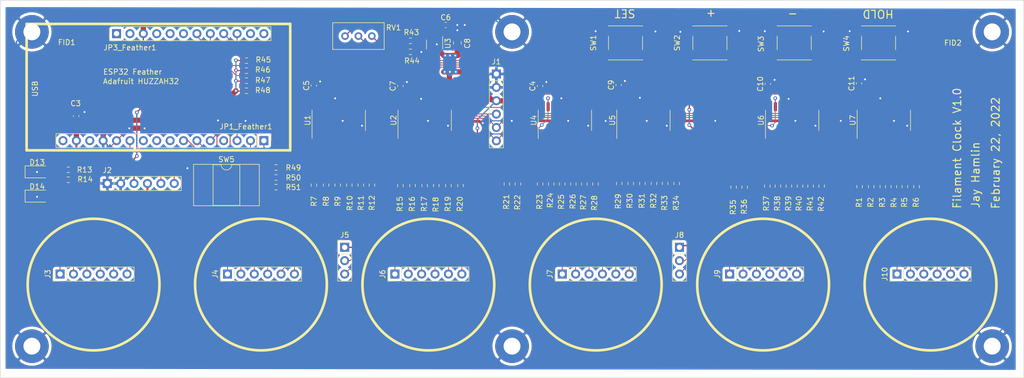
<source format=kicad_pcb>
(kicad_pcb (version 20171130) (host pcbnew "(5.1.12-1-10_14)")
  (layers (0 F.Cu signal) (31 B.Cu signal) (34 B.Paste user) (35 F.Paste user) (36 B.SilkS user) (37 F.SilkS user) (38 B.Mask user) (39 F.Mask user) (44 Edge.Cuts user))
  (net 0 "")
  (net 1 GND)
  (net 2 3V3)
  (net 3 VCCQ)
  (net 4 VBUS)
  (net 5 "Net-(D13-Pad2)")
  (net 6 "Net-(D14-Pad2)")
  (net 7 SPI_DO)
  (net 8 SPI_CLK)
  (net 9 LATCH)
  (net 10 LED1)
  (net 11 LED2)
  (net 12 "Net-(JP1_Feather1-Pad16)")
  (net 13 "Net-(JP1_Feather1-Pad14)")
  (net 14 "Net-(JP1_Feather1-Pad10)")
  (net 15 "Net-(JP1_Feather1-Pad8)")
  (net 16 "Net-(JP1_Feather1-Pad4)")
  (net 17 "Net-(JP3_Feather1-Pad12)")
  (net 18 "Net-(JP3_Feather1-Pad11)")
  (net 19 "Net-(JP3_Feather1-Pad10)")
  (net 20 "Net-(JP3_Feather1-Pad9)")
  (net 21 "Net-(JP3_Feather1-Pad8)")
  (net 22 "Net-(JP3_Feather1-Pad7)")
  (net 23 "Net-(JP3_Feather1-Pad6)")
  (net 24 "Net-(JP3_Feather1-Pad5)")
  (net 25 "Net-(JP3_Feather1-Pad4)")
  (net 26 "Net-(JP3_Feather1-Pad2)")
  (net 27 "Net-(JP3_Feather1-Pad1)")
  (net 28 "Net-(R1-Pad2)")
  (net 29 "Net-(R2-Pad2)")
  (net 30 "Net-(R3-Pad2)")
  (net 31 "Net-(R4-Pad2)")
  (net 32 "Net-(R5-Pad2)")
  (net 33 "Net-(R6-Pad2)")
  (net 34 "Net-(R7-Pad2)")
  (net 35 "Net-(R8-Pad2)")
  (net 36 "Net-(R9-Pad2)")
  (net 37 "Net-(R10-Pad2)")
  (net 38 "Net-(R11-Pad2)")
  (net 39 "Net-(R12-Pad2)")
  (net 40 "Net-(R15-Pad2)")
  (net 41 "Net-(R16-Pad2)")
  (net 42 "Net-(R17-Pad2)")
  (net 43 "Net-(R18-Pad2)")
  (net 44 "Net-(R19-Pad2)")
  (net 45 "Net-(R20-Pad2)")
  (net 46 "Net-(R21-Pad2)")
  (net 47 "Net-(R22-Pad2)")
  (net 48 "Net-(R23-Pad2)")
  (net 49 "Net-(R24-Pad2)")
  (net 50 "Net-(R25-Pad2)")
  (net 51 "Net-(R26-Pad2)")
  (net 52 "Net-(R27-Pad2)")
  (net 53 "Net-(R28-Pad2)")
  (net 54 "Net-(R29-Pad2)")
  (net 55 "Net-(R30-Pad2)")
  (net 56 "Net-(R31-Pad2)")
  (net 57 "Net-(R32-Pad2)")
  (net 58 "Net-(R33-Pad2)")
  (net 59 "Net-(R34-Pad2)")
  (net 60 "Net-(R35-Pad2)")
  (net 61 "Net-(R36-Pad2)")
  (net 62 "Net-(R37-Pad2)")
  (net 63 "Net-(R38-Pad2)")
  (net 64 "Net-(R39-Pad2)")
  (net 65 "Net-(R40-Pad2)")
  (net 66 "Net-(R41-Pad2)")
  (net 67 "Net-(R42-Pad2)")
  (net 68 "Net-(R43-Pad2)")
  (net 69 "Net-(R44-Pad1)")
  (net 70 "Net-(RV1-Pad2)")
  (net 71 "Net-(U1-Pad15)")
  (net 72 "Net-(U1-Pad1)")
  (net 73 "Net-(U2-Pad15)")
  (net 74 "Net-(U2-Pad1)")
  (net 75 "Net-(U5-Pad15)")
  (net 76 "Net-(U5-Pad1)")
  (net 77 "Net-(U7-Pad15)")
  (net 78 "Net-(U7-Pad9)")
  (net 79 "Net-(U7-Pad1)")
  (net 80 "Net-(J3-Pad6)")
  (net 81 "Net-(J3-Pad5)")
  (net 82 "Net-(J3-Pad4)")
  (net 83 "Net-(J3-Pad3)")
  (net 84 "Net-(J3-Pad2)")
  (net 85 "Net-(J3-Pad1)")
  (net 86 "Net-(J4-Pad1)")
  (net 87 "Net-(J4-Pad2)")
  (net 88 "Net-(J4-Pad3)")
  (net 89 "Net-(J4-Pad4)")
  (net 90 "Net-(J4-Pad5)")
  (net 91 "Net-(J4-Pad6)")
  (net 92 "Net-(J5-Pad2)")
  (net 93 "Net-(J5-Pad3)")
  (net 94 "Net-(J6-Pad6)")
  (net 95 "Net-(J6-Pad5)")
  (net 96 "Net-(J6-Pad4)")
  (net 97 "Net-(J6-Pad3)")
  (net 98 "Net-(J6-Pad2)")
  (net 99 "Net-(J6-Pad1)")
  (net 100 "Net-(J7-Pad1)")
  (net 101 "Net-(J7-Pad2)")
  (net 102 "Net-(J7-Pad3)")
  (net 103 "Net-(J7-Pad4)")
  (net 104 "Net-(J7-Pad5)")
  (net 105 "Net-(J7-Pad6)")
  (net 106 "Net-(J8-Pad3)")
  (net 107 "Net-(J8-Pad2)")
  (net 108 "Net-(J9-Pad6)")
  (net 109 "Net-(J9-Pad5)")
  (net 110 "Net-(J9-Pad4)")
  (net 111 "Net-(J9-Pad3)")
  (net 112 "Net-(J9-Pad2)")
  (net 113 "Net-(J9-Pad1)")
  (net 114 "Net-(J10-Pad1)")
  (net 115 "Net-(J10-Pad2)")
  (net 116 "Net-(J10-Pad3)")
  (net 117 "Net-(J10-Pad4)")
  (net 118 "Net-(J10-Pad5)")
  (net 119 "Net-(J10-Pad6)")
  (net 120 "Net-(JP1_Feather1-Pad9)")
  (net 121 "Net-(JP1_Feather1-Pad3)")
  (net 122 "Net-(JP1_Feather1-Pad2)")
  (net 123 "Net-(JP1_Feather1-Pad1)")
  (net 124 /CARRY1)
  (net 125 /CARRY2)
  (net 126 /CARRY3)
  (net 127 /CARRY4)
  (net 128 /CARRY5)
  (module Connector_PinHeader_2.54mm:PinHeader_1x06_P2.54mm_Vertical (layer F.Cu) (at 100.4 102 90)
    (fp_text reference J4 (at 0 -2.33 90) (layer F.SilkS))
    (fp_text value Conn_01x06_Female)
    (pad 1 thru_hole rect (at 0 0 90) (size 1.7 1.7) (drill 1) (layers *.Cu *.Mask) (net 86 "Net-(J4-Pad1)"))
    (pad 2 thru_hole oval (at 0 2.54 90) (size 1.7 1.7) (drill 1) (layers *.Cu *.Mask) (net 87 "Net-(J4-Pad2)"))
    (pad 3 thru_hole oval (at 0 5.08 90) (size 1.7 1.7) (drill 1) (layers *.Cu *.Mask) (net 88 "Net-(J4-Pad3)"))
    (pad 4 thru_hole oval (at 0 7.62 90) (size 1.7 1.7) (drill 1) (layers *.Cu *.Mask) (net 89 "Net-(J4-Pad4)"))
    (pad 5 thru_hole oval (at 0 10.16 90) (size 1.7 1.7) (drill 1) (layers *.Cu *.Mask) (net 90 "Net-(J4-Pad5)"))
    (pad 6 thru_hole oval (at 0 12.7 90) (size 1.7 1.7) (drill 1) (layers *.Cu *.Mask) (net 91 "Net-(J4-Pad6)"))
  )
  (module Connector_PinHeader_2.54mm:PinHeader_1x06_P2.54mm_Vertical (layer F.Cu) (at 77.6 84.8 90)
    (fp_text reference J2 (at 2.5 0 180) (layer F.SilkS))
    (fp_text value Conn_01x06_Female)
    (pad 6 thru_hole oval (at 0 12.7 90) (size 1.7 1.7) (drill 1) (layers *.Cu *.Mask) (net 10 LED1))
    (pad 5 thru_hole oval (at 0 10.16 90) (size 1.7 1.7) (drill 1) (layers *.Cu *.Mask) (net 11 LED2))
    (pad 4 thru_hole oval (at 0 7.62 90) (size 1.7 1.7) (drill 1) (layers *.Cu *.Mask) (net 2 3V3))
    (pad 3 thru_hole oval (at 0 5.08 90) (size 1.7 1.7) (drill 1) (layers *.Cu *.Mask) (net 4 VBUS))
    (pad 2 thru_hole oval (at 0 2.54 90) (size 1.7 1.7) (drill 1) (layers *.Cu *.Mask) (net 1 GND))
    (pad 1 thru_hole rect (at 0 0 90) (size 1.7 1.7) (drill 1) (layers *.Cu *.Mask) (net 1 GND))
  )
  (module Connector_PinHeader_2.54mm:PinHeader_1x06_P2.54mm_Vertical (layer F.Cu) (at 151.4 64)
    (fp_text reference J1 (at 0 -2.33) (layer F.SilkS))
    (fp_text value Conn_01x06_Female hide)
    (pad 6 thru_hole oval (at 0 12.7) (size 1.7 1.7) (drill 1) (layers *.Cu *.Mask) (net 9 LATCH))
    (pad 5 thru_hole oval (at 0 10.16) (size 1.7 1.7) (drill 1) (layers *.Cu *.Mask) (net 8 SPI_CLK))
    (pad 4 thru_hole oval (at 0 7.62) (size 1.7 1.7) (drill 1) (layers *.Cu *.Mask) (net 7 SPI_DO))
    (pad 3 thru_hole oval (at 0 5.08) (size 1.7 1.7) (drill 1) (layers *.Cu *.Mask) (net 3 VCCQ))
    (pad 2 thru_hole oval (at 0 2.54) (size 1.7 1.7) (drill 1) (layers *.Cu *.Mask) (net 1 GND))
    (pad 1 thru_hole rect (at 0 0) (size 1.7 1.7) (drill 1) (layers *.Cu *.Mask) (net 1 GND))
  )
  (module Package_TO_SOT_SMD:TSOT-23-5 (layer F.Cu) (at 139.7 58.4 270)
    (fp_text reference U3 (at -0.2 -2.5 90) (layer F.SilkS))
    (fp_text value NCV8164ASNADJT1G hide)
    (pad 5 smd rect (at 1.31 -0.95 270) (size 1.22 0.65) (layers F.Cu F.Paste F.Mask) (net 3 VCCQ))
    (pad 4 smd rect (at 1.31 0.95 270) (size 1.22 0.65) (layers F.Cu F.Paste F.Mask) (net 70 "Net-(RV1-Pad2)"))
    (pad 3 smd rect (at -1.31 0.95 270) (size 1.22 0.65) (layers F.Cu F.Paste F.Mask) (net 4 VBUS))
    (pad 2 smd rect (at -1.31 0 270) (size 1.22 0.65) (layers F.Cu F.Paste F.Mask) (net 1 GND))
    (pad 1 smd rect (at -1.31 -0.95 270) (size 1.22 0.65) (layers F.Cu F.Paste F.Mask) (net 4 VBUS))
  )
  (module Potentiometer_THT:Potentiometer_Bourns_3386C_Horizontal (layer F.Cu) (at 127.78 56.8 270)
    (fp_text reference RV1 (at -1.6 -4.12 180) (layer F.SilkS))
    (fp_text value 5.0K)
    (pad 1 thru_hole circle (at 0 0 270) (size 1.44 1.44) (drill 0.8) (layers *.Cu *.Mask) (net 69 "Net-(R44-Pad1)"))
    (pad 2 thru_hole circle (at 0 2.54 270) (size 1.44 1.44) (drill 0.8) (layers *.Cu *.Mask) (net 70 "Net-(RV1-Pad2)"))
    (pad 3 thru_hole circle (at 0 5.08 270) (size 1.44 1.44) (drill 0.8) (layers *.Cu *.Mask) (net 68 "Net-(R43-Pad2)"))
  )
  (module Resistor_SMD:R_0603_1608Metric (layer F.Cu) (at 135.1 59.8)
    (fp_text reference R44 (at 0.3 1.7) (layer F.SilkS))
    (fp_text value 63.4K,1% hide)
    (pad 2 smd roundrect (at 0.825 0) (size 0.8 0.95) (layers F.Cu F.Paste F.Mask) (net 1 GND))
    (pad 1 smd roundrect (at -0.825 0) (size 0.8 0.95) (layers F.Cu F.Paste F.Mask) (net 69 "Net-(R44-Pad1)"))
  )
  (module Resistor_SMD:R_0603_1608Metric (layer F.Cu) (at 135.1 57.7 180)
    (fp_text reference R43 (at -0.2 1.6) (layer F.SilkS))
    (fp_text value 100K,1% hide)
    (pad 2 smd roundrect (at 0.825 0 180) (size 0.8 0.95) (layers F.Cu F.Paste F.Mask) (net 68 "Net-(R43-Pad2)"))
    (pad 1 smd roundrect (at -0.825 0 180) (size 0.8 0.95) (layers F.Cu F.Paste F.Mask) (net 3 VCCQ))
  )
  (module Resistor_SMD:R_0603_1608Metric (layer F.Cu) (at 213.1 85.3 90)
    (fp_text reference R42 (at -3.4 -0.1 90) (layer F.SilkS))
    (fp_text value 10R hide)
    (pad 2 smd roundrect (at 0.825 0 90) (size 0.8 0.95) (layers F.Cu F.Paste F.Mask) (net 67 "Net-(R42-Pad2)"))
    (pad 1 smd roundrect (at -0.825 0 90) (size 0.8 0.95) (layers F.Cu F.Paste F.Mask) (net 108 "Net-(J9-Pad6)"))
  )
  (module Resistor_SMD:R_0603_1608Metric (layer F.Cu) (at 211 85.3 90)
    (fp_text reference R41 (at -3.3 -0.1 90) (layer F.SilkS))
    (fp_text value 10R hide)
    (pad 2 smd roundrect (at 0.825 0 90) (size 0.8 0.95) (layers F.Cu F.Paste F.Mask) (net 66 "Net-(R41-Pad2)"))
    (pad 1 smd roundrect (at -0.825 0 90) (size 0.8 0.95) (layers F.Cu F.Paste F.Mask) (net 109 "Net-(J9-Pad5)"))
  )
  (module Resistor_SMD:R_0603_1608Metric (layer F.Cu) (at 209 85.3 90)
    (fp_text reference R40 (at -3.3 -0.2 90) (layer F.SilkS))
    (fp_text value 10R hide)
    (pad 2 smd roundrect (at 0.825 0 90) (size 0.8 0.95) (layers F.Cu F.Paste F.Mask) (net 65 "Net-(R40-Pad2)"))
    (pad 1 smd roundrect (at -0.825 0 90) (size 0.8 0.95) (layers F.Cu F.Paste F.Mask) (net 110 "Net-(J9-Pad4)"))
  )
  (module Resistor_SMD:R_0603_1608Metric (layer F.Cu) (at 206.9 85.3 90)
    (fp_text reference R39 (at -3.3 -0.1 90) (layer F.SilkS))
    (fp_text value 10R hide)
    (pad 2 smd roundrect (at 0.825 0 90) (size 0.8 0.95) (layers F.Cu F.Paste F.Mask) (net 64 "Net-(R39-Pad2)"))
    (pad 1 smd roundrect (at -0.825 0 90) (size 0.8 0.95) (layers F.Cu F.Paste F.Mask) (net 111 "Net-(J9-Pad3)"))
  )
  (module Resistor_SMD:R_0603_1608Metric (layer F.Cu) (at 204.8 85.3 90)
    (fp_text reference R38 (at -3.3 -0.1 90) (layer F.SilkS))
    (fp_text value 10R hide)
    (pad 2 smd roundrect (at 0.825 0 90) (size 0.8 0.95) (layers F.Cu F.Paste F.Mask) (net 63 "Net-(R38-Pad2)"))
    (pad 1 smd roundrect (at -0.825 0 90) (size 0.8 0.95) (layers F.Cu F.Paste F.Mask) (net 112 "Net-(J9-Pad2)"))
  )
  (module Resistor_SMD:R_0603_1608Metric (layer F.Cu) (at 202.8 85.3 90)
    (fp_text reference R37 (at -3.3 -0.2 90) (layer F.SilkS))
    (fp_text value 10R hide)
    (pad 2 smd roundrect (at 0.825 0 90) (size 0.8 0.95) (layers F.Cu F.Paste F.Mask) (net 62 "Net-(R37-Pad2)"))
    (pad 1 smd roundrect (at -0.825 0 90) (size 0.8 0.95) (layers F.Cu F.Paste F.Mask) (net 113 "Net-(J9-Pad1)"))
  )
  (module Resistor_SMD:R_0603_1608Metric (layer F.Cu) (at 185.6 84.8 90)
    (fp_text reference R34 (at -3.7 -0.1 90) (layer F.SilkS))
    (fp_text value 10R hide)
    (pad 2 smd roundrect (at 0.825 0 90) (size 0.8 0.95) (layers F.Cu F.Paste F.Mask) (net 59 "Net-(R34-Pad2)"))
    (pad 1 smd roundrect (at -0.825 0 90) (size 0.8 0.95) (layers F.Cu F.Paste F.Mask) (net 105 "Net-(J7-Pad6)"))
  )
  (module Resistor_SMD:R_0603_1608Metric (layer F.Cu) (at 183.4 84.8 90)
    (fp_text reference R33 (at -3.7 -0.1 90) (layer F.SilkS))
    (fp_text value 10R hide)
    (pad 2 smd roundrect (at 0.825 0 90) (size 0.8 0.95) (layers F.Cu F.Paste F.Mask) (net 58 "Net-(R33-Pad2)"))
    (pad 1 smd roundrect (at -0.825 0 90) (size 0.8 0.95) (layers F.Cu F.Paste F.Mask) (net 104 "Net-(J7-Pad5)"))
  )
  (module Resistor_SMD:R_0603_1608Metric (layer F.Cu) (at 181.3 84.8 90)
    (fp_text reference R32 (at -3.275 -0.1 90) (layer F.SilkS))
    (fp_text value 10R hide)
    (pad 2 smd roundrect (at 0.825 0 90) (size 0.8 0.95) (layers F.Cu F.Paste F.Mask) (net 57 "Net-(R32-Pad2)"))
    (pad 1 smd roundrect (at -0.825 0 90) (size 0.8 0.95) (layers F.Cu F.Paste F.Mask) (net 103 "Net-(J7-Pad4)"))
  )
  (module Resistor_SMD:R_0603_1608Metric (layer F.Cu) (at 179.1 84.8 90)
    (fp_text reference R31 (at -3.3 -0.1 90) (layer F.SilkS))
    (fp_text value 10R hide)
    (pad 2 smd roundrect (at 0.825 0 90) (size 0.8 0.95) (layers F.Cu F.Paste F.Mask) (net 56 "Net-(R31-Pad2)"))
    (pad 1 smd roundrect (at -0.825 0 90) (size 0.8 0.95) (layers F.Cu F.Paste F.Mask) (net 102 "Net-(J7-Pad3)"))
  )
  (module Resistor_SMD:R_0603_1608Metric (layer F.Cu) (at 176.9 84.8 90)
    (fp_text reference R30 (at -3.3 -0.2 90) (layer F.SilkS))
    (fp_text value 10R hide)
    (pad 2 smd roundrect (at 0.825 0 90) (size 0.8 0.95) (layers F.Cu F.Paste F.Mask) (net 55 "Net-(R30-Pad2)"))
    (pad 1 smd roundrect (at -0.825 0 90) (size 0.8 0.95) (layers F.Cu F.Paste F.Mask) (net 101 "Net-(J7-Pad2)"))
  )
  (module Resistor_SMD:R_0603_1608Metric (layer F.Cu) (at 174.7 84.8 90)
    (fp_text reference R29 (at -3.4 -0.2 90) (layer F.SilkS))
    (fp_text value 10R hide)
    (pad 2 smd roundrect (at 0.825 0 90) (size 0.8 0.95) (layers F.Cu F.Paste F.Mask) (net 54 "Net-(R29-Pad2)"))
    (pad 1 smd roundrect (at -0.825 0 90) (size 0.8 0.95) (layers F.Cu F.Paste F.Mask) (net 100 "Net-(J7-Pad1)"))
  )
  (module Resistor_SMD:R_0603_1608Metric (layer F.Cu) (at 170.2 84.9 90)
    (fp_text reference R28 (at -3.6 -0.2 90) (layer F.SilkS))
    (fp_text value 10R hide)
    (pad 2 smd roundrect (at 0.825 0 90) (size 0.8 0.95) (layers F.Cu F.Paste F.Mask) (net 53 "Net-(R28-Pad2)"))
    (pad 1 smd roundrect (at -0.825 0 90) (size 0.8 0.95) (layers F.Cu F.Paste F.Mask) (net 94 "Net-(J6-Pad6)"))
  )
  (module Resistor_SMD:R_0603_1608Metric (layer F.Cu) (at 168.1 84.9 90)
    (fp_text reference R27 (at -3.5 -0.2 90) (layer F.SilkS))
    (fp_text value 10R hide)
    (pad 2 smd roundrect (at 0.825 0 90) (size 0.8 0.95) (layers F.Cu F.Paste F.Mask) (net 52 "Net-(R27-Pad2)"))
    (pad 1 smd roundrect (at -0.825 0 90) (size 0.8 0.95) (layers F.Cu F.Paste F.Mask) (net 95 "Net-(J6-Pad5)"))
  )
  (module Resistor_SMD:R_0603_1608Metric (layer F.Cu) (at 166 84.9 90)
    (fp_text reference R26 (at -3.325 -0.1 90) (layer F.SilkS))
    (fp_text value 10R hide)
    (pad 2 smd roundrect (at 0.825 0 90) (size 0.8 0.95) (layers F.Cu F.Paste F.Mask) (net 51 "Net-(R26-Pad2)"))
    (pad 1 smd roundrect (at -0.825 0 90) (size 0.8 0.95) (layers F.Cu F.Paste F.Mask) (net 96 "Net-(J6-Pad4)"))
  )
  (module Resistor_SMD:R_0603_1608Metric (layer F.Cu) (at 163.9 84.9 90)
    (fp_text reference R25 (at -3.4 -0.2 90) (layer F.SilkS))
    (fp_text value 10R hide)
    (pad 2 smd roundrect (at 0.825 0 90) (size 0.8 0.95) (layers F.Cu F.Paste F.Mask) (net 50 "Net-(R25-Pad2)"))
    (pad 1 smd roundrect (at -0.825 0 90) (size 0.8 0.95) (layers F.Cu F.Paste F.Mask) (net 97 "Net-(J6-Pad3)"))
  )
  (module Resistor_SMD:R_0603_1608Metric (layer F.Cu) (at 161.8 84.9 90)
    (fp_text reference R24 (at -3.1 -0.2 90) (layer F.SilkS))
    (fp_text value 10R hide)
    (pad 2 smd roundrect (at 0.825 0 90) (size 0.8 0.95) (layers F.Cu F.Paste F.Mask) (net 49 "Net-(R24-Pad2)"))
    (pad 1 smd roundrect (at -0.825 0 90) (size 0.8 0.95) (layers F.Cu F.Paste F.Mask) (net 98 "Net-(J6-Pad2)"))
  )
  (module Resistor_SMD:R_0603_1608Metric (layer F.Cu) (at 159.7 84.9 90)
    (fp_text reference R23 (at -3.4 -0.1 90) (layer F.SilkS))
    (fp_text value 10R hide)
    (pad 2 smd roundrect (at 0.825 0 90) (size 0.8 0.95) (layers F.Cu F.Paste F.Mask) (net 48 "Net-(R23-Pad2)"))
    (pad 1 smd roundrect (at -0.825 0 90) (size 0.8 0.95) (layers F.Cu F.Paste F.Mask) (net 99 "Net-(J6-Pad1)"))
  )
  (module Resistor_SMD:R_0603_1608Metric (layer F.Cu) (at 155.5 84.9 90)
    (fp_text reference R22 (at -3.5 -0.1 90) (layer F.SilkS))
    (fp_text value 120R hide)
    (pad 2 smd roundrect (at 0.825 0 90) (size 0.8 0.95) (layers F.Cu F.Paste F.Mask) (net 47 "Net-(R22-Pad2)"))
    (pad 1 smd roundrect (at -0.825 0 90) (size 0.8 0.95) (layers F.Cu F.Paste F.Mask) (net 93 "Net-(J5-Pad3)"))
  )
  (module Resistor_SMD:R_0603_1608Metric (layer F.Cu) (at 153.4 84.9 90)
    (fp_text reference R21 (at -3.4 -0.1 90) (layer F.SilkS))
    (fp_text value 120R hide)
    (pad 2 smd roundrect (at 0.825 0 90) (size 0.8 0.95) (layers F.Cu F.Paste F.Mask) (net 46 "Net-(R21-Pad2)"))
    (pad 1 smd roundrect (at -0.825 0 90) (size 0.8 0.95) (layers F.Cu F.Paste F.Mask) (net 92 "Net-(J5-Pad2)"))
  )
  (module Resistor_SMD:R_0603_1608Metric (layer F.Cu) (at 144.6 85.2 90)
    (fp_text reference R20 (at -3.5 -0.1 90) (layer F.SilkS))
    (fp_text value 10R hide)
    (pad 2 smd roundrect (at 0.825 0 90) (size 0.8 0.95) (layers F.Cu F.Paste F.Mask) (net 45 "Net-(R20-Pad2)"))
    (pad 1 smd roundrect (at -0.825 0 90) (size 0.8 0.95) (layers F.Cu F.Paste F.Mask) (net 91 "Net-(J4-Pad6)"))
  )
  (module Resistor_SMD:R_0603_1608Metric (layer F.Cu) (at 142.3 85.2 90)
    (fp_text reference R19 (at -3.5 -0.1 90) (layer F.SilkS))
    (fp_text value 10R hide)
    (pad 2 smd roundrect (at 0.825 0 90) (size 0.8 0.95) (layers F.Cu F.Paste F.Mask) (net 44 "Net-(R19-Pad2)"))
    (pad 1 smd roundrect (at -0.825 0 90) (size 0.8 0.95) (layers F.Cu F.Paste F.Mask) (net 90 "Net-(J4-Pad5)"))
  )
  (module Resistor_SMD:R_0603_1608Metric (layer F.Cu) (at 140 85.2 90)
    (fp_text reference R18 (at -3.6 -0.1 90) (layer F.SilkS))
    (fp_text value 10R hide)
    (pad 2 smd roundrect (at 0.825 0 90) (size 0.8 0.95) (layers F.Cu F.Paste F.Mask) (net 43 "Net-(R18-Pad2)"))
    (pad 1 smd roundrect (at -0.825 0 90) (size 0.8 0.95) (layers F.Cu F.Paste F.Mask) (net 89 "Net-(J4-Pad4)"))
  )
  (module Resistor_SMD:R_0603_1608Metric (layer F.Cu) (at 137.8 85.2 90)
    (fp_text reference R17 (at -3.5 -0.1 90) (layer F.SilkS))
    (fp_text value 10R hide)
    (pad 2 smd roundrect (at 0.825 0 90) (size 0.8 0.95) (layers F.Cu F.Paste F.Mask) (net 42 "Net-(R17-Pad2)"))
    (pad 1 smd roundrect (at -0.825 0 90) (size 0.8 0.95) (layers F.Cu F.Paste F.Mask) (net 88 "Net-(J4-Pad3)"))
  )
  (module Resistor_SMD:R_0603_1608Metric (layer F.Cu) (at 135.5 85.2 90)
    (fp_text reference R16 (at -3.5 -0.1 90) (layer F.SilkS))
    (fp_text value 10R hide)
    (pad 2 smd roundrect (at 0.825 0 90) (size 0.8 0.95) (layers F.Cu F.Paste F.Mask) (net 41 "Net-(R16-Pad2)"))
    (pad 1 smd roundrect (at -0.825 0 90) (size 0.8 0.95) (layers F.Cu F.Paste F.Mask) (net 87 "Net-(J4-Pad2)"))
  )
  (module Resistor_SMD:R_0603_1608Metric (layer F.Cu) (at 133.2 85.2 90)
    (fp_text reference R15 (at -3.5 -0.1 90) (layer F.SilkS))
    (fp_text value 10R hide)
    (pad 2 smd roundrect (at 0.825 0 90) (size 0.8 0.95) (layers F.Cu F.Paste F.Mask) (net 40 "Net-(R15-Pad2)"))
    (pad 1 smd roundrect (at -0.825 0 90) (size 0.8 0.95) (layers F.Cu F.Paste F.Mask) (net 86 "Net-(J4-Pad1)"))
  )
  (module Resistor_SMD:R_0603_1608Metric (layer F.Cu) (at 70.2 84.1 180)
    (fp_text reference R14 (at -3.2 0.1) (layer F.SilkS))
    (fp_text value 1K)
    (pad 2 smd roundrect (at 0.825 0 180) (size 0.8 0.95) (layers F.Cu F.Paste F.Mask) (net 6 "Net-(D14-Pad2)"))
    (pad 1 smd roundrect (at -0.825 0 180) (size 0.8 0.95) (layers F.Cu F.Paste F.Mask) (net 11 LED2))
  )
  (module Resistor_SMD:R_0603_1608Metric (layer F.Cu) (at 70.2 82.2 180)
    (fp_text reference R13 (at -3.1 0) (layer F.SilkS))
    (fp_text value 1K)
    (pad 2 smd roundrect (at 0.825 0 180) (size 0.8 0.95) (layers F.Cu F.Paste F.Mask) (net 5 "Net-(D13-Pad2)"))
    (pad 1 smd roundrect (at -0.825 0 180) (size 0.8 0.95) (layers F.Cu F.Paste F.Mask) (net 10 LED1))
  )
  (module Resistor_SMD:R_0603_1608Metric (layer F.Cu) (at 127.8 85.1 90)
    (fp_text reference R12 (at -3.4 0 90) (layer F.SilkS))
    (fp_text value 10R hide)
    (pad 2 smd roundrect (at 0.825 0 90) (size 0.8 0.95) (layers F.Cu F.Paste F.Mask) (net 39 "Net-(R12-Pad2)"))
    (pad 1 smd roundrect (at -0.825 0 90) (size 0.8 0.95) (layers F.Cu F.Paste F.Mask) (net 80 "Net-(J3-Pad6)"))
  )
  (module Resistor_SMD:R_0603_1608Metric (layer F.Cu) (at 125.7 85.1 90)
    (fp_text reference R11 (at -3.4 0 90) (layer F.SilkS))
    (fp_text value 10R hide)
    (pad 2 smd roundrect (at 0.825 0 90) (size 0.8 0.95) (layers F.Cu F.Paste F.Mask) (net 38 "Net-(R11-Pad2)"))
    (pad 1 smd roundrect (at -0.825 0 90) (size 0.8 0.95) (layers F.Cu F.Paste F.Mask) (net 81 "Net-(J3-Pad5)"))
  )
  (module Resistor_SMD:R_0603_1608Metric (layer F.Cu) (at 123.5 85.1 90)
    (fp_text reference R10 (at -3.425 0.1 90) (layer F.SilkS))
    (fp_text value 10R hide)
    (pad 2 smd roundrect (at 0.825 0 90) (size 0.8 0.95) (layers F.Cu F.Paste F.Mask) (net 37 "Net-(R10-Pad2)"))
    (pad 1 smd roundrect (at -0.825 0 90) (size 0.8 0.95) (layers F.Cu F.Paste F.Mask) (net 82 "Net-(J3-Pad4)"))
  )
  (module Resistor_SMD:R_0603_1608Metric (layer F.Cu) (at 121.3 85.1 90)
    (fp_text reference R9 (at -3.1 0 90) (layer F.SilkS))
    (fp_text value 10R hide)
    (pad 2 smd roundrect (at 0.825 0 90) (size 0.8 0.95) (layers F.Cu F.Paste F.Mask) (net 36 "Net-(R9-Pad2)"))
    (pad 1 smd roundrect (at -0.825 0 90) (size 0.8 0.95) (layers F.Cu F.Paste F.Mask) (net 83 "Net-(J3-Pad3)"))
  )
  (module Resistor_SMD:R_0603_1608Metric (layer F.Cu) (at 119.1 85.1 90)
    (fp_text reference R8 (at -3.1 0 90) (layer F.SilkS))
    (fp_text value 10R hide)
    (pad 2 smd roundrect (at 0.825 0 90) (size 0.8 0.95) (layers F.Cu F.Paste F.Mask) (net 35 "Net-(R8-Pad2)"))
    (pad 1 smd roundrect (at -0.825 0 90) (size 0.8 0.95) (layers F.Cu F.Paste F.Mask) (net 84 "Net-(J3-Pad2)"))
  )
  (module Resistor_SMD:R_0603_1608Metric (layer F.Cu) (at 116.8 85.1 90)
    (fp_text reference R7 (at -3.1 0 90) (layer F.SilkS))
    (fp_text value 10R hide)
    (pad 2 smd roundrect (at 0.825 0 90) (size 0.8 0.95) (layers F.Cu F.Paste F.Mask) (net 34 "Net-(R7-Pad2)"))
    (pad 1 smd roundrect (at -0.825 0 90) (size 0.8 0.95) (layers F.Cu F.Paste F.Mask) (net 85 "Net-(J3-Pad1)"))
  )
  (module Connector_PinHeader_2.54mm:PinHeader_1x12_P2.54mm_Vertical (layer F.Cu) (at 79.36 56.34 90)
    (fp_text reference JP3_Feather1 (at -2.66 2.54 180) (layer F.SilkS))
    (fp_text value Feather_12pin)
    (pad 12 thru_hole oval (at 0 27.94 90) (size 1.7 1.7) (drill 1) (layers *.Cu *.Mask) (net 17 "Net-(JP3_Feather1-Pad12)"))
    (pad 11 thru_hole oval (at 0 25.4 90) (size 1.7 1.7) (drill 1) (layers *.Cu *.Mask) (net 18 "Net-(JP3_Feather1-Pad11)"))
    (pad 10 thru_hole oval (at 0 22.86 90) (size 1.7 1.7) (drill 1) (layers *.Cu *.Mask) (net 19 "Net-(JP3_Feather1-Pad10)"))
    (pad 9 thru_hole oval (at 0 20.32 90) (size 1.7 1.7) (drill 1) (layers *.Cu *.Mask) (net 20 "Net-(JP3_Feather1-Pad9)"))
    (pad 8 thru_hole oval (at 0 17.78 90) (size 1.7 1.7) (drill 1) (layers *.Cu *.Mask) (net 21 "Net-(JP3_Feather1-Pad8)"))
    (pad 7 thru_hole oval (at 0 15.24 90) (size 1.7 1.7) (drill 1) (layers *.Cu *.Mask) (net 22 "Net-(JP3_Feather1-Pad7)"))
    (pad 6 thru_hole oval (at 0 12.7 90) (size 1.7 1.7) (drill 1) (layers *.Cu *.Mask) (net 23 "Net-(JP3_Feather1-Pad6)"))
    (pad 5 thru_hole oval (at 0 10.16 90) (size 1.7 1.7) (drill 1) (layers *.Cu *.Mask) (net 24 "Net-(JP3_Feather1-Pad5)"))
    (pad 4 thru_hole oval (at 0 7.62 90) (size 1.7 1.7) (drill 1) (layers *.Cu *.Mask) (net 25 "Net-(JP3_Feather1-Pad4)"))
    (pad 3 thru_hole oval (at 0 5.08 90) (size 1.7 1.7) (drill 1) (layers *.Cu *.Mask) (net 4 VBUS))
    (pad 2 thru_hole oval (at 0 2.54 90) (size 1.7 1.7) (drill 1) (layers *.Cu *.Mask) (net 26 "Net-(JP3_Feather1-Pad2)"))
    (pad 1 thru_hole rect (at 0 0 90) (size 1.7 1.7) (drill 1) (layers *.Cu *.Mask) (net 27 "Net-(JP3_Feather1-Pad1)"))
  )
  (module Connector_PinHeader_2.54mm:PinHeader_1x16_P2.54mm_Vertical (layer F.Cu) (at 107.3 76.66 270)
    (fp_text reference JP1_Feather1 (at -2.66 3.4 180) (layer F.SilkS))
    (fp_text value Feather_16pin)
    (pad 16 thru_hole oval (at 0 38.1 270) (size 1.7 1.7) (drill 1) (layers *.Cu *.Mask) (net 12 "Net-(JP1_Feather1-Pad16)"))
    (pad 15 thru_hole oval (at 0 35.56 270) (size 1.7 1.7) (drill 1) (layers *.Cu *.Mask) (net 2 3V3))
    (pad 14 thru_hole oval (at 0 33.02 270) (size 1.7 1.7) (drill 1) (layers *.Cu *.Mask) (net 13 "Net-(JP1_Feather1-Pad14)"))
    (pad 13 thru_hole oval (at 0 30.48 270) (size 1.7 1.7) (drill 1) (layers *.Cu *.Mask) (net 1 GND))
    (pad 12 thru_hole oval (at 0 27.94 270) (size 1.7 1.7) (drill 1) (layers *.Cu *.Mask) (net 10 LED1))
    (pad 11 thru_hole oval (at 0 25.4 270) (size 1.7 1.7) (drill 1) (layers *.Cu *.Mask) (net 11 LED2))
    (pad 10 thru_hole oval (at 0 22.86 270) (size 1.7 1.7) (drill 1) (layers *.Cu *.Mask) (net 14 "Net-(JP1_Feather1-Pad10)"))
    (pad 9 thru_hole oval (at 0 20.32 270) (size 1.7 1.7) (drill 1) (layers *.Cu *.Mask) (net 120 "Net-(JP1_Feather1-Pad9)"))
    (pad 8 thru_hole oval (at 0 17.78 270) (size 1.7 1.7) (drill 1) (layers *.Cu *.Mask) (net 15 "Net-(JP1_Feather1-Pad8)"))
    (pad 7 thru_hole oval (at 0 15.24 270) (size 1.7 1.7) (drill 1) (layers *.Cu *.Mask) (net 9 LATCH))
    (pad 6 thru_hole oval (at 0 12.7 270) (size 1.7 1.7) (drill 1) (layers *.Cu *.Mask) (net 8 SPI_CLK))
    (pad 5 thru_hole oval (at 0 10.16 270) (size 1.7 1.7) (drill 1) (layers *.Cu *.Mask) (net 7 SPI_DO))
    (pad 4 thru_hole oval (at 0 7.62 270) (size 1.7 1.7) (drill 1) (layers *.Cu *.Mask) (net 16 "Net-(JP1_Feather1-Pad4)"))
    (pad 3 thru_hole oval (at 0 5.08 270) (size 1.7 1.7) (drill 1) (layers *.Cu *.Mask) (net 121 "Net-(JP1_Feather1-Pad3)"))
    (pad 2 thru_hole oval (at 0 2.54 270) (size 1.7 1.7) (drill 1) (layers *.Cu *.Mask) (net 122 "Net-(JP1_Feather1-Pad2)"))
    (pad 1 thru_hole rect (at 0 0 270) (size 1.7 1.7) (drill 1) (layers *.Cu *.Mask) (net 123 "Net-(JP1_Feather1-Pad1)"))
  )
  (module LED_SMD:LED_1206_3216Metric (layer F.Cu) (at 64.3 87.2)
    (fp_text reference D14 (at 0 -1.82) (layer F.SilkS))
    (fp_text value RED_LED)
    (pad 2 smd roundrect (at 1.4 0) (size 1.25 1.75) (layers F.Cu F.Paste F.Mask) (roundrect_rratio 0.2) (net 6 "Net-(D14-Pad2)"))
    (pad 1 smd roundrect (at -1.4 0) (size 1.25 1.75) (layers F.Cu F.Paste F.Mask) (roundrect_rratio 0.2) (net 1 GND))
  )
  (module LED_SMD:LED_1206_3216Metric (layer F.Cu) (at 64.3 82.6)
    (fp_text reference D13 (at 0 -1.82) (layer F.SilkS))
    (fp_text value RED_LED)
    (pad 2 smd roundrect (at 1.4 0) (size 1.25 1.75) (layers F.Cu F.Paste F.Mask) (roundrect_rratio 0.2) (net 5 "Net-(D13-Pad2)"))
    (pad 1 smd roundrect (at -1.4 0) (size 1.25 1.75) (layers F.Cu F.Paste F.Mask) (roundrect_rratio 0.2) (net 1 GND))
  )
  (module Capacitor_SMD:C_0603_1608Metric (layer F.Cu) (at 220.2 65.8 90)
    (fp_text reference C11 (at 0 -1.43 90) (layer F.SilkS))
    (fp_text value 100nF hide)
    (pad 2 smd roundrect (at 0.775 0 90) (size 0.9 0.95) (layers F.Cu F.Paste F.Mask) (net 1 GND))
    (pad 1 smd roundrect (at -0.775 0 90) (size 0.9 0.95) (layers F.Cu F.Paste F.Mask) (net 3 VCCQ))
  )
  (module Capacitor_SMD:C_0603_1608Metric (layer F.Cu) (at 202.9 65.9 90)
    (fp_text reference C10 (at 0 -1.43 90) (layer F.SilkS))
    (fp_text value 100nF hide)
    (pad 2 smd roundrect (at 0.775 0 90) (size 0.9 0.95) (layers F.Cu F.Paste F.Mask) (net 1 GND))
    (pad 1 smd roundrect (at -0.775 0 90) (size 0.9 0.95) (layers F.Cu F.Paste F.Mask) (net 3 VCCQ))
  )
  (module Capacitor_SMD:C_0603_1608Metric (layer F.Cu) (at 174.6 66.1 90)
    (fp_text reference C9 (at 0 -1.43 90) (layer F.SilkS))
    (fp_text value 100nF hide)
    (pad 2 smd roundrect (at 0.775 0 90) (size 0.9 0.95) (layers F.Cu F.Paste F.Mask) (net 1 GND))
    (pad 1 smd roundrect (at -0.775 0 90) (size 0.9 0.95) (layers F.Cu F.Paste F.Mask) (net 3 VCCQ))
  )
  (module Capacitor_SMD:C_0805_2012Metric (layer F.Cu) (at 144 58.1 90)
    (fp_text reference C8 (at -0.1 1.9 90) (layer F.SilkS))
    (fp_text value "10uF, 0805" hide)
    (pad 2 smd roundrect (at 0.95 0 90) (size 1 1.45) (layers F.Cu F.Paste F.Mask) (net 1 GND))
    (pad 1 smd roundrect (at -0.95 0 90) (size 1 1.45) (layers F.Cu F.Paste F.Mask) (net 3 VCCQ))
  )
  (module Capacitor_SMD:C_0603_1608Metric (layer F.Cu) (at 133.2 66.3 90)
    (fp_text reference C7 (at 0 -1.43 90) (layer F.SilkS))
    (fp_text value 100nF hide)
    (pad 2 smd roundrect (at 0.775 0 90) (size 0.9 0.95) (layers F.Cu F.Paste F.Mask) (net 1 GND))
    (pad 1 smd roundrect (at -0.775 0 90) (size 0.9 0.95) (layers F.Cu F.Paste F.Mask) (net 3 VCCQ))
  )
  (module Capacitor_SMD:C_0603_1608Metric (layer F.Cu) (at 141.8 54.7)
    (fp_text reference C6 (at 0 -1.43) (layer F.SilkS))
    (fp_text value "1uF, 0603" hide)
    (pad 2 smd roundrect (at 0.775 0) (size 0.9 0.95) (layers F.Cu F.Paste F.Mask) (net 1 GND))
    (pad 1 smd roundrect (at -0.775 0) (size 0.9 0.95) (layers F.Cu F.Paste F.Mask) (net 4 VBUS))
  )
  (module Capacitor_SMD:C_0603_1608Metric (layer F.Cu) (at 116.8 66.2 90)
    (fp_text reference C5 (at 0 -1.43 90) (layer F.SilkS))
    (fp_text value 100nF hide)
    (pad 2 smd roundrect (at 0.775 0 90) (size 0.9 0.95) (layers F.Cu F.Paste F.Mask) (net 1 GND))
    (pad 1 smd roundrect (at -0.775 0 90) (size 0.9 0.95) (layers F.Cu F.Paste F.Mask) (net 3 VCCQ))
  )
  (module Capacitor_SMD:C_0603_1608Metric (layer F.Cu) (at 159.7 66.3 90)
    (fp_text reference C4 (at 0 -1.43 90) (layer F.SilkS))
    (fp_text value 100nF hide)
    (pad 2 smd roundrect (at 0.775 0 90) (size 0.9 0.95) (layers F.Cu F.Paste F.Mask) (net 1 GND))
    (pad 1 smd roundrect (at -0.775 0 90) (size 0.9 0.95) (layers F.Cu F.Paste F.Mask) (net 3 VCCQ))
  )
  (module Capacitor_SMD:C_0603_1608Metric (layer F.Cu) (at 71.7 72 270)
    (fp_text reference C3 (at -2.4 0.1 180) (layer F.SilkS))
    (fp_text value 100nF)
    (pad 2 smd roundrect (at 0.775 0 270) (size 0.9 0.95) (layers F.Cu F.Paste F.Mask) (net 2 3V3))
    (pad 1 smd roundrect (at -0.775 0 270) (size 0.9 0.95) (layers F.Cu F.Paste F.Mask) (net 1 GND))
  )
  (module Resistor_SMD:R_0603_1608Metric (layer F.Cu) (at 220.3 85.4 90)
    (fp_text reference R1 (at -3 -0.1 90) (layer F.SilkS))
    (fp_text value 10R hide)
    (pad 2 smd roundrect (at 0.825 0 90) (size 0.8 0.95) (layers F.Cu F.Paste F.Mask) (net 28 "Net-(R1-Pad2)"))
    (pad 1 smd roundrect (at -0.825 0 90) (size 0.8 0.95) (layers F.Cu F.Paste F.Mask) (net 114 "Net-(J10-Pad1)"))
  )
  (module Resistor_SMD:R_0603_1608Metric (layer F.Cu) (at 222.5 85.4 90)
    (fp_text reference R2 (at -3 -0.1 90) (layer F.SilkS))
    (fp_text value 10R hide)
    (pad 2 smd roundrect (at 0.825 0 90) (size 0.8 0.95) (layers F.Cu F.Paste F.Mask) (net 29 "Net-(R2-Pad2)"))
    (pad 1 smd roundrect (at -0.825 0 90) (size 0.8 0.95) (layers F.Cu F.Paste F.Mask) (net 115 "Net-(J10-Pad2)"))
  )
  (module Resistor_SMD:R_0603_1608Metric (layer F.Cu) (at 224.7 85.4 90)
    (fp_text reference R3 (at -3 -0.1 90) (layer F.SilkS))
    (fp_text value 10R hide)
    (pad 2 smd roundrect (at 0.825 0 90) (size 0.8 0.95) (layers F.Cu F.Paste F.Mask) (net 30 "Net-(R3-Pad2)"))
    (pad 1 smd roundrect (at -0.825 0 90) (size 0.8 0.95) (layers F.Cu F.Paste F.Mask) (net 116 "Net-(J10-Pad3)"))
  )
  (module Resistor_SMD:R_0603_1608Metric (layer F.Cu) (at 226.8 85.4 90)
    (fp_text reference R4 (at -3.025 0 90) (layer F.SilkS))
    (fp_text value 10R hide)
    (pad 2 smd roundrect (at 0.825 0 90) (size 0.8 0.95) (layers F.Cu F.Paste F.Mask) (net 31 "Net-(R4-Pad2)"))
    (pad 1 smd roundrect (at -0.825 0 90) (size 0.8 0.95) (layers F.Cu F.Paste F.Mask) (net 117 "Net-(J10-Pad4)"))
  )
  (module Resistor_SMD:R_0603_1608Metric (layer F.Cu) (at 228.9 85.4 90)
    (fp_text reference R5 (at -3 -0.1 90) (layer F.SilkS))
    (fp_text value 10R hide)
    (pad 2 smd roundrect (at 0.825 0 90) (size 0.8 0.95) (layers F.Cu F.Paste F.Mask) (net 32 "Net-(R5-Pad2)"))
    (pad 1 smd roundrect (at -0.825 0 90) (size 0.8 0.95) (layers F.Cu F.Paste F.Mask) (net 118 "Net-(J10-Pad5)"))
  )
  (module Resistor_SMD:R_0603_1608Metric (layer F.Cu) (at 231.1 85.4 90)
    (fp_text reference R6 (at -3 -0.1 90) (layer F.SilkS))
    (fp_text value 10R hide)
    (pad 2 smd roundrect (at 0.825 0 90) (size 0.8 0.95) (layers F.Cu F.Paste F.Mask) (net 33 "Net-(R6-Pad2)"))
    (pad 1 smd roundrect (at -0.825 0 90) (size 0.8 0.95) (layers F.Cu F.Paste F.Mask) (net 119 "Net-(J10-Pad6)"))
  )
  (module Connector_PinHeader_2.54mm:PinHeader_1x06_P2.54mm_Vertical (layer F.Cu) (at 68.65 102 90)
    (fp_text reference J3 (at 0 -2.33 90) (layer F.SilkS))
    (fp_text value Conn_01x06_Female hide)
    (pad 6 thru_hole oval (at 0 12.7 90) (size 1.7 1.7) (drill 1) (layers *.Cu *.Mask) (net 80 "Net-(J3-Pad6)"))
    (pad 5 thru_hole oval (at 0 10.16 90) (size 1.7 1.7) (drill 1) (layers *.Cu *.Mask) (net 81 "Net-(J3-Pad5)"))
    (pad 4 thru_hole oval (at 0 7.62 90) (size 1.7 1.7) (drill 1) (layers *.Cu *.Mask) (net 82 "Net-(J3-Pad4)"))
    (pad 3 thru_hole oval (at 0 5.08 90) (size 1.7 1.7) (drill 1) (layers *.Cu *.Mask) (net 83 "Net-(J3-Pad3)"))
    (pad 2 thru_hole oval (at 0 2.54 90) (size 1.7 1.7) (drill 1) (layers *.Cu *.Mask) (net 84 "Net-(J3-Pad2)"))
    (pad 1 thru_hole rect (at 0 0 90) (size 1.7 1.7) (drill 1) (layers *.Cu *.Mask) (net 85 "Net-(J3-Pad1)"))
  )
  (module Connector_PinHeader_2.54mm:PinHeader_1x03_P2.54mm_Vertical (layer F.Cu) (at 122.63 96.92)
    (fp_text reference J5 (at 0 -2.33) (layer F.SilkS))
    (fp_text value Conn_01x03_Female)
    (pad 1 thru_hole rect (at 0 0) (size 1.7 1.7) (drill 1) (layers *.Cu *.Mask) (net 3 VCCQ))
    (pad 2 thru_hole oval (at 0 2.54) (size 1.7 1.7) (drill 1) (layers *.Cu *.Mask) (net 92 "Net-(J5-Pad2)"))
    (pad 3 thru_hole oval (at 0 5.08) (size 1.7 1.7) (drill 1) (layers *.Cu *.Mask) (net 93 "Net-(J5-Pad3)"))
  )
  (module Connector_PinHeader_2.54mm:PinHeader_1x06_P2.54mm_Vertical (layer F.Cu) (at 132.15 102 90)
    (fp_text reference J6 (at 0 -2.33 90) (layer F.SilkS))
    (fp_text value Conn_01x06_Female)
    (pad 6 thru_hole oval (at 0 12.7 90) (size 1.7 1.7) (drill 1) (layers *.Cu *.Mask) (net 94 "Net-(J6-Pad6)"))
    (pad 5 thru_hole oval (at 0 10.16 90) (size 1.7 1.7) (drill 1) (layers *.Cu *.Mask) (net 95 "Net-(J6-Pad5)"))
    (pad 4 thru_hole oval (at 0 7.62 90) (size 1.7 1.7) (drill 1) (layers *.Cu *.Mask) (net 96 "Net-(J6-Pad4)"))
    (pad 3 thru_hole oval (at 0 5.08 90) (size 1.7 1.7) (drill 1) (layers *.Cu *.Mask) (net 97 "Net-(J6-Pad3)"))
    (pad 2 thru_hole oval (at 0 2.54 90) (size 1.7 1.7) (drill 1) (layers *.Cu *.Mask) (net 98 "Net-(J6-Pad2)"))
    (pad 1 thru_hole rect (at 0 0 90) (size 1.7 1.7) (drill 1) (layers *.Cu *.Mask) (net 99 "Net-(J6-Pad1)"))
  )
  (module Connector_PinHeader_2.54mm:PinHeader_1x06_P2.54mm_Vertical (layer F.Cu) (at 163.9 102 90)
    (fp_text reference J7 (at 0 -2.33 90) (layer F.SilkS))
    (fp_text value Conn_01x06_Female)
    (pad 1 thru_hole rect (at 0 0 90) (size 1.7 1.7) (drill 1) (layers *.Cu *.Mask) (net 100 "Net-(J7-Pad1)"))
    (pad 2 thru_hole oval (at 0 2.54 90) (size 1.7 1.7) (drill 1) (layers *.Cu *.Mask) (net 101 "Net-(J7-Pad2)"))
    (pad 3 thru_hole oval (at 0 5.08 90) (size 1.7 1.7) (drill 1) (layers *.Cu *.Mask) (net 102 "Net-(J7-Pad3)"))
    (pad 4 thru_hole oval (at 0 7.62 90) (size 1.7 1.7) (drill 1) (layers *.Cu *.Mask) (net 103 "Net-(J7-Pad4)"))
    (pad 5 thru_hole oval (at 0 10.16 90) (size 1.7 1.7) (drill 1) (layers *.Cu *.Mask) (net 104 "Net-(J7-Pad5)"))
    (pad 6 thru_hole oval (at 0 12.7 90) (size 1.7 1.7) (drill 1) (layers *.Cu *.Mask) (net 105 "Net-(J7-Pad6)"))
  )
  (module Connector_PinHeader_2.54mm:PinHeader_1x03_P2.54mm_Vertical (layer F.Cu) (at 186.13 96.92)
    (fp_text reference J8 (at 0 -2.33) (layer F.SilkS))
    (fp_text value Conn_01x03_Female)
    (pad 3 thru_hole oval (at 0 5.08) (size 1.7 1.7) (drill 1) (layers *.Cu *.Mask) (net 106 "Net-(J8-Pad3)"))
    (pad 2 thru_hole oval (at 0 2.54) (size 1.7 1.7) (drill 1) (layers *.Cu *.Mask) (net 107 "Net-(J8-Pad2)"))
    (pad 1 thru_hole rect (at 0 0) (size 1.7 1.7) (drill 1) (layers *.Cu *.Mask) (net 3 VCCQ))
  )
  (module Connector_PinHeader_2.54mm:PinHeader_1x06_P2.54mm_Vertical (layer F.Cu) (at 195.65 102 90)
    (fp_text reference J9 (at 0 -2.33 90) (layer F.SilkS))
    (fp_text value Conn_01x06_Female)
    (pad 6 thru_hole oval (at 0 12.7 90) (size 1.7 1.7) (drill 1) (layers *.Cu *.Mask) (net 108 "Net-(J9-Pad6)"))
    (pad 5 thru_hole oval (at 0 10.16 90) (size 1.7 1.7) (drill 1) (layers *.Cu *.Mask) (net 109 "Net-(J9-Pad5)"))
    (pad 4 thru_hole oval (at 0 7.62 90) (size 1.7 1.7) (drill 1) (layers *.Cu *.Mask) (net 110 "Net-(J9-Pad4)"))
    (pad 3 thru_hole oval (at 0 5.08 90) (size 1.7 1.7) (drill 1) (layers *.Cu *.Mask) (net 111 "Net-(J9-Pad3)"))
    (pad 2 thru_hole oval (at 0 2.54 90) (size 1.7 1.7) (drill 1) (layers *.Cu *.Mask) (net 112 "Net-(J9-Pad2)"))
    (pad 1 thru_hole rect (at 0 0 90) (size 1.7 1.7) (drill 1) (layers *.Cu *.Mask) (net 113 "Net-(J9-Pad1)"))
  )
  (module Connector_PinHeader_2.54mm:PinHeader_1x06_P2.54mm_Vertical (layer F.Cu) (at 227.4 102 90)
    (fp_text reference J10 (at 0 -2.33 90) (layer F.SilkS))
    (fp_text value Conn_01x06_Female)
    (pad 1 thru_hole rect (at 0 0 90) (size 1.7 1.7) (drill 1) (layers *.Cu *.Mask) (net 114 "Net-(J10-Pad1)"))
    (pad 2 thru_hole oval (at 0 2.54 90) (size 1.7 1.7) (drill 1) (layers *.Cu *.Mask) (net 115 "Net-(J10-Pad2)"))
    (pad 3 thru_hole oval (at 0 5.08 90) (size 1.7 1.7) (drill 1) (layers *.Cu *.Mask) (net 116 "Net-(J10-Pad3)"))
    (pad 4 thru_hole oval (at 0 7.62 90) (size 1.7 1.7) (drill 1) (layers *.Cu *.Mask) (net 117 "Net-(J10-Pad4)"))
    (pad 5 thru_hole oval (at 0 10.16 90) (size 1.7 1.7) (drill 1) (layers *.Cu *.Mask) (net 118 "Net-(J10-Pad5)"))
    (pad 6 thru_hole oval (at 0 12.7 90) (size 1.7 1.7) (drill 1) (layers *.Cu *.Mask) (net 119 "Net-(J10-Pad6)"))
  )
  (module Resistor_SMD:R_0603_1608Metric (layer F.Cu) (at 196.4 85.5 90)
    (fp_text reference R35 (at -3.8 -0.1 90) (layer F.SilkS))
    (fp_text value 120R hide)
    (pad 1 smd roundrect (at -0.825 0 90) (size 0.8 0.95) (layers F.Cu F.Paste F.Mask) (net 107 "Net-(J8-Pad2)"))
    (pad 2 smd roundrect (at 0.825 0 90) (size 0.8 0.95) (layers F.Cu F.Paste F.Mask) (net 60 "Net-(R35-Pad2)"))
  )
  (module Resistor_SMD:R_0603_1608Metric (layer F.Cu) (at 198.5 85.5 90)
    (fp_text reference R36 (at -3.7 -0.1 90) (layer F.SilkS))
    (fp_text value 120R hide)
    (pad 2 smd roundrect (at 0.825 0 90) (size 0.8 0.95) (layers F.Cu F.Paste F.Mask) (net 61 "Net-(R36-Pad2)"))
    (pad 1 smd roundrect (at -0.825 0 90) (size 0.8 0.95) (layers F.Cu F.Paste F.Mask) (net 106 "Net-(J8-Pad3)"))
  )
  (module Fiducial:Fiducial_0.5mm_Mask1.5mm (layer F.Cu) (at 70 56)
    (fp_text reference FID1 (at -0.1 2) (layer F.SilkS))
    (fp_text value Fiducial hide)
    (pad "" smd circle (at 0 0) (size 0.5 0.5) (layers F.Cu F.Mask) (clearance 0.5))
  )
  (module Fiducial:Fiducial_0.5mm_Mask1.5mm (layer F.Cu) (at 238 56)
    (fp_text reference FID2 (at 0 2.1) (layer F.SilkS))
    (fp_text value Fiducial hide)
    (pad "" smd circle (at 0 0) (size 0.5 0.5) (layers F.Cu F.Mask) (clearance 0.5))
  )
  (module MountingHole:MountingHole_3.2mm_M3_Pad (layer F.Cu) (at 63.3 56)
    (fp_text reference H1 hide)
    (fp_text value HOLE_4-4-_PAD hide)
    (pad 1 thru_hole circle (at 0 0) (size 6.4 6.4) (drill 3.2) (layers *.Cu *.Mask) (net 1 GND))
  )
  (module MountingHole:MountingHole_3.2mm_M3_Pad (layer F.Cu) (at 63.3 115.7)
    (fp_text reference H2 hide)
    (fp_text value HOLE_4-4-_PAD hide)
    (pad 1 thru_hole circle (at 0 0) (size 6.4 6.4) (drill 3.2) (layers *.Cu *.Mask) (net 1 GND))
  )
  (module MountingHole:MountingHole_3.2mm_M3_Pad (layer F.Cu) (at 154.375 56)
    (fp_text reference H3 hide)
    (fp_text value HOLE_4-4-_PAD hide)
    (pad 1 thru_hole circle (at 0 0) (size 6.4 6.4) (drill 3.2) (layers *.Cu *.Mask) (net 1 GND))
  )
  (module MountingHole:MountingHole_3.2mm_M3_Pad (layer F.Cu) (at 154.375 115.7)
    (fp_text reference H4 hide)
    (fp_text value HOLE_4-4-_PAD hide)
    (pad 1 thru_hole circle (at 0 0) (size 6.4 6.4) (drill 3.2) (layers *.Cu *.Mask) (net 1 GND))
  )
  (module MountingHole:MountingHole_3.2mm_M3_Pad (layer F.Cu) (at 245.45 56)
    (fp_text reference H5 hide)
    (fp_text value HOLE_4-4-_PAD hide)
    (pad 1 thru_hole circle (at 0 0) (size 6.4 6.4) (drill 3.2) (layers *.Cu *.Mask) (net 1 GND))
  )
  (module MountingHole:MountingHole_3.2mm_M3_Pad (layer F.Cu) (at 245.45 115.7)
    (fp_text reference H6 hide)
    (fp_text value HOLE_4-4-_PAD hide)
    (pad 1 thru_hole circle (at 0 0) (size 6.4 6.4) (drill 3.2) (layers *.Cu *.Mask) (net 1 GND))
  )
  (module Resistor_SMD:R_0603_1608Metric (layer F.Cu) (at 104.005001 61.455001)
    (fp_text reference R45 (at 3.194999 -0.155001) (layer F.SilkS))
    (fp_text value 100K,1% hide)
    (pad 2 smd roundrect (at 0.825 0) (size 0.8 0.95) (layers F.Cu F.Paste F.Mask) (net 19 "Net-(JP3_Feather1-Pad10)"))
    (pad 1 smd roundrect (at -0.825 0) (size 0.8 0.95) (layers F.Cu F.Paste F.Mask) (net 2 3V3))
  )
  (module Resistor_SMD:R_0603_1608Metric (layer F.Cu) (at 104.005001 63.365001)
    (fp_text reference R46 (at 3.094999 -0.165001) (layer F.SilkS))
    (fp_text value 100K,1% hide)
    (pad 1 smd roundrect (at -0.825 0) (size 0.8 0.95) (layers F.Cu F.Paste F.Mask) (net 2 3V3))
    (pad 2 smd roundrect (at 0.825 0) (size 0.8 0.95) (layers F.Cu F.Paste F.Mask) (net 20 "Net-(JP3_Feather1-Pad9)"))
  )
  (module Resistor_SMD:R_0603_1608Metric (layer F.Cu) (at 104.005001 65.275001)
    (fp_text reference R47 (at 3.094999 -0.075001) (layer F.SilkS))
    (fp_text value 100K,1% hide)
    (pad 2 smd roundrect (at 0.825 0) (size 0.8 0.95) (layers F.Cu F.Paste F.Mask) (net 21 "Net-(JP3_Feather1-Pad8)"))
    (pad 1 smd roundrect (at -0.825 0) (size 0.8 0.95) (layers F.Cu F.Paste F.Mask) (net 2 3V3))
  )
  (module Resistor_SMD:R_0603_1608Metric (layer F.Cu) (at 104 67.2)
    (fp_text reference R48 (at 3.1 -0.1) (layer F.SilkS))
    (fp_text value 100K,1% hide)
    (pad 1 smd roundrect (at -0.825 0) (size 0.8 0.95) (layers F.Cu F.Paste F.Mask) (net 2 3V3))
    (pad 2 smd roundrect (at 0.825 0) (size 0.8 0.95) (layers F.Cu F.Paste F.Mask) (net 22 "Net-(JP3_Feather1-Pad7)"))
  )
  (module Button_Switch_SMD:SW_SPST_PTS645 (layer F.Cu) (at 175.9 58.1)
    (fp_text reference SW1 (at -6.1 0 90) (layer F.SilkS))
    (fp_text value SW_Push)
    (pad 2 smd rect (at -3.98 2.25) (size 1.55 1.3) (layers F.Cu F.Paste F.Mask) (net 19 "Net-(JP3_Feather1-Pad10)"))
    (pad 1 smd rect (at -3.98 -2.25) (size 1.55 1.3) (layers F.Cu F.Paste F.Mask) (net 1 GND))
    (pad 1 smd rect (at 3.98 -2.25) (size 1.55 1.3) (layers F.Cu F.Paste F.Mask) (net 1 GND))
    (pad 2 smd rect (at 3.98 2.25) (size 1.55 1.3) (layers F.Cu F.Paste F.Mask) (net 19 "Net-(JP3_Feather1-Pad10)"))
  )
  (module Button_Switch_SMD:SW_SPST_PTS645 (layer F.Cu) (at 191.9 58.1)
    (fp_text reference SW2 (at -6.2 0 90) (layer F.SilkS))
    (fp_text value SW_Push)
    (pad 2 smd rect (at 3.98 2.25) (size 1.55 1.3) (layers F.Cu F.Paste F.Mask) (net 20 "Net-(JP3_Feather1-Pad9)"))
    (pad 1 smd rect (at 3.98 -2.25) (size 1.55 1.3) (layers F.Cu F.Paste F.Mask) (net 1 GND))
    (pad 1 smd rect (at -3.98 -2.25) (size 1.55 1.3) (layers F.Cu F.Paste F.Mask) (net 1 GND))
    (pad 2 smd rect (at -3.98 2.25) (size 1.55 1.3) (layers F.Cu F.Paste F.Mask) (net 20 "Net-(JP3_Feather1-Pad9)"))
  )
  (module Button_Switch_SMD:SW_SPST_PTS645 (layer F.Cu) (at 207.9 58.1)
    (fp_text reference SW3 (at -6.3 0.2 90) (layer F.SilkS))
    (fp_text value SW_Push)
    (pad 2 smd rect (at -3.98 2.25) (size 1.55 1.3) (layers F.Cu F.Paste F.Mask) (net 21 "Net-(JP3_Feather1-Pad8)"))
    (pad 1 smd rect (at -3.98 -2.25) (size 1.55 1.3) (layers F.Cu F.Paste F.Mask) (net 1 GND))
    (pad 1 smd rect (at 3.98 -2.25) (size 1.55 1.3) (layers F.Cu F.Paste F.Mask) (net 1 GND))
    (pad 2 smd rect (at 3.98 2.25) (size 1.55 1.3) (layers F.Cu F.Paste F.Mask) (net 21 "Net-(JP3_Feather1-Pad8)"))
  )
  (module Button_Switch_SMD:SW_SPST_PTS645 (layer F.Cu) (at 223.9 58.1)
    (fp_text reference SW4 (at -6.1 0.1 90) (layer F.SilkS))
    (fp_text value SW_Push)
    (pad 2 smd rect (at 3.98 2.25) (size 1.55 1.3) (layers F.Cu F.Paste F.Mask) (net 22 "Net-(JP3_Feather1-Pad7)"))
    (pad 1 smd rect (at 3.98 -2.25) (size 1.55 1.3) (layers F.Cu F.Paste F.Mask) (net 1 GND))
    (pad 1 smd rect (at -3.98 -2.25) (size 1.55 1.3) (layers F.Cu F.Paste F.Mask) (net 1 GND))
    (pad 2 smd rect (at -3.98 2.25) (size 1.55 1.3) (layers F.Cu F.Paste F.Mask) (net 22 "Net-(JP3_Feather1-Pad7)"))
  )
  (module Package_SO:SO-16_3.9x9.9mm_P1.27mm (layer F.Cu) (at 121.5 72.8 90)
    (fp_text reference U1 (at 0 -5.9 90) (layer F.SilkS))
    (fp_text value 74LV595D,118)
    (pad 1 smd roundrect (at -2.575 -4.445 90) (size 1.75 0.6) (layers F.Cu F.Paste F.Mask) (net 72 "Net-(U1-Pad1)"))
    (pad 2 smd roundrect (at -2.575 -3.175 90) (size 1.75 0.6) (layers F.Cu F.Paste F.Mask) (net 34 "Net-(R7-Pad2)"))
    (pad 3 smd roundrect (at -2.575 -1.905 90) (size 1.75 0.6) (layers F.Cu F.Paste F.Mask) (net 35 "Net-(R8-Pad2)"))
    (pad 4 smd roundrect (at -2.575 -0.635 90) (size 1.75 0.6) (layers F.Cu F.Paste F.Mask) (net 36 "Net-(R9-Pad2)"))
    (pad 5 smd roundrect (at -2.575 0.635 90) (size 1.75 0.6) (layers F.Cu F.Paste F.Mask) (net 37 "Net-(R10-Pad2)"))
    (pad 6 smd roundrect (at -2.575 1.905 90) (size 1.75 0.6) (layers F.Cu F.Paste F.Mask) (net 38 "Net-(R11-Pad2)"))
    (pad 7 smd roundrect (at -2.575 3.175 90) (size 1.75 0.6) (layers F.Cu F.Paste F.Mask) (net 39 "Net-(R12-Pad2)"))
    (pad 8 smd roundrect (at -2.575 4.445 90) (size 1.75 0.6) (layers F.Cu F.Paste F.Mask) (net 1 GND))
    (pad 9 smd roundrect (at 2.575 4.445 90) (size 1.75 0.6) (layers F.Cu F.Paste F.Mask) (net 124 /CARRY1))
    (pad 10 smd roundrect (at 2.575 3.175 90) (size 1.75 0.6) (layers F.Cu F.Paste F.Mask) (net 3 VCCQ))
    (pad 11 smd roundrect (at 2.575 1.905 90) (size 1.75 0.6) (layers F.Cu F.Paste F.Mask) (net 8 SPI_CLK))
    (pad 12 smd roundrect (at 2.575 0.635 90) (size 1.75 0.6) (layers F.Cu F.Paste F.Mask) (net 9 LATCH))
    (pad 13 smd roundrect (at 2.575 -0.635 90) (size 1.75 0.6) (layers F.Cu F.Paste F.Mask) (net 1 GND))
    (pad 14 smd roundrect (at 2.575 -1.905 90) (size 1.75 0.6) (layers F.Cu F.Paste F.Mask) (net 7 SPI_DO))
    (pad 15 smd roundrect (at 2.575 -3.175 90) (size 1.75 0.6) (layers F.Cu F.Paste F.Mask) (net 71 "Net-(U1-Pad15)"))
    (pad 16 smd roundrect (at 2.575 -4.445 90) (size 1.75 0.6) (layers F.Cu F.Paste F.Mask) (net 3 VCCQ))
  )
  (module Package_SO:SO-16_3.9x9.9mm_P1.27mm (layer F.Cu) (at 137.8 72.8 90)
    (fp_text reference U2 (at 0 -5.9 90) (layer F.SilkS))
    (fp_text value 74LV595D,118)
    (pad 1 smd roundrect (at -2.575 -4.445 90) (size 1.75 0.6) (layers F.Cu F.Paste F.Mask) (net 74 "Net-(U2-Pad1)"))
    (pad 2 smd roundrect (at -2.575 -3.175 90) (size 1.75 0.6) (layers F.Cu F.Paste F.Mask) (net 40 "Net-(R15-Pad2)"))
    (pad 3 smd roundrect (at -2.575 -1.905 90) (size 1.75 0.6) (layers F.Cu F.Paste F.Mask) (net 41 "Net-(R16-Pad2)"))
    (pad 4 smd roundrect (at -2.575 -0.635 90) (size 1.75 0.6) (layers F.Cu F.Paste F.Mask) (net 42 "Net-(R17-Pad2)"))
    (pad 5 smd roundrect (at -2.575 0.635 90) (size 1.75 0.6) (layers F.Cu F.Paste F.Mask) (net 43 "Net-(R18-Pad2)"))
    (pad 6 smd roundrect (at -2.575 1.905 90) (size 1.75 0.6) (layers F.Cu F.Paste F.Mask) (net 44 "Net-(R19-Pad2)"))
    (pad 7 smd roundrect (at -2.575 3.175 90) (size 1.75 0.6) (layers F.Cu F.Paste F.Mask) (net 45 "Net-(R20-Pad2)"))
    (pad 8 smd roundrect (at -2.575 4.445 90) (size 1.75 0.6) (layers F.Cu F.Paste F.Mask) (net 1 GND))
    (pad 9 smd roundrect (at 2.575 4.445 90) (size 1.75 0.6) (layers F.Cu F.Paste F.Mask) (net 125 /CARRY2))
    (pad 10 smd roundrect (at 2.575 3.175 90) (size 1.75 0.6) (layers F.Cu F.Paste F.Mask) (net 3 VCCQ))
    (pad 11 smd roundrect (at 2.575 1.905 90) (size 1.75 0.6) (layers F.Cu F.Paste F.Mask) (net 8 SPI_CLK))
    (pad 12 smd roundrect (at 2.575 0.635 90) (size 1.75 0.6) (layers F.Cu F.Paste F.Mask) (net 9 LATCH))
    (pad 13 smd roundrect (at 2.575 -0.635 90) (size 1.75 0.6) (layers F.Cu F.Paste F.Mask) (net 1 GND))
    (pad 14 smd roundrect (at 2.575 -1.905 90) (size 1.75 0.6) (layers F.Cu F.Paste F.Mask) (net 124 /CARRY1))
    (pad 15 smd roundrect (at 2.575 -3.175 90) (size 1.75 0.6) (layers F.Cu F.Paste F.Mask) (net 73 "Net-(U2-Pad15)"))
    (pad 16 smd roundrect (at 2.575 -4.445 90) (size 1.75 0.6) (layers F.Cu F.Paste F.Mask) (net 3 VCCQ))
  )
  (module Package_SO:SO-16_3.9x9.9mm_P1.27mm (layer F.Cu) (at 164.4 72.8 90)
    (fp_text reference U4 (at 0 -5.9 90) (layer F.SilkS))
    (fp_text value 74LV595D,118)
    (pad 16 smd roundrect (at 2.575 -4.445 90) (size 1.75 0.6) (layers F.Cu F.Paste F.Mask) (net 3 VCCQ))
    (pad 15 smd roundrect (at 2.575 -3.175 90) (size 1.75 0.6) (layers F.Cu F.Paste F.Mask) (net 46 "Net-(R21-Pad2)"))
    (pad 14 smd roundrect (at 2.575 -1.905 90) (size 1.75 0.6) (layers F.Cu F.Paste F.Mask) (net 125 /CARRY2))
    (pad 13 smd roundrect (at 2.575 -0.635 90) (size 1.75 0.6) (layers F.Cu F.Paste F.Mask) (net 1 GND))
    (pad 12 smd roundrect (at 2.575 0.635 90) (size 1.75 0.6) (layers F.Cu F.Paste F.Mask) (net 9 LATCH))
    (pad 11 smd roundrect (at 2.575 1.905 90) (size 1.75 0.6) (layers F.Cu F.Paste F.Mask) (net 8 SPI_CLK))
    (pad 10 smd roundrect (at 2.575 3.175 90) (size 1.75 0.6) (layers F.Cu F.Paste F.Mask) (net 3 VCCQ))
    (pad 9 smd roundrect (at 2.575 4.445 90) (size 1.75 0.6) (layers F.Cu F.Paste F.Mask) (net 126 /CARRY3))
    (pad 8 smd roundrect (at -2.575 4.445 90) (size 1.75 0.6) (layers F.Cu F.Paste F.Mask) (net 1 GND))
    (pad 7 smd roundrect (at -2.575 3.175 90) (size 1.75 0.6) (layers F.Cu F.Paste F.Mask) (net 53 "Net-(R28-Pad2)"))
    (pad 6 smd roundrect (at -2.575 1.905 90) (size 1.75 0.6) (layers F.Cu F.Paste F.Mask) (net 52 "Net-(R27-Pad2)"))
    (pad 5 smd roundrect (at -2.575 0.635 90) (size 1.75 0.6) (layers F.Cu F.Paste F.Mask) (net 51 "Net-(R26-Pad2)"))
    (pad 4 smd roundrect (at -2.575 -0.635 90) (size 1.75 0.6) (layers F.Cu F.Paste F.Mask) (net 50 "Net-(R25-Pad2)"))
    (pad 3 smd roundrect (at -2.575 -1.905 90) (size 1.75 0.6) (layers F.Cu F.Paste F.Mask) (net 49 "Net-(R24-Pad2)"))
    (pad 2 smd roundrect (at -2.575 -3.175 90) (size 1.75 0.6) (layers F.Cu F.Paste F.Mask) (net 48 "Net-(R23-Pad2)"))
    (pad 1 smd roundrect (at -2.575 -4.445 90) (size 1.75 0.6) (layers F.Cu F.Paste F.Mask) (net 47 "Net-(R22-Pad2)"))
  )
  (module Package_SO:SO-16_3.9x9.9mm_P1.27mm (layer F.Cu) (at 179.3 72.8 90)
    (fp_text reference U5 (at 0 -5.9 90) (layer F.SilkS))
    (fp_text value 74LV595D,118)
    (pad 1 smd roundrect (at -2.575 -4.445 90) (size 1.75 0.6) (layers F.Cu F.Paste F.Mask) (net 76 "Net-(U5-Pad1)"))
    (pad 2 smd roundrect (at -2.575 -3.175 90) (size 1.75 0.6) (layers F.Cu F.Paste F.Mask) (net 54 "Net-(R29-Pad2)"))
    (pad 3 smd roundrect (at -2.575 -1.905 90) (size 1.75 0.6) (layers F.Cu F.Paste F.Mask) (net 55 "Net-(R30-Pad2)"))
    (pad 4 smd roundrect (at -2.575 -0.635 90) (size 1.75 0.6) (layers F.Cu F.Paste F.Mask) (net 56 "Net-(R31-Pad2)"))
    (pad 5 smd roundrect (at -2.575 0.635 90) (size 1.75 0.6) (layers F.Cu F.Paste F.Mask) (net 57 "Net-(R32-Pad2)"))
    (pad 6 smd roundrect (at -2.575 1.905 90) (size 1.75 0.6) (layers F.Cu F.Paste F.Mask) (net 58 "Net-(R33-Pad2)"))
    (pad 7 smd roundrect (at -2.575 3.175 90) (size 1.75 0.6) (layers F.Cu F.Paste F.Mask) (net 59 "Net-(R34-Pad2)"))
    (pad 8 smd roundrect (at -2.575 4.445 90) (size 1.75 0.6) (layers F.Cu F.Paste F.Mask) (net 1 GND))
    (pad 9 smd roundrect (at 2.575 4.445 90) (size 1.75 0.6) (layers F.Cu F.Paste F.Mask) (net 127 /CARRY4))
    (pad 10 smd roundrect (at 2.575 3.175 90) (size 1.75 0.6) (layers F.Cu F.Paste F.Mask) (net 3 VCCQ))
    (pad 11 smd roundrect (at 2.575 1.905 90) (size 1.75 0.6) (layers F.Cu F.Paste F.Mask) (net 8 SPI_CLK))
    (pad 12 smd roundrect (at 2.575 0.635 90) (size 1.75 0.6) (layers F.Cu F.Paste F.Mask) (net 9 LATCH))
    (pad 13 smd roundrect (at 2.575 -0.635 90) (size 1.75 0.6) (layers F.Cu F.Paste F.Mask) (net 1 GND))
    (pad 14 smd roundrect (at 2.575 -1.905 90) (size 1.75 0.6) (layers F.Cu F.Paste F.Mask) (net 126 /CARRY3))
    (pad 15 smd roundrect (at 2.575 -3.175 90) (size 1.75 0.6) (layers F.Cu F.Paste F.Mask) (net 75 "Net-(U5-Pad15)"))
    (pad 16 smd roundrect (at 2.575 -4.445 90) (size 1.75 0.6) (layers F.Cu F.Paste F.Mask) (net 3 VCCQ))
  )
  (module Package_SO:SO-16_3.9x9.9mm_P1.27mm (layer F.Cu) (at 207.5 72.8 90)
    (fp_text reference U6 (at 0 -5.9 90) (layer F.SilkS))
    (fp_text value 74LV595D,118)
    (pad 16 smd roundrect (at 2.575 -4.445 90) (size 1.75 0.6) (layers F.Cu F.Paste F.Mask) (net 3 VCCQ))
    (pad 15 smd roundrect (at 2.575 -3.175 90) (size 1.75 0.6) (layers F.Cu F.Paste F.Mask) (net 60 "Net-(R35-Pad2)"))
    (pad 14 smd roundrect (at 2.575 -1.905 90) (size 1.75 0.6) (layers F.Cu F.Paste F.Mask) (net 127 /CARRY4))
    (pad 13 smd roundrect (at 2.575 -0.635 90) (size 1.75 0.6) (layers F.Cu F.Paste F.Mask) (net 1 GND))
    (pad 12 smd roundrect (at 2.575 0.635 90) (size 1.75 0.6) (layers F.Cu F.Paste F.Mask) (net 9 LATCH))
    (pad 11 smd roundrect (at 2.575 1.905 90) (size 1.75 0.6) (layers F.Cu F.Paste F.Mask) (net 8 SPI_CLK))
    (pad 10 smd roundrect (at 2.575 3.175 90) (size 1.75 0.6) (layers F.Cu F.Paste F.Mask) (net 3 VCCQ))
    (pad 9 smd roundrect (at 2.575 4.445 90) (size 1.75 0.6) (layers F.Cu F.Paste F.Mask) (net 128 /CARRY5))
    (pad 8 smd roundrect (at -2.575 4.445 90) (size 1.75 0.6) (layers F.Cu F.Paste F.Mask) (net 1 GND))
    (pad 7 smd roundrect (at -2.575 3.175 90) (size 1.75 0.6) (layers F.Cu F.Paste F.Mask) (net 67 "Net-(R42-Pad2)"))
    (pad 6 smd roundrect (at -2.575 1.905 90) (size 1.75 0.6) (layers F.Cu F.Paste F.Mask) (net 66 "Net-(R41-Pad2)"))
    (pad 5 smd roundrect (at -2.575 0.635 90) (size 1.75 0.6) (layers F.Cu F.Paste F.Mask) (net 65 "Net-(R40-Pad2)"))
    (pad 4 smd roundrect (at -2.575 -0.635 90) (size 1.75 0.6) (layers F.Cu F.Paste F.Mask) (net 64 "Net-(R39-Pad2)"))
    (pad 3 smd roundrect (at -2.575 -1.905 90) (size 1.75 0.6) (layers F.Cu F.Paste F.Mask) (net 63 "Net-(R38-Pad2)"))
    (pad 2 smd roundrect (at -2.575 -3.175 90) (size 1.75 0.6) (layers F.Cu F.Paste F.Mask) (net 62 "Net-(R37-Pad2)"))
    (pad 1 smd roundrect (at -2.575 -4.445 90) (size 1.75 0.6) (layers F.Cu F.Paste F.Mask) (net 61 "Net-(R36-Pad2)"))
  )
  (module Package_SO:SO-16_3.9x9.9mm_P1.27mm (layer F.Cu) (at 224.9 72.8 90)
    (fp_text reference U7 (at 0 -5.9 90) (layer F.SilkS))
    (fp_text value 74LV595D,118)
    (pad 16 smd roundrect (at 2.575 -4.445 90) (size 1.75 0.6) (layers F.Cu F.Paste F.Mask) (net 3 VCCQ))
    (pad 15 smd roundrect (at 2.575 -3.175 90) (size 1.75 0.6) (layers F.Cu F.Paste F.Mask) (net 77 "Net-(U7-Pad15)"))
    (pad 14 smd roundrect (at 2.575 -1.905 90) (size 1.75 0.6) (layers F.Cu F.Paste F.Mask) (net 128 /CARRY5))
    (pad 13 smd roundrect (at 2.575 -0.635 90) (size 1.75 0.6) (layers F.Cu F.Paste F.Mask) (net 1 GND))
    (pad 12 smd roundrect (at 2.575 0.635 90) (size 1.75 0.6) (layers F.Cu F.Paste F.Mask) (net 9 LATCH))
    (pad 11 smd roundrect (at 2.575 1.905 90) (size 1.75 0.6) (layers F.Cu F.Paste F.Mask) (net 8 SPI_CLK))
    (pad 10 smd roundrect (at 2.575 3.175 90) (size 1.75 0.6) (layers F.Cu F.Paste F.Mask) (net 3 VCCQ))
    (pad 9 smd roundrect (at 2.575 4.445 90) (size 1.75 0.6) (layers F.Cu F.Paste F.Mask) (net 78 "Net-(U7-Pad9)"))
    (pad 8 smd roundrect (at -2.575 4.445 90) (size 1.75 0.6) (layers F.Cu F.Paste F.Mask) (net 1 GND))
    (pad 7 smd roundrect (at -2.575 3.175 90) (size 1.75 0.6) (layers F.Cu F.Paste F.Mask) (net 33 "Net-(R6-Pad2)"))
    (pad 6 smd roundrect (at -2.575 1.905 90) (size 1.75 0.6) (layers F.Cu F.Paste F.Mask) (net 32 "Net-(R5-Pad2)"))
    (pad 5 smd roundrect (at -2.575 0.635 90) (size 1.75 0.6) (layers F.Cu F.Paste F.Mask) (net 31 "Net-(R4-Pad2)"))
    (pad 4 smd roundrect (at -2.575 -0.635 90) (size 1.75 0.6) (layers F.Cu F.Paste F.Mask) (net 30 "Net-(R3-Pad2)"))
    (pad 3 smd roundrect (at -2.575 -1.905 90) (size 1.75 0.6) (layers F.Cu F.Paste F.Mask) (net 29 "Net-(R2-Pad2)"))
    (pad 2 smd roundrect (at -2.575 -3.175 90) (size 1.75 0.6) (layers F.Cu F.Paste F.Mask) (net 28 "Net-(R1-Pad2)"))
    (pad 1 smd roundrect (at -2.575 -4.445 90) (size 1.75 0.6) (layers F.Cu F.Paste F.Mask) (net 79 "Net-(U7-Pad1)"))
  )
  (module Resistor_SMD:R_0603_1608Metric (layer F.Cu) (at 109.595001 81.755001)
    (fp_text reference R49 (at 3.304999 0.044999) (layer F.SilkS))
    (fp_text value 100K,1% hide)
    (pad 2 smd roundrect (at 0.825 0) (size 0.8 0.95) (layers F.Cu F.Paste F.Mask) (net 2 3V3))
    (pad 1 smd roundrect (at -0.825 0) (size 0.8 0.95) (layers F.Cu F.Paste F.Mask) (net 121 "Net-(JP1_Feather1-Pad3)"))
  )
  (module Resistor_SMD:R_0603_1608Metric (layer F.Cu) (at 109.595001 83.665001)
    (fp_text reference R50 (at 3.304999 0.034999) (layer F.SilkS))
    (fp_text value 100K,1% hide)
    (pad 1 smd roundrect (at -0.825 0) (size 0.8 0.95) (layers F.Cu F.Paste F.Mask) (net 122 "Net-(JP1_Feather1-Pad2)"))
    (pad 2 smd roundrect (at 0.825 0) (size 0.8 0.95) (layers F.Cu F.Paste F.Mask) (net 2 3V3))
  )
  (module Resistor_SMD:R_0603_1608Metric (layer F.Cu) (at 109.6 85.5)
    (fp_text reference R51 (at 3.304999 0.024999) (layer F.SilkS))
    (fp_text value 100K,1% hide)
    (pad 1 smd roundrect (at -0.825 0) (size 0.8 0.95) (layers F.Cu F.Paste F.Mask) (net 123 "Net-(JP1_Feather1-Pad1)"))
    (pad 2 smd roundrect (at 0.825 0) (size 0.8 0.95) (layers F.Cu F.Paste F.Mask) (net 2 3V3))
  )
  (module Package_DIP:DIP-6_W8.89mm_SMDSocket_LongPads (layer F.Cu) (at 100.2 85.1)
    (fp_text reference SW5 (at 0 -4.87) (layer F.SilkS))
    (fp_text value SW_DIP_x03)
    (pad 1 smd rect (at -4.445 -2.54) (size 3.1 1.6) (layers F.Cu F.Paste F.Mask) (net 1 GND))
    (pad 4 smd rect (at 4.445 2.54) (size 3.1 1.6) (layers F.Cu F.Paste F.Mask) (net 123 "Net-(JP1_Feather1-Pad1)"))
    (pad 2 smd rect (at -4.445 0) (size 3.1 1.6) (layers F.Cu F.Paste F.Mask) (net 1 GND))
    (pad 5 smd rect (at 4.445 0) (size 3.1 1.6) (layers F.Cu F.Paste F.Mask) (net 122 "Net-(JP1_Feather1-Pad2)"))
    (pad 3 smd rect (at -4.445 2.54) (size 3.1 1.6) (layers F.Cu F.Paste F.Mask) (net 1 GND))
    (pad 6 smd rect (at 4.445 -2.54) (size 3.1 1.6) (layers F.Cu F.Paste F.Mask) (net 121 "Net-(JP1_Feather1-Pad3)"))
  )
  (gr_circle (center 75 104) (end 87.5 104) (layer F.SilkS) (width 0.5))
  (gr_text HOLD (at 223.8 52.6 180) (layer F.SilkS) (effects (font (size 1.5 1.5) (thickness 0.2))))
  (gr_text - (at 207.6 52.7 180) (layer F.SilkS) (effects (font (size 1.5 1.5) (thickness 0.2))))
  (gr_text + (at 192.1 52.6 180) (layer F.SilkS) (effects (font (size 1.5 1.5) (thickness 0.2))))
  (gr_text SET (at 175.8 52.5 180) (layer F.SilkS) (effects (font (size 1.5 1.5) (thickness 0.2))))
  (gr_text "February 22, 2022" (at 246.1 79 90) (layer F.SilkS) (effects (font (size 1.5 1.5) (thickness 0.2))))
  (gr_text "Jay Hamlin" (at 242.3 83.2 90) (layer F.SilkS) (effects (font (size 1.5 1.5) (thickness 0.2))))
  (gr_text "Filament Clock V1.0" (at 238.8 78.1 90) (layer F.SilkS) (effects (font (size 1.5 1.5) (thickness 0.2))))
  (gr_circle (center 233.75 104) (end 246.25 104) (layer F.SilkS) (width 0.5))
  (gr_circle (center 202 104) (end 214.5 104) (layer F.SilkS) (width 0.5))
  (gr_circle (center 170.25 104) (end 182.75 104) (layer F.SilkS) (width 0.5))
  (gr_circle (center 138.5 104) (end 151 104) (layer F.SilkS) (width 0.5))
  (gr_circle (center 106.75 104) (end 119.25 104) (layer F.SilkS) (width 0.5))
  (gr_text USB (at 63.9 66.8 90) (layer F.SilkS) (effects (font (size 1 1))))
  (gr_text "ESP32 Feather" (at 82.4 63.6) (layer F.SilkS) (effects (font (size 1 1))))
  (gr_text "Adafruit HUZZAH32" (at 84 65.4) (layer F.SilkS) (effects (font (size 1 1))))
  (gr_line (start 62.3 78.5) (end 112.3 78.5) (layer F.SilkS) (width 0.5))
  (gr_line (start 62.3 54.5) (end 112.3 54.5) (layer F.SilkS) (width 0.5))
  (gr_line (start 112.3 78.5) (end 112.3 54.5) (layer F.SilkS) (width 0.5))
  (gr_line (start 62.3 78.5) (end 62.3 54.5) (layer F.SilkS) (width 0.5))
  (gr_line (start 57.3 50) (end 251.45 50) (layer Edge.Cuts) (width 0.1))
  (gr_line (start 57.3 121.7) (end 57.3 50) (layer Edge.Cuts) (width 0.1))
  (gr_line (start 57.3 121.7) (end 251.45 121.7) (layer Edge.Cuts) (width 0.1))
  (gr_line (start 251.45 50) (end 251.45 121.7) (layer Edge.Cuts) (width 0.1))
  (via (at 98.6 72.825) (size 0.7) (drill 0.35) (layers F.Cu B.Cu) (net 1))
  (via (at 84.675 74.325) (size 0.7) (drill 0.35) (layers F.Cu B.Cu) (net 1))
  (via (at 81.775 74.325) (size 0.7) (drill 0.35) (layers F.Cu B.Cu) (net 1))
  (via (at 148.825 73.325) (size 0.7) (drill 0.35) (layers F.Cu B.Cu) (net 1))
  (segment (start 153.925 75.4) (end 149.3 75.4) (width 0.2) (layer B.Cu) (net 1))
  (via (at 138.425 72.9) (size 0.7) (drill 0.35) (layers F.Cu B.Cu) (net 1))
  (via (at 103.825 72.9) (size 0.7) (drill 0.35) (layers F.Cu B.Cu) (net 1))
  (via (at 154.325 72.9) (size 0.7) (drill 0.35) (layers F.Cu B.Cu) (net 1))
  (via (at 165.025 72.9) (size 0.7) (drill 0.35) (layers F.Cu B.Cu) (net 1))
  (via (at 179.925 72.9) (size 0.7) (drill 0.35) (layers F.Cu B.Cu) (net 1))
  (via (at 192.925 72.9) (size 0.7) (drill 0.35) (layers F.Cu B.Cu) (net 1))
  (via (at 208.125 72.9) (size 0.7) (drill 0.35) (layers F.Cu B.Cu) (net 1))
  (via (at 216.725 72.9) (size 0.7) (drill 0.35) (layers F.Cu B.Cu) (net 1))
  (via (at 226.825 72.9) (size 0.7) (drill 0.35) (layers F.Cu B.Cu) (net 1))
  (segment (start 165.025 72.9) (end 154.325 72.9) (width 0.5) (layer F.Cu) (net 1))
  (segment (start 179.925 72.9) (end 185.57497 72.9) (width 0.5) (layer F.Cu) (net 1))
  (segment (start 185.57497 72.9) (end 185.2 72.9) (width 0.5) (layer F.Cu) (net 1))
  (segment (start 188 72.9) (end 192.925 72.9) (width 0.5) (layer F.Cu) (net 1))
  (segment (start 185.57497 72.9) (end 188 72.9) (width 0.5) (layer F.Cu) (net 1))
  (segment (start 192.925 72.9) (end 208.125 72.9) (width 0.5) (layer F.Cu) (net 1))
  (segment (start 208.125 72.9) (end 216.725 72.9) (width 0.5) (layer F.Cu) (net 1))
  (segment (start 216.725 72.9) (end 226.825 72.9) (width 0.5) (layer F.Cu) (net 1))
  (segment (start 135.6 59.825) (end 137.175 59.825) (width 0.4) (layer F.Cu) (net 1))
  (via (at 137.175 59.825) (size 0.7) (drill 0.35) (layers F.Cu B.Cu) (net 1))
  (via (at 229.325 73.825) (size 0.7) (drill 0.35) (layers F.Cu B.Cu) (net 1))
  (segment (start 229.325 75.4) (end 229.325 73.825) (width 0.4) (layer F.Cu) (net 1))
  (via (at 224.225 68.625) (size 0.7) (drill 0.35) (layers F.Cu B.Cu) (net 1))
  (segment (start 224.225 70.2) (end 224.225 68.625) (width 0.4) (layer F.Cu) (net 1))
  (via (at 211.925 73.825) (size 0.7) (drill 0.35) (layers F.Cu B.Cu) (net 1))
  (segment (start 211.925 75.4) (end 211.925 73.825) (width 0.4) (layer F.Cu) (net 1))
  (via (at 206.825 68.725) (size 0.7) (drill 0.35) (layers F.Cu B.Cu) (net 1))
  (segment (start 206.825 70.3) (end 206.825 68.725) (width 0.4) (layer F.Cu) (net 1))
  (via (at 183.725 73.825) (size 0.7) (drill 0.35) (layers F.Cu B.Cu) (net 1))
  (segment (start 183.725 75.4) (end 183.725 73.825) (width 0.4) (layer F.Cu) (net 1))
  (via (at 178.625 68.525) (size 0.7) (drill 0.35) (layers F.Cu B.Cu) (net 1))
  (segment (start 178.625 70.1) (end 178.625 68.525) (width 0.4) (layer F.Cu) (net 1))
  (via (at 168.825 73.825) (size 0.7) (drill 0.35) (layers F.Cu B.Cu) (net 1))
  (segment (start 168.825 75.4) (end 168.825 73.825) (width 0.4) (layer F.Cu) (net 1))
  (via (at 163.725 68.625) (size 0.7) (drill 0.35) (layers F.Cu B.Cu) (net 1))
  (segment (start 163.725 70.2) (end 163.725 68.625) (width 0.4) (layer F.Cu) (net 1))
  (via (at 142.225 73.825) (size 0.7) (drill 0.35) (layers F.Cu B.Cu) (net 1))
  (segment (start 142.225 75.4) (end 142.225 73.825) (width 0.4) (layer F.Cu) (net 1))
  (via (at 137.125 68.725) (size 0.7) (drill 0.35) (layers F.Cu B.Cu) (net 1))
  (segment (start 137.125 70.3) (end 137.125 68.725) (width 0.4) (layer F.Cu) (net 1))
  (via (at 125.925 73.825) (size 0.7) (drill 0.35) (layers F.Cu B.Cu) (net 1))
  (segment (start 125.925 75.4) (end 125.925 73.825) (width 0.4) (layer F.Cu) (net 1))
  (segment (start 62.7 87.325) (end 64.275 87.325) (width 0.4) (layer F.Cu) (net 1))
  (via (at 64.275 87.325) (size 0.7) (drill 0.35) (layers F.Cu B.Cu) (net 1))
  (segment (start 62.7 82.625) (end 64.275 82.625) (width 0.4) (layer F.Cu) (net 1))
  (via (at 64.275 82.625) (size 0.7) (drill 0.35) (layers F.Cu B.Cu) (net 1))
  (segment (start 171.8 55.875) (end 170.225 55.875) (width 0.4) (layer F.Cu) (net 1))
  (via (at 170.225 55.875) (size 0.7) (drill 0.35) (layers F.Cu B.Cu) (net 1))
  (via (at 181.575 55.925) (size 0.7) (drill 0.35) (layers F.Cu B.Cu) (net 1))
  (segment (start 195.9 55.825) (end 197.475 55.825) (width 0.4) (layer F.Cu) (net 1))
  (via (at 197.475 55.825) (size 0.7) (drill 0.35) (layers F.Cu B.Cu) (net 1))
  (segment (start 203.9 55.875) (end 202.325 55.875) (width 0.4) (layer F.Cu) (net 1))
  (via (at 202.325 55.875) (size 0.7) (drill 0.35) (layers F.Cu B.Cu) (net 1))
  (segment (start 211.9 55.925) (end 213.475 55.925) (width 0.4) (layer F.Cu) (net 1))
  (via (at 213.475 55.925) (size 0.7) (drill 0.35) (layers F.Cu B.Cu) (net 1))
  (segment (start 220 55.875) (end 218.425 55.875) (width 0.4) (layer F.Cu) (net 1))
  (via (at 218.425 55.875) (size 0.7) (drill 0.35) (layers F.Cu B.Cu) (net 1))
  (segment (start 227.9 55.925) (end 229.475 55.925) (width 0.4) (layer F.Cu) (net 1))
  (via (at 229.475 55.925) (size 0.7) (drill 0.35) (layers F.Cu B.Cu) (net 1))
  (segment (start 71.7 71.225) (end 73.275 71.225) (width 0.4) (layer F.Cu) (net 1))
  (via (at 73.275 71.225) (size 0.7) (drill 0.35) (layers F.Cu B.Cu) (net 1))
  (segment (start 180.025 55.9) (end 181.55 55.9) (width 0.4) (layer F.Cu) (net 1))
  (segment (start 181.55 55.9) (end 181.575 55.925) (width 0.4) (layer F.Cu) (net 1))
  (segment (start 180 55.925) (end 180.025 55.9) (width 0.4) (layer F.Cu) (net 1))
  (via (at 186.299998 56.000002) (size 0.7) (drill 0.35) (layers F.Cu B.Cu) (net 1))
  (segment (start 186.399996 56) (end 186.299998 55.900002) (width 0.4) (layer F.Cu) (net 1))
  (segment (start 187.775 56) (end 186.399996 56) (width 0.4) (layer F.Cu) (net 1))
  (segment (start 186.299998 55.900002) (end 186.299998 56.000002) (width 0.4) (layer F.Cu) (net 1))
  (segment (start 188 55.775) (end 187.775 56) (width 0.4) (layer F.Cu) (net 1))
  (segment (start 171.92 55.85) (end 179.88 55.85) (width 0.15) (layer F.Cu) (net 1))
  (segment (start 187.92 55.85) (end 195.88 55.85) (width 0.15) (layer F.Cu) (net 1))
  (segment (start 203.92 55.85) (end 211.88 55.85) (width 0.15) (layer F.Cu) (net 1))
  (segment (start 219.92 55.85) (end 227.88 55.85) (width 0.15) (layer F.Cu) (net 1))
  (segment (start 142.575 54.7) (end 143.7 54.7) (width 1) (layer F.Cu) (net 1))
  (segment (start 144 55) (end 144 55.7) (width 1) (layer F.Cu) (net 1))
  (segment (start 143.7 54.7) (end 144 55) (width 1) (layer F.Cu) (net 1))
  (segment (start 143.7 54.7) (end 144 54.7) (width 1) (layer F.Cu) (net 1))
  (segment (start 145.4 54.7) (end 145.5 54.7) (width 1) (layer F.Cu) (net 1))
  (via (at 145.4 54.7) (size 0.7) (drill 0.35) (layers F.Cu B.Cu) (net 1))
  (segment (start 144 55.7) (end 144 57.15) (width 1) (layer F.Cu) (net 1))
  (via (at 144 55.7) (size 0.7) (drill 0.35) (layers F.Cu B.Cu) (net 1))
  (segment (start 144 54.7) (end 145.4 54.7) (width 1) (layer F.Cu) (net 1))
  (via (at 144 54.7) (size 0.7) (drill 0.35) (layers F.Cu B.Cu) (net 1))
  (via (at 140.1 58.375) (size 0.7) (drill 0.35) (layers F.Cu B.Cu) (net 1))
  (segment (start 139.675 56.8) (end 139.675 57.95) (width 0.4) (layer F.Cu) (net 1))
  (segment (start 139.675 57.95) (end 140.1 58.375) (width 0.4) (layer F.Cu) (net 1))
  (segment (start 63.3 56) (end 62.2 56) (width 0.25) (layer B.Cu) (net 1))
  (segment (start 62.2 56) (end 60.4 57.8) (width 0.25) (layer B.Cu) (net 1))
  (segment (start 60.4 112.8) (end 63.3 115.7) (width 0.25) (layer B.Cu) (net 1))
  (segment (start 63.3 115.7) (end 63.5 115.7) (width 0.25) (layer B.Cu) (net 1))
  (segment (start 63.5 115.7) (end 66.1 118.3) (width 0.25) (layer B.Cu) (net 1))
  (segment (start 151.775 118.3) (end 154.375 115.7) (width 0.25) (layer B.Cu) (net 1))
  (segment (start 66.1 118.3) (end 151.775 118.3) (width 0.25) (layer B.Cu) (net 1))
  (segment (start 154.375 115.7) (end 154.375 115.775) (width 0.25) (layer B.Cu) (net 1))
  (segment (start 154.375 115.775) (end 157 118.4) (width 0.25) (layer B.Cu) (net 1))
  (segment (start 242.75 118.4) (end 245.45 115.7) (width 0.25) (layer B.Cu) (net 1))
  (segment (start 157 118.4) (end 242.75 118.4) (width 0.25) (layer B.Cu) (net 1))
  (segment (start 245.45 115.7) (end 245.45 114.35) (width 0.25) (layer B.Cu) (net 1))
  (segment (start 245.45 114.35) (end 248.1 111.7) (width 0.25) (layer B.Cu) (net 1))
  (segment (start 248.1 58.65) (end 245.45 56) (width 0.25) (layer B.Cu) (net 1))
  (segment (start 248.1 111.7) (end 248.1 58.65) (width 0.25) (layer B.Cu) (net 1))
  (segment (start 245.45 56) (end 245.3 56) (width 0.25) (layer B.Cu) (net 1))
  (segment (start 245.3 56) (end 243.125 53.825) (width 0.25) (layer B.Cu) (net 1))
  (segment (start 218.475 55.925) (end 218.425 55.875) (width 0.25) (layer B.Cu) (net 1))
  (segment (start 229.475 55.925) (end 218.475 55.925) (width 0.25) (layer B.Cu) (net 1))
  (segment (start 213.525 55.875) (end 213.475 55.925) (width 0.25) (layer B.Cu) (net 1))
  (segment (start 218.425 55.875) (end 213.525 55.875) (width 0.25) (layer B.Cu) (net 1))
  (segment (start 202.375 55.925) (end 202.325 55.875) (width 0.25) (layer B.Cu) (net 1))
  (segment (start 213.475 55.925) (end 202.375 55.925) (width 0.25) (layer B.Cu) (net 1))
  (segment (start 202.325 55.875) (end 197.175 55.875) (width 0.25) (layer B.Cu) (net 1))
  (segment (start 197.225 55.825) (end 197.475 55.825) (width 0.25) (layer B.Cu) (net 1))
  (segment (start 197.175 55.875) (end 197.225 55.825) (width 0.25) (layer B.Cu) (net 1))
  (segment (start 186.475 55.825) (end 186.299998 56.000002) (width 0.25) (layer B.Cu) (net 1))
  (segment (start 197.475 55.825) (end 186.475 55.825) (width 0.25) (layer B.Cu) (net 1))
  (segment (start 181.650002 56.000002) (end 181.575 55.925) (width 0.25) (layer B.Cu) (net 1))
  (segment (start 186.299998 56.000002) (end 181.650002 56.000002) (width 0.25) (layer B.Cu) (net 1))
  (segment (start 170.275 55.925) (end 170.225 55.875) (width 0.25) (layer B.Cu) (net 1))
  (segment (start 181.575 55.925) (end 170.275 55.925) (width 0.25) (layer B.Cu) (net 1))
  (segment (start 156.6 53.775) (end 154.375 56) (width 0.25) (layer B.Cu) (net 1))
  (segment (start 154.375 56) (end 153.8 56) (width 0.25) (layer B.Cu) (net 1))
  (segment (start 152.964999 55.164999) (end 152.664999 55.164999) (width 0.25) (layer B.Cu) (net 1))
  (segment (start 153.8 56) (end 152.964999 55.164999) (width 0.25) (layer B.Cu) (net 1))
  (segment (start 152.664999 55.164999) (end 150.9 53.4) (width 0.25) (layer B.Cu) (net 1))
  (segment (start 65.9 53.4) (end 63.3 56) (width 0.25) (layer B.Cu) (net 1))
  (segment (start 145.4 53.5) (end 145.3 53.4) (width 0.25) (layer B.Cu) (net 1))
  (segment (start 145.4 54.7) (end 145.4 53.5) (width 0.25) (layer B.Cu) (net 1))
  (segment (start 150.9 53.4) (end 145.3 53.4) (width 0.25) (layer B.Cu) (net 1))
  (segment (start 144 53.5) (end 143.9 53.4) (width 0.25) (layer B.Cu) (net 1))
  (segment (start 144 54.7) (end 144 53.5) (width 0.25) (layer B.Cu) (net 1))
  (segment (start 145.3 53.4) (end 143.9 53.4) (width 0.25) (layer B.Cu) (net 1))
  (segment (start 144 55.7) (end 144 54.7) (width 0.25) (layer B.Cu) (net 1))
  (segment (start 138.625 58.375) (end 137.175 59.825) (width 0.25) (layer B.Cu) (net 1))
  (segment (start 140.1 58.375) (end 138.625 58.375) (width 0.25) (layer B.Cu) (net 1))
  (segment (start 141.325 58.375) (end 144 55.7) (width 0.25) (layer B.Cu) (net 1))
  (segment (start 140.1 58.375) (end 141.325 58.375) (width 0.25) (layer B.Cu) (net 1))
  (segment (start 137.125 68.725) (end 142.225 73.825) (width 0.25) (layer B.Cu) (net 1))
  (segment (start 117.8 53.4) (end 65.9 53.4) (width 0.25) (layer B.Cu) (net 1))
  (segment (start 143.9 53.4) (end 117.8 53.4) (width 0.25) (layer B.Cu) (net 1))
  (segment (start 80.14 84.8) (end 77.6 84.8) (width 0.25) (layer B.Cu) (net 1))
  (segment (start 77.6 77.44) (end 76.82 76.66) (width 0.25) (layer B.Cu) (net 1))
  (segment (start 77.6 84.8) (end 77.6 77.44) (width 0.25) (layer B.Cu) (net 1))
  (segment (start 66.45 84.8) (end 64.275 82.625) (width 0.25) (layer B.Cu) (net 1))
  (segment (start 77.6 84.8) (end 66.45 84.8) (width 0.25) (layer B.Cu) (net 1))
  (segment (start 64.275 87.325) (end 64.275 82.625) (width 0.25) (layer B.Cu) (net 1))
  (segment (start 60.525 71.225) (end 60.4 71.1) (width 0.25) (layer B.Cu) (net 1))
  (segment (start 73.275 71.225) (end 60.525 71.225) (width 0.25) (layer B.Cu) (net 1))
  (segment (start 60.4 71.1) (end 60.4 112.8) (width 0.25) (layer B.Cu) (net 1))
  (segment (start 60.4 57.8) (end 60.4 71.1) (width 0.25) (layer B.Cu) (net 1))
  (segment (start 76.82 74.77) (end 73.275 71.225) (width 0.25) (layer B.Cu) (net 1))
  (segment (start 76.82 76.66) (end 76.82 74.77) (width 0.25) (layer B.Cu) (net 1))
  (segment (start 151.4 66.54) (end 151.4 64) (width 0.25) (layer B.Cu) (net 1))
  (segment (start 151.4 58.975) (end 154.375 56) (width 0.25) (layer B.Cu) (net 1))
  (segment (start 151.4 64) (end 151.4 58.975) (width 0.25) (layer B.Cu) (net 1))
  (segment (start 168.825 73.725) (end 168.825 73.825) (width 0.25) (layer B.Cu) (net 1))
  (segment (start 163.725 68.625) (end 168.825 73.725) (width 0.25) (layer B.Cu) (net 1))
  (segment (start 183.725 73.625) (end 183.725 73.825) (width 0.25) (layer B.Cu) (net 1))
  (segment (start 178.625 68.525) (end 183.725 73.625) (width 0.25) (layer B.Cu) (net 1))
  (segment (start 206.825 68.725) (end 211.925 73.825) (width 0.25) (layer B.Cu) (net 1))
  (segment (start 229.325 73.725) (end 229.325 73.825) (width 0.25) (layer B.Cu) (net 1))
  (segment (start 224.225 68.625) (end 229.325 73.725) (width 0.25) (layer B.Cu) (net 1))
  (segment (start 204.175 66.075) (end 204.175 65.125) (width 0.25) (layer B.Cu) (net 1))
  (segment (start 202.425 63.375) (end 204.175 65.125) (width 0.25) (layer B.Cu) (net 1))
  (segment (start 206.825 68.725) (end 204.175 66.075) (width 0.25) (layer B.Cu) (net 1))
  (via (at 204.175 65.125) (size 0.7) (drill 0.35) (layers F.Cu B.Cu) (net 1))
  (segment (start 202.9 65.125) (end 204.175 65.125) (width 0.4) (layer F.Cu) (net 1))
  (segment (start 220.2 65.025) (end 221.324992 65.025) (width 0.4) (layer F.Cu) (net 1))
  (via (at 221.324992 65.025) (size 0.7) (drill 0.35) (layers F.Cu B.Cu) (net 1))
  (segment (start 211.925 73.825) (end 212.524992 73.825) (width 0.25) (layer B.Cu) (net 1))
  (segment (start 221.324992 65.724992) (end 221.324992 65.025) (width 0.25) (layer B.Cu) (net 1))
  (segment (start 224.225 68.625) (end 221.324992 65.724992) (width 0.25) (layer B.Cu) (net 1))
  (segment (start 212.524992 73.825) (end 221.324992 65.025) (width 0.25) (layer B.Cu) (net 1))
  (segment (start 178.625 68.525) (end 175.775 65.675) (width 0.25) (layer B.Cu) (net 1))
  (segment (start 168.825 72.275) (end 175.775 65.325) (width 0.25) (layer B.Cu) (net 1))
  (segment (start 168.825 73.825) (end 168.825 72.275) (width 0.25) (layer B.Cu) (net 1))
  (segment (start 174.5 65.325) (end 175.775 65.325) (width 0.4) (layer F.Cu) (net 1))
  (segment (start 175.775 65.675) (end 175.775 65.325) (width 0.25) (layer B.Cu) (net 1))
  (via (at 175.775 65.325) (size 0.7) (drill 0.35) (layers F.Cu B.Cu) (net 1))
  (segment (start 163.725 68.625) (end 160.875 65.775) (width 0.25) (layer B.Cu) (net 1))
  (segment (start 159.86 66.54) (end 160.875 65.525) (width 0.25) (layer B.Cu) (net 1))
  (segment (start 151.4 66.54) (end 159.86 66.54) (width 0.25) (layer B.Cu) (net 1))
  (segment (start 160.875 65.775) (end 160.875 65.525) (width 0.25) (layer B.Cu) (net 1))
  (segment (start 159.6 65.525) (end 160.875 65.525) (width 0.4) (layer F.Cu) (net 1))
  (via (at 160.875 65.525) (size 0.7) (drill 0.35) (layers F.Cu B.Cu) (net 1))
  (segment (start 116.7 65.425) (end 117.975 65.425) (width 0.4) (layer F.Cu) (net 1))
  (segment (start 117.8 53.4) (end 117.975 53.575) (width 0.25) (layer B.Cu) (net 1))
  (segment (start 117.975 64.930026) (end 117.975 65.425) (width 0.25) (layer B.Cu) (net 1))
  (via (at 117.975 65.425) (size 0.7) (drill 0.35) (layers F.Cu B.Cu) (net 1))
  (segment (start 117.975 53.575) (end 117.975 64.930026) (width 0.25) (layer B.Cu) (net 1))
  (segment (start 137.125 68.725) (end 134.425 66.025) (width 0.25) (layer B.Cu) (net 1))
  (segment (start 137.175 59.825) (end 137.175 62.775) (width 0.25) (layer B.Cu) (net 1))
  (via (at 134.425 65.525) (size 0.7) (drill 0.35) (layers F.Cu B.Cu) (net 1))
  (segment (start 133.2 65.525) (end 134.425 65.525) (width 0.4) (layer F.Cu) (net 1))
  (segment (start 134.425 66.025) (end 134.425 65.525) (width 0.25) (layer B.Cu) (net 1))
  (segment (start 137.175 62.775) (end 134.425 65.525) (width 0.25) (layer B.Cu) (net 1))
  (via (at 120.825 68.624996) (size 0.7) (drill 0.35) (layers F.Cu B.Cu) (net 1))
  (segment (start 125.925 73.825) (end 120.825 68.725) (width 0.25) (layer B.Cu) (net 1))
  (segment (start 120.825 68.275) (end 120.825 68.624996) (width 0.25) (layer B.Cu) (net 1))
  (segment (start 120.825 68.725) (end 120.825 68.624996) (width 0.25) (layer B.Cu) (net 1))
  (segment (start 117.975 65.425) (end 120.825 68.275) (width 0.25) (layer B.Cu) (net 1))
  (segment (start 120.825 70.2) (end 120.825 68.624996) (width 0.4) (layer F.Cu) (net 1))
  (segment (start 202.425 55.975) (end 202.325 55.875) (width 0.25) (layer B.Cu) (net 1))
  (segment (start 202.425 63.375) (end 202.425 55.975) (width 0.25) (layer B.Cu) (net 1))
  (segment (start 175.775 61.425) (end 170.225 55.875) (width 0.25) (layer B.Cu) (net 1))
  (segment (start 175.775 65.325) (end 175.775 61.425) (width 0.25) (layer B.Cu) (net 1))
  (segment (start 95.755 87.64) (end 95.755 85.1) (width 0.15) (layer F.Cu) (net 1))
  (segment (start 95.755 85.1) (end 95.755 82.56) (width 0.15) (layer F.Cu) (net 1))
  (segment (start 95.755 82.56) (end 94.76 82.56) (width 0.25) (layer F.Cu) (net 1))
  (segment (start 94.76 82.56) (end 94.1 81.9) (width 0.25) (layer F.Cu) (net 1))
  (via (at 92.8 81.9) (size 0.7) (drill 0.35) (layers F.Cu B.Cu) (net 1))
  (segment (start 94.1 81.9) (end 92.8 81.9) (width 0.25) (layer F.Cu) (net 1))
  (segment (start 83.04 81.9) (end 80.14 84.8) (width 0.25) (layer B.Cu) (net 1))
  (segment (start 92.8 81.9) (end 83.04 81.9) (width 0.25) (layer B.Cu) (net 1))
  (segment (start 228.4 72.9) (end 229.325 73.825) (width 0.5) (layer F.Cu) (net 1))
  (segment (start 226.825 72.9) (end 228.4 72.9) (width 0.5) (layer F.Cu) (net 1))
  (via (at 122.25003 72.9) (size 0.7) (drill 0.35) (layers F.Cu B.Cu) (net 1))
  (segment (start 103.825 72.9) (end 122.02502 72.9) (width 0.5) (layer F.Cu) (net 1))
  (segment (start 138.425 72.9) (end 138.075001 73.249999) (width 0.5) (layer F.Cu) (net 1))
  (segment (start 126.049999 73.700001) (end 125.925 73.825) (width 0.5) (layer F.Cu) (net 1))
  (segment (start 126.049999 73.249999) (end 126.049999 73.700001) (width 0.5) (layer F.Cu) (net 1))
  (segment (start 138.075001 73.249999) (end 126.049999 73.249999) (width 0.5) (layer F.Cu) (net 1))
  (segment (start 123 72.9) (end 122.02502 72.9) (width 0.5) (layer F.Cu) (net 1))
  (segment (start 123.349999 73.249999) (end 123 72.9) (width 0.5) (layer F.Cu) (net 1))
  (segment (start 126.049999 73.249999) (end 123.349999 73.249999) (width 0.5) (layer F.Cu) (net 1))
  (segment (start 141.4 73) (end 142.225 73.825) (width 0.5) (layer F.Cu) (net 1))
  (segment (start 138.525 73) (end 141.4 73) (width 0.5) (layer F.Cu) (net 1))
  (segment (start 138.425 72.9) (end 138.525 73) (width 0.5) (layer F.Cu) (net 1))
  (segment (start 153.6 77.3) (end 153.6 73.625) (width 0.5) (layer F.Cu) (net 1))
  (segment (start 150.4 78.5) (end 152.4 78.5) (width 0.5) (layer F.Cu) (net 1))
  (segment (start 153.6 73.625) (end 154.325 72.9) (width 0.5) (layer F.Cu) (net 1))
  (segment (start 149.3 77.4) (end 150.4 78.5) (width 0.5) (layer F.Cu) (net 1))
  (segment (start 148.2 73) (end 149.3 74.1) (width 0.5) (layer F.Cu) (net 1))
  (segment (start 152.4 78.5) (end 153.6 77.3) (width 0.5) (layer F.Cu) (net 1))
  (segment (start 149.3 74.1) (end 149.3 77.4) (width 0.5) (layer F.Cu) (net 1))
  (segment (start 141.4 73) (end 148.2 73) (width 0.5) (layer F.Cu) (net 1))
  (segment (start 153.925 72.9) (end 149.3 72.9) (width 0.2) (layer B.Cu) (net 1))
  (segment (start 172.09999 72.9) (end 172.125 72.92501) (width 0.5) (layer F.Cu) (net 1))
  (segment (start 165.025 72.9) (end 172.09999 72.9) (width 0.5) (layer F.Cu) (net 1))
  (segment (start 172.15001 72.9) (end 172.125 72.92501) (width 0.5) (layer F.Cu) (net 1))
  (segment (start 179.925 72.9) (end 172.15001 72.9) (width 0.5) (layer F.Cu) (net 1))
  (via (at 172.125 72.92501) (size 0.7) (drill 0.35) (layers F.Cu B.Cu) (net 1))
  (segment (start 76.82 76.66) (end 76.82 75.42) (width 1) (layer F.Cu) (net 1))
  (segment (start 76.82 75.42) (end 77.94 74.3) (width 1) (layer F.Cu) (net 1))
  (segment (start 77.94 74.3) (end 97.1 74.3) (width 1) (layer F.Cu) (net 1))
  (segment (start 97.1 74.3) (end 102.4 69) (width 1) (layer F.Cu) (net 1))
  (segment (start 102.4 69) (end 106.1 69) (width 1) (layer F.Cu) (net 1))
  (segment (start 109.675 65.425) (end 117.975 65.425) (width 1) (layer F.Cu) (net 1))
  (segment (start 106.1 69) (end 109.675 65.425) (width 1) (layer F.Cu) (net 1))
  (segment (start 134.325 65.425) (end 134.425 65.525) (width 1) (layer F.Cu) (net 1))
  (segment (start 117.975 65.425) (end 134.325 65.425) (width 1) (layer F.Cu) (net 1))
  (segment (start 103.180001 67.255001) (end 102.155001 67.255001) (width 0.2) (layer F.Cu) (net 2))
  (segment (start 102.1 67.2) (end 102 67.2) (width 0.2) (layer F.Cu) (net 2))
  (via (at 102 67.2) (size 0.7) (drill 0.35) (layers F.Cu B.Cu) (net 2))
  (segment (start 102.155001 67.255001) (end 102.1 67.2) (width 0.2) (layer F.Cu) (net 2))
  (segment (start 103.180001 65.355001) (end 102.155001 65.355001) (width 0.2) (layer F.Cu) (net 2))
  (segment (start 102.1 65.3) (end 102 65.3) (width 0.2) (layer F.Cu) (net 2))
  (via (at 102 65.3) (size 0.7) (drill 0.35) (layers F.Cu B.Cu) (net 2))
  (segment (start 102.155001 65.355001) (end 102.1 65.3) (width 0.2) (layer F.Cu) (net 2))
  (segment (start 103.180001 63.355001) (end 102.155001 63.355001) (width 0.2) (layer F.Cu) (net 2))
  (segment (start 102.1 63.3) (end 102 63.3) (width 0.2) (layer F.Cu) (net 2))
  (via (at 102 63.3) (size 0.7) (drill 0.35) (layers F.Cu B.Cu) (net 2))
  (segment (start 102.155001 63.355001) (end 102.1 63.3) (width 0.2) (layer F.Cu) (net 2))
  (segment (start 103.180001 61.455001) (end 102.155001 61.455001) (width 0.2) (layer F.Cu) (net 2))
  (via (at 102 61.4) (size 0.7) (drill 0.35) (layers F.Cu B.Cu) (net 2))
  (segment (start 102.1 61.4) (end 102 61.4) (width 0.2) (layer F.Cu) (net 2))
  (segment (start 102.155001 61.455001) (end 102.1 61.4) (width 0.2) (layer F.Cu) (net 2))
  (segment (start 102 67.2) (end 102 65.3) (width 0.2) (layer B.Cu) (net 2))
  (segment (start 102 65.3) (end 102 63.3) (width 0.2) (layer B.Cu) (net 2))
  (segment (start 102 63.3) (end 102 61.4) (width 0.2) (layer B.Cu) (net 2))
  (segment (start 71.74 72.815) (end 71.7 72.775) (width 1) (layer F.Cu) (net 2))
  (segment (start 71.74 76.66) (end 71.74 72.815) (width 1) (layer F.Cu) (net 2))
  (segment (start 96.425 72.775) (end 102 67.2) (width 1) (layer F.Cu) (net 2))
  (segment (start 85.615001 72.784999) (end 85.625 72.775) (width 0.25) (layer F.Cu) (net 2))
  (segment (start 85.625 72.775) (end 96.425 72.775) (width 1) (layer F.Cu) (net 2))
  (segment (start 71.7 72.775) (end 85.625 72.775) (width 1) (layer F.Cu) (net 2))
  (segment (start 110.425 83.67) (end 110.420001 83.665001) (width 0.15) (layer F.Cu) (net 2))
  (segment (start 110.425 85.5) (end 110.425 83.67) (width 0.15) (layer F.Cu) (net 2))
  (segment (start 110.420001 83.665001) (end 110.420001 81.755001) (width 0.15) (layer F.Cu) (net 2))
  (segment (start 103.175 65.280002) (end 103.180001 65.275001) (width 0.25) (layer F.Cu) (net 2))
  (segment (start 103.175 67.2) (end 103.175 65.280002) (width 0.25) (layer F.Cu) (net 2))
  (segment (start 85.7 72.85) (end 85.625 72.775) (width 0.25) (layer F.Cu) (net 2))
  (segment (start 85.22 86.08) (end 85.22 84.8) (width 0.4) (layer F.Cu) (net 2))
  (segment (start 85.22 86.08) (end 85.22 86.32) (width 0.4) (layer F.Cu) (net 2))
  (segment (start 85.22 86.32) (end 85.7 86.8) (width 0.4) (layer F.Cu) (net 2))
  (segment (start 85.7 86.8) (end 92.1 86.8) (width 0.4) (layer F.Cu) (net 2))
  (segment (start 92.1 86.8) (end 93 87.7) (width 0.4) (layer F.Cu) (net 2))
  (segment (start 93 87.7) (end 93 89) (width 0.4) (layer F.Cu) (net 2))
  (segment (start 93 89) (end 93.6 89.6) (width 0.4) (layer F.Cu) (net 2))
  (segment (start 93.6 89.6) (end 107.6 89.6) (width 0.4) (layer F.Cu) (net 2))
  (segment (start 110.425 86.775) (end 110.425 85.5) (width 0.4) (layer F.Cu) (net 2))
  (segment (start 107.6 89.6) (end 110.425 86.775) (width 0.4) (layer F.Cu) (net 2))
  (segment (start 84.8 86.8) (end 85.22 86.38) (width 0.4) (layer F.Cu) (net 2))
  (segment (start 85.22 86.38) (end 85.22 86.08) (width 0.4) (layer F.Cu) (net 2))
  (segment (start 75.3 86.8) (end 84.8 86.8) (width 0.4) (layer F.Cu) (net 2))
  (segment (start 72.3 86.8) (end 75.3 86.8) (width 0.4) (layer F.Cu) (net 2))
  (segment (start 72.1 86.8) (end 75.3 86.8) (width 0.25) (layer F.Cu) (net 2))
  (segment (start 70.2 84.9) (end 72.1 86.8) (width 0.25) (layer F.Cu) (net 2))
  (segment (start 70.2 81.3) (end 70.2 84.9) (width 0.25) (layer F.Cu) (net 2))
  (segment (start 71.74 79.76) (end 70.2 81.3) (width 0.25) (layer F.Cu) (net 2))
  (segment (start 71.74 79.5) (end 71.74 79.76) (width 0.25) (layer F.Cu) (net 2))
  (segment (start 71.74 76.66) (end 71.74 79.5) (width 0.4) (layer F.Cu) (net 2))
  (segment (start 133.1 67.8) (end 133.2 67.7) (width 0.5) (layer F.Cu) (net 3))
  (segment (start 133.2 67.075) (end 133.2 67.7) (width 0.5) (layer F.Cu) (net 3))
  (segment (start 125 67.8) (end 133.1 67.8) (width 1) (layer F.Cu) (net 3))
  (segment (start 174.6 66.875) (end 174.6 67.9) (width 0.5) (layer F.Cu) (net 3))
  (segment (start 174.6 67.9) (end 175.1 67.4) (width 0.5) (layer F.Cu) (net 3))
  (segment (start 202.9 66.675) (end 202.9 67.4) (width 0.5) (layer F.Cu) (net 3))
  (segment (start 220.1 67.4) (end 220.2 67.3) (width 0.5) (layer F.Cu) (net 3))
  (segment (start 220.2 66.575) (end 220.2 67.3) (width 0.5) (layer F.Cu) (net 3))
  (segment (start 210.675 67.675) (end 210.4 67.4) (width 0.4) (layer F.Cu) (net 3))
  (segment (start 210.675 70.25) (end 210.675 67.675) (width 0.4) (layer F.Cu) (net 3))
  (segment (start 210.4 67.4) (end 220.1 67.4) (width 0.5) (layer F.Cu) (net 3))
  (segment (start 202.9 67.4) (end 210.4 67.4) (width 1) (layer F.Cu) (net 3))
  (segment (start 228.075 70.25) (end 228.075 68.375) (width 0.4) (layer F.Cu) (net 3))
  (segment (start 227 67.3) (end 220.2 67.3) (width 0.4) (layer F.Cu) (net 3))
  (segment (start 228.075 68.375) (end 227 67.3) (width 0.4) (layer F.Cu) (net 3))
  (segment (start 182.475 67.525) (end 182.6 67.4) (width 0.4) (layer F.Cu) (net 3))
  (segment (start 182.475 70.15) (end 182.475 67.525) (width 0.4) (layer F.Cu) (net 3))
  (segment (start 175.1 67.4) (end 182.6 67.4) (width 1) (layer F.Cu) (net 3))
  (segment (start 167.575 67.475) (end 167.5 67.4) (width 0.4) (layer F.Cu) (net 3))
  (segment (start 167.575 70.25) (end 167.575 67.475) (width 0.4) (layer F.Cu) (net 3))
  (segment (start 160.1 67.4) (end 167.5 67.4) (width 1) (layer F.Cu) (net 3))
  (segment (start 141.44 60.5) (end 140.65 59.71) (width 1) (layer F.Cu) (net 3))
  (segment (start 141.7 60.5) (end 141.44 60.5) (width 1) (layer F.Cu) (net 3))
  (via (at 141.7 60.5) (size 0.7) (drill 0.35) (layers F.Cu B.Cu) (net 3))
  (segment (start 142.6 60.5) (end 141.7 60.5) (width 1) (layer F.Cu) (net 3))
  (via (at 142.6 60.5) (size 0.7) (drill 0.35) (layers F.Cu B.Cu) (net 3))
  (segment (start 144.1 60.5) (end 142.6 60.5) (width 1) (layer F.Cu) (net 3))
  (via (at 143.6 60.5) (size 0.7) (drill 0.35) (layers F.Cu B.Cu) (net 3))
  (segment (start 144 59.05) (end 144 60.1) (width 1) (layer F.Cu) (net 3))
  (segment (start 144 60.1) (end 143.6 60.5) (width 1) (layer F.Cu) (net 3))
  (segment (start 142.5 67.8) (end 142.5 64) (width 1) (layer F.Cu) (net 3))
  (segment (start 142.5 64) (end 142.6 64) (width 1) (layer F.Cu) (net 3))
  (segment (start 142.5 63.6) (end 141.6 63.6) (width 1) (layer F.Cu) (net 3))
  (segment (start 143.7 63.6) (end 143.7 63.6) (width 1) (layer F.Cu) (net 3))
  (via (at 143.7 63.6) (size 0.7) (drill 0.35) (layers F.Cu B.Cu) (net 3))
  (segment (start 142.6 63.6) (end 143.7 63.6) (width 1) (layer F.Cu) (net 3))
  (via (at 142.6 63.6) (size 0.7) (drill 0.35) (layers F.Cu B.Cu) (net 3))
  (segment (start 141.6 63.6) (end 141.4 63.6) (width 1) (layer F.Cu) (net 3))
  (via (at 141.6 63.6) (size 0.7) (drill 0.35) (layers F.Cu B.Cu) (net 3))
  (segment (start 142.6 64) (end 142.6 60.5) (width 1) (layer B.Cu) (net 3))
  (segment (start 143.3 60.8) (end 143.6 60.5) (width 1) (layer B.Cu) (net 3))
  (segment (start 143.3 63.2) (end 143.3 60.8) (width 1) (layer B.Cu) (net 3))
  (segment (start 143.7 63.6) (end 143.3 63.2) (width 1) (layer B.Cu) (net 3))
  (segment (start 141.8 63.4) (end 141.8 60.6) (width 1) (layer B.Cu) (net 3))
  (segment (start 141.8 60.6) (end 141.7 60.5) (width 1) (layer B.Cu) (net 3))
  (segment (start 141.6 63.6) (end 141.8 63.4) (width 1) (layer B.Cu) (net 3))
  (segment (start 151.18 69.3) (end 151.4 69.08) (width 0.5) (layer F.Cu) (net 3))
  (segment (start 151.22 68.9) (end 151.4 69.08) (width 1) (layer F.Cu) (net 3))
  (segment (start 150.5 68.9) (end 151.22 68.9) (width 1) (layer F.Cu) (net 3))
  (segment (start 149.6 68) (end 150.5 68.9) (width 1) (layer F.Cu) (net 3))
  (segment (start 142.7 68) (end 149.6 68) (width 1) (layer F.Cu) (net 3))
  (segment (start 142.5 67.8) (end 142.7 68) (width 1) (layer F.Cu) (net 3))
  (segment (start 142.3 68) (end 142.5 67.8) (width 1) (layer F.Cu) (net 3))
  (segment (start 140.9 68) (end 142.3 68) (width 1) (layer F.Cu) (net 3))
  (segment (start 159.7 67.075) (end 160.075 67.075) (width 0.5) (layer F.Cu) (net 3))
  (segment (start 159.7 67.8) (end 160.1 67.4) (width 1) (layer F.Cu) (net 3))
  (segment (start 159.7 68.3) (end 159.7 67.8) (width 1) (layer F.Cu) (net 3))
  (segment (start 174.6 67.9) (end 174.1 67.4) (width 1) (layer F.Cu) (net 3))
  (segment (start 167.5 67.4) (end 174.1 67.4) (width 1) (layer F.Cu) (net 3))
  (segment (start 140.65 59.71) (end 140.51 59.71) (width 0.2) (layer F.Cu) (net 3))
  (segment (start 140.51 59.71) (end 139 58.2) (width 0.2) (layer F.Cu) (net 3))
  (segment (start 139 58.2) (end 137 58.2) (width 0.2) (layer F.Cu) (net 3))
  (segment (start 136.5 57.7) (end 135.925 57.7) (width 0.2) (layer F.Cu) (net 3))
  (segment (start 137 58.2) (end 136.5 57.7) (width 0.2) (layer F.Cu) (net 3))
  (via (at 188 70.8) (size 0.7) (drill 0.35) (layers F.Cu B.Cu) (net 3))
  (segment (start 188 67.6) (end 188.2 67.4) (width 0.25) (layer F.Cu) (net 3))
  (segment (start 188 70.8) (end 188 67.6) (width 0.25) (layer F.Cu) (net 3))
  (segment (start 188.2 67.4) (end 202.9 67.4) (width 1) (layer F.Cu) (net 3))
  (segment (start 182.6 67.4) (end 188.2 67.4) (width 1) (layer F.Cu) (net 3))
  (segment (start 140.4 67.5) (end 140.7 67.8) (width 1) (layer F.Cu) (net 3))
  (segment (start 133.2 67.7) (end 133.4 67.5) (width 0.5) (layer F.Cu) (net 3))
  (segment (start 140.975 68.075) (end 140.4 67.5) (width 0.4) (layer F.Cu) (net 3))
  (segment (start 140.975 70.35) (end 140.975 68.075) (width 0.4) (layer F.Cu) (net 3))
  (segment (start 188 70.8) (end 188 73.5) (width 0.25) (layer B.Cu) (net 3))
  (via (at 188 73.7) (size 0.7) (drill 0.35) (layers F.Cu B.Cu) (net 3))
  (segment (start 188 73.5) (end 188 73.7) (width 0.25) (layer B.Cu) (net 3))
  (via (at 147.799996 74.3) (size 0.7) (drill 0.35) (layers F.Cu B.Cu) (net 3))
  (segment (start 151.4 69.08) (end 147.799996 72.680004) (width 0.25) (layer B.Cu) (net 3))
  (segment (start 147.799996 72.680004) (end 147.799996 74.3) (width 0.25) (layer B.Cu) (net 3))
  (segment (start 133.7 67.2) (end 140.1 67.2) (width 1) (layer F.Cu) (net 3))
  (segment (start 140.1 67.2) (end 140.4 67.5) (width 1) (layer F.Cu) (net 3))
  (segment (start 133.4 67.5) (end 133.7 67.2) (width 1) (layer F.Cu) (net 3))
  (segment (start 159.225 67.075) (end 159.7 67.075) (width 1) (layer F.Cu) (net 3))
  (segment (start 154.15 62) (end 159.225 67.075) (width 1) (layer F.Cu) (net 3))
  (segment (start 147.6 63.6) (end 149.2 62) (width 1) (layer F.Cu) (net 3))
  (segment (start 143.7 63.6) (end 147.6 63.6) (width 1) (layer F.Cu) (net 3))
  (segment (start 149.2 62) (end 154.15 62) (width 1) (layer F.Cu) (net 3))
  (segment (start 158.8 69.1) (end 159.65 68.25) (width 1) (layer F.Cu) (net 3))
  (segment (start 159.65 68.25) (end 159.7 68.3) (width 1) (layer F.Cu) (net 3))
  (segment (start 151.42 69.1) (end 158.8 69.1) (width 1) (layer F.Cu) (net 3))
  (segment (start 151.4 69.08) (end 151.42 69.1) (width 1) (layer F.Cu) (net 3))
  (segment (start 124.675 68.125) (end 125 67.8) (width 0.4) (layer F.Cu) (net 3))
  (segment (start 124.675 70.25) (end 124.675 68.125) (width 0.4) (layer F.Cu) (net 3))
  (segment (start 220.4 70.195) (end 220.455 70.25) (width 0.5) (layer F.Cu) (net 3))
  (segment (start 220.4 67.5) (end 220.4 70.195) (width 0.5) (layer F.Cu) (net 3))
  (segment (start 220.2 67.3) (end 220.4 67.5) (width 0.5) (layer F.Cu) (net 3))
  (segment (start 203 70.195) (end 203.055 70.25) (width 0.5) (layer F.Cu) (net 3))
  (segment (start 203 67.5) (end 203 70.195) (width 0.5) (layer F.Cu) (net 3))
  (segment (start 202.9 67.4) (end 203 67.5) (width 0.5) (layer F.Cu) (net 3))
  (segment (start 174.8 70.095) (end 174.855 70.15) (width 0.5) (layer F.Cu) (net 3))
  (segment (start 174.8 68.1) (end 174.8 70.095) (width 0.5) (layer F.Cu) (net 3))
  (segment (start 174.6 67.9) (end 174.8 68.1) (width 0.5) (layer F.Cu) (net 3))
  (segment (start 159.9 68.5) (end 159.9 70.195) (width 0.5) (layer F.Cu) (net 3))
  (segment (start 159.9 70.195) (end 159.955 70.25) (width 0.5) (layer F.Cu) (net 3))
  (segment (start 159.7 68.3) (end 159.9 68.5) (width 0.5) (layer F.Cu) (net 3))
  (segment (start 117 70.195) (end 117.055 70.25) (width 0.5) (layer F.Cu) (net 3))
  (segment (start 117 68) (end 117 70.195) (width 0.5) (layer F.Cu) (net 3))
  (segment (start 133.3 70.295) (end 133.355 70.35) (width 0.5) (layer F.Cu) (net 3))
  (segment (start 133.3 67.8) (end 133.3 70.295) (width 0.5) (layer F.Cu) (net 3))
  (segment (start 133.2 67.7) (end 133.3 67.8) (width 0.5) (layer F.Cu) (net 3))
  (segment (start 124.6 67.4) (end 125 67.8) (width 0.5) (layer F.Cu) (net 3))
  (segment (start 117.6 67.4) (end 124.6 67.4) (width 0.5) (layer F.Cu) (net 3))
  (segment (start 117 68) (end 117.6 67.4) (width 0.5) (layer F.Cu) (net 3))
  (segment (start 117.2 67.8) (end 117 68) (width 0.5) (layer F.Cu) (net 3))
  (segment (start 117.2 67.4) (end 117.2 67.8) (width 0.5) (layer F.Cu) (net 3))
  (segment (start 116.8 67) (end 117.2 67.4) (width 0.5) (layer F.Cu) (net 3))
  (segment (start 116.8 66.975) (end 116.8 67) (width 0.5) (layer F.Cu) (net 3))
  (segment (start 124.48 96.92) (end 122.63 96.92) (width 0.25) (layer F.Cu) (net 3))
  (segment (start 144.5 89.6) (end 131.8 89.6) (width 0.25) (layer F.Cu) (net 3))
  (segment (start 131.8 89.6) (end 124.48 96.92) (width 0.25) (layer F.Cu) (net 3))
  (segment (start 147.799996 86.300004) (end 144.5 89.6) (width 0.25) (layer F.Cu) (net 3))
  (segment (start 147.799996 74.3) (end 147.799996 86.300004) (width 0.25) (layer F.Cu) (net 3))
  (segment (start 188.6 74.3) (end 188 73.7) (width 0.25) (layer F.Cu) (net 3))
  (segment (start 188.6 96) (end 188.6 74.3) (width 0.25) (layer F.Cu) (net 3))
  (segment (start 188 96.6) (end 188.6 96) (width 0.25) (layer F.Cu) (net 3))
  (segment (start 186.45 96.6) (end 186.13 96.92) (width 0.25) (layer F.Cu) (net 3))
  (segment (start 188 96.6) (end 186.45 96.6) (width 0.25) (layer F.Cu) (net 3))
  (via (at 83.2 71.3) (size 0.7) (drill 0.35) (layers F.Cu B.Cu) (net 4))
  (segment (start 84.44 70.06) (end 84.44 56.34) (width 0.25) (layer F.Cu) (net 4))
  (segment (start 83.2 71.3) (end 84.44 70.06) (width 0.25) (layer F.Cu) (net 4))
  (segment (start 139.4 54.7) (end 141.025 54.7) (width 1) (layer F.Cu) (net 4))
  (segment (start 85.2 53.1) (end 137.8 53.1) (width 1) (layer F.Cu) (net 4))
  (segment (start 84.44 53.86) (end 85.2 53.1) (width 1) (layer F.Cu) (net 4))
  (segment (start 137.8 53.1) (end 139.4 54.7) (width 1) (layer F.Cu) (net 4))
  (segment (start 84.44 56.34) (end 84.44 53.86) (width 1) (layer F.Cu) (net 4))
  (segment (start 139.4 54.7) (end 139.4 55) (width 0.4) (layer F.Cu) (net 4))
  (segment (start 138.75 55.65) (end 138.75 57.09) (width 0.4) (layer F.Cu) (net 4))
  (segment (start 139.4 55) (end 138.75 55.65) (width 0.4) (layer F.Cu) (net 4))
  (segment (start 140.7 57.04) (end 140.65 57.09) (width 0.4) (layer F.Cu) (net 4))
  (segment (start 140.7 55.025) (end 140.7 57.04) (width 0.4) (layer F.Cu) (net 4))
  (segment (start 141.025 54.7) (end 140.7 55.025) (width 0.4) (layer F.Cu) (net 4))
  (via (at 83.2 79.6) (size 0.7) (drill 0.35) (layers F.Cu B.Cu) (net 4))
  (segment (start 83.2 71.3) (end 83.2 78.5) (width 0.25) (layer B.Cu) (net 4))
  (segment (start 83.2 78.5) (end 83.2 79.6) (width 0.25) (layer B.Cu) (net 4))
  (segment (start 82.68 84.8) (end 82.68 80.12) (width 0.25) (layer F.Cu) (net 4))
  (segment (start 82.68 80.12) (end 83.2 79.6) (width 0.25) (layer F.Cu) (net 4))
  (segment (start 66.1 82.2) (end 69.375 82.2) (width 0.2) (layer F.Cu) (net 5))
  (segment (start 65.7 82.6) (end 66.1 82.2) (width 0.2) (layer F.Cu) (net 5))
  (segment (start 66.1 86.8) (end 65.7 87.2) (width 0.2) (layer F.Cu) (net 6))
  (segment (start 69.375 84.825) (end 67.4 86.8) (width 0.2) (layer F.Cu) (net 6))
  (segment (start 67.4 86.8) (end 66.1 86.8) (width 0.2) (layer F.Cu) (net 6))
  (segment (start 69.375 84.1) (end 69.375 84.825) (width 0.2) (layer F.Cu) (net 6))
  (segment (start 151.18 71.4) (end 151.4 71.62) (width 0.15) (layer B.Cu) (net 7))
  (segment (start 119.595 71.105) (end 119.595 70.225) (width 0.15) (layer F.Cu) (net 7))
  (segment (start 119.2 71.5) (end 119.595 71.105) (width 0.15) (layer F.Cu) (net 7))
  (segment (start 102.3 71.5) (end 119.2 71.5) (width 0.15) (layer F.Cu) (net 7))
  (segment (start 97.14 76.66) (end 102.3 71.5) (width 0.15) (layer F.Cu) (net 7))
  (segment (start 134 71.056058) (end 133.656058 71.4) (width 0.15) (layer F.Cu) (net 7))
  (segment (start 140.594988 71.6) (end 140.3 71.305012) (width 0.15) (layer F.Cu) (net 7))
  (segment (start 134 69) (end 134 71.056058) (width 0.15) (layer F.Cu) (net 7))
  (segment (start 134.9 68.1) (end 134 69) (width 0.15) (layer F.Cu) (net 7))
  (segment (start 140.3 69.343942) (end 139.056058 68.1) (width 0.15) (layer F.Cu) (net 7))
  (segment (start 150.22 71.62) (end 150.2 71.6) (width 0.15) (layer F.Cu) (net 7))
  (segment (start 139.056058 68.1) (end 134.9 68.1) (width 0.15) (layer F.Cu) (net 7))
  (segment (start 150.2 71.6) (end 140.594988 71.6) (width 0.15) (layer F.Cu) (net 7))
  (segment (start 140.3 71.305012) (end 140.3 69.343942) (width 0.15) (layer F.Cu) (net 7))
  (segment (start 151.4 71.62) (end 150.22 71.62) (width 0.15) (layer F.Cu) (net 7))
  (segment (start 125.3 69.2) (end 125.7 68.8) (width 0.15) (layer F.Cu) (net 7))
  (segment (start 125.2 71.4) (end 125.3 71.3) (width 0.15) (layer F.Cu) (net 7))
  (segment (start 124.3 71.4) (end 125.2 71.4) (width 0.15) (layer F.Cu) (net 7))
  (segment (start 125.3 71.3) (end 125.3 69.2) (width 0.15) (layer F.Cu) (net 7))
  (segment (start 124.09999 69.323952) (end 124.09999 71.19999) (width 0.15) (layer F.Cu) (net 7))
  (segment (start 124.09999 71.19999) (end 124.3 71.4) (width 0.15) (layer F.Cu) (net 7))
  (segment (start 122.776034 67.999996) (end 124.09999 69.323952) (width 0.15) (layer F.Cu) (net 7))
  (segment (start 120.524998 67.999996) (end 122.776034 67.999996) (width 0.15) (layer F.Cu) (net 7))
  (segment (start 119.595 68.929994) (end 120.524998 67.999996) (width 0.15) (layer F.Cu) (net 7))
  (segment (start 119.595 70.225) (end 119.595 68.929994) (width 0.15) (layer F.Cu) (net 7))
  (segment (start 133.656058 71.4) (end 132.9 71.4) (width 0.15) (layer F.Cu) (net 7))
  (segment (start 132.9 71.4) (end 132.1 70.6) (width 0.15) (layer F.Cu) (net 7))
  (segment (start 132.1 70.6) (end 132.1 69.4) (width 0.15) (layer F.Cu) (net 7))
  (segment (start 131.5 68.8) (end 125.9 68.8) (width 0.15) (layer F.Cu) (net 7))
  (segment (start 132.1 69.4) (end 131.5 68.8) (width 0.15) (layer F.Cu) (net 7))
  (segment (start 125.9 68.8) (end 126.2 68.8) (width 0.15) (layer F.Cu) (net 7))
  (segment (start 125.7 68.8) (end 125.9 68.8) (width 0.15) (layer F.Cu) (net 7))
  (segment (start 151.16 74.16) (end 151.4 74.16) (width 0.15) (layer B.Cu) (net 8))
  (segment (start 151.534988 74.16) (end 151.4 74.16) (width 0.15) (layer F.Cu) (net 8))
  (segment (start 207.5 71.190009) (end 206.790009 71.9) (width 0.15) (layer F.Cu) (net 8))
  (segment (start 182.005 71.9) (end 181.205 71.1) (width 0.15) (layer F.Cu) (net 8))
  (segment (start 206.790009 71.9) (end 182.005 71.9) (width 0.15) (layer F.Cu) (net 8))
  (segment (start 209.405 70.225) (end 209.405 69.305) (width 0.15) (layer F.Cu) (net 8))
  (segment (start 207.7 68.9) (end 207.5 69.1) (width 0.15) (layer F.Cu) (net 8))
  (segment (start 181.205 71.1) (end 181.205 70.225) (width 0.15) (layer F.Cu) (net 8))
  (segment (start 207.5 69.1) (end 207.5 71.190009) (width 0.15) (layer F.Cu) (net 8))
  (segment (start 209 68.9) (end 207.7 68.9) (width 0.15) (layer F.Cu) (net 8))
  (segment (start 209.405 69.305) (end 209 68.9) (width 0.15) (layer F.Cu) (net 8))
  (segment (start 209.405 71.1) (end 209.405 70.225) (width 0.15) (layer F.Cu) (net 8))
  (segment (start 210.105 71.8) (end 209.405 71.1) (width 0.15) (layer F.Cu) (net 8))
  (segment (start 226.805 70.225) (end 226.805 69.305) (width 0.15) (layer F.Cu) (net 8))
  (segment (start 224.9 71.08002) (end 224.18002 71.8) (width 0.15) (layer F.Cu) (net 8))
  (segment (start 224.9 69.2) (end 224.9 71.08002) (width 0.15) (layer F.Cu) (net 8))
  (segment (start 225.2 68.9) (end 224.9 69.2) (width 0.15) (layer F.Cu) (net 8))
  (segment (start 226.4 68.9) (end 225.2 68.9) (width 0.15) (layer F.Cu) (net 8))
  (segment (start 226.805 69.305) (end 226.4 68.9) (width 0.15) (layer F.Cu) (net 8))
  (segment (start 224.18002 71.8) (end 210.105 71.8) (width 0.15) (layer F.Cu) (net 8))
  (segment (start 123.405 69.205) (end 123.405 70.225) (width 0.15) (layer F.Cu) (net 8))
  (segment (start 123.1 68.9) (end 123.405 69.205) (width 0.15) (layer F.Cu) (net 8))
  (segment (start 95.94 78) (end 97.9 78) (width 0.15) (layer F.Cu) (net 8))
  (segment (start 121.5 71.133029) (end 121.5 69.1) (width 0.15) (layer F.Cu) (net 8))
  (segment (start 121.7 68.9) (end 123.1 68.9) (width 0.15) (layer F.Cu) (net 8))
  (segment (start 121.5 69.1) (end 121.7 68.9) (width 0.15) (layer F.Cu) (net 8))
  (segment (start 102.5 71.9) (end 120.733029 71.9) (width 0.15) (layer F.Cu) (net 8))
  (segment (start 120.733029 71.9) (end 121.5 71.133029) (width 0.15) (layer F.Cu) (net 8))
  (segment (start 94.6 76.66) (end 95.94 78) (width 0.15) (layer F.Cu) (net 8))
  (segment (start 98.4 76) (end 102.5 71.9) (width 0.15) (layer F.Cu) (net 8))
  (segment (start 97.9 78) (end 98.4 77.5) (width 0.15) (layer F.Cu) (net 8))
  (segment (start 98.4 77.5) (end 98.4 76) (width 0.15) (layer F.Cu) (net 8))
  (segment (start 124.11 72.2) (end 123.405 71.495) (width 0.15) (layer F.Cu) (net 8))
  (segment (start 136.7 72.2) (end 124.11 72.2) (width 0.15) (layer F.Cu) (net 8))
  (segment (start 137.8 71.1) (end 136.7 72.2) (width 0.15) (layer F.Cu) (net 8))
  (segment (start 137.8 69.3) (end 137.8 71.1) (width 0.15) (layer F.Cu) (net 8))
  (segment (start 138.1 69) (end 137.8 69.3) (width 0.15) (layer F.Cu) (net 8))
  (segment (start 139.4 69) (end 138.1 69) (width 0.15) (layer F.Cu) (net 8))
  (segment (start 139.705 69.305) (end 139.4 69) (width 0.15) (layer F.Cu) (net 8))
  (segment (start 123.405 71.495) (end 123.405 70.25) (width 0.15) (layer F.Cu) (net 8))
  (segment (start 139.705 70.225) (end 139.705 69.305) (width 0.15) (layer F.Cu) (net 8))
  (segment (start 140.3 72) (end 149.24 72) (width 0.15) (layer F.Cu) (net 8))
  (segment (start 149.24 72) (end 151.4 74.16) (width 0.15) (layer F.Cu) (net 8))
  (segment (start 139.705 71.405) (end 140.3 72) (width 0.15) (layer F.Cu) (net 8))
  (segment (start 139.705 70.225) (end 139.705 71.405) (width 0.15) (layer F.Cu) (net 8))
  (segment (start 167.054989 71.849989) (end 166.305 71.1) (width 0.15) (layer F.Cu) (net 8))
  (segment (start 181.205 70.225) (end 181.205 69.205) (width 0.15) (layer F.Cu) (net 8))
  (segment (start 179.5 68.9) (end 179.3 69.1) (width 0.15) (layer F.Cu) (net 8))
  (segment (start 181.205 69.205) (end 180.9 68.9) (width 0.15) (layer F.Cu) (net 8))
  (segment (start 166.305 71.1) (end 166.305 70.225) (width 0.15) (layer F.Cu) (net 8))
  (segment (start 180.9 68.9) (end 179.5 68.9) (width 0.15) (layer F.Cu) (net 8))
  (segment (start 179.3 69.1) (end 179.3 71.066058) (width 0.15) (layer F.Cu) (net 8))
  (segment (start 179.3 71.066058) (end 178.516069 71.849989) (width 0.15) (layer F.Cu) (net 8))
  (segment (start 178.516069 71.849989) (end 167.054989 71.849989) (width 0.15) (layer F.Cu) (net 8))
  (segment (start 164.000001 71.899999) (end 153.660001 71.899999) (width 0.15) (layer F.Cu) (net 8))
  (segment (start 152.249999 73.310001) (end 151.4 74.16) (width 0.15) (layer F.Cu) (net 8))
  (segment (start 164.8 68.8) (end 164.4 69.2) (width 0.15) (layer F.Cu) (net 8))
  (segment (start 166.305 69.205) (end 165.9 68.8) (width 0.15) (layer F.Cu) (net 8))
  (segment (start 164.4 69.2) (end 164.4 71.5) (width 0.15) (layer F.Cu) (net 8))
  (segment (start 153.660001 71.899999) (end 152.249999 73.310001) (width 0.15) (layer F.Cu) (net 8))
  (segment (start 164.4 71.5) (end 164.000001 71.899999) (width 0.15) (layer F.Cu) (net 8))
  (segment (start 165.9 68.8) (end 164.8 68.8) (width 0.15) (layer F.Cu) (net 8))
  (segment (start 166.305 70.225) (end 166.305 69.205) (width 0.15) (layer F.Cu) (net 8))
  (segment (start 151.2 76.7) (end 151.4 76.7) (width 0.15) (layer B.Cu) (net 9))
  (segment (start 122.135 70.25) (end 122.135 71.065) (width 0.15) (layer F.Cu) (net 9))
  (segment (start 138.525001 70.440001) (end 138.435 70.35) (width 0.15) (layer F.Cu) (net 9))
  (segment (start 179.935 71.135) (end 179.935 70.225) (width 0.15) (layer F.Cu) (net 9))
  (segment (start 165.035 71.435) (end 165.035 70.225) (width 0.15) (layer F.Cu) (net 9))
  (segment (start 122.135 70.225) (end 122.135 71.1) (width 0.15) (layer F.Cu) (net 9))
  (segment (start 138.435 71.135) (end 139.7 72.4) (width 0.15) (layer F.Cu) (net 9))
  (segment (start 139.7 72.4) (end 142.4 72.4) (width 0.15) (layer F.Cu) (net 9))
  (segment (start 138.435 70.225) (end 138.435 71.135) (width 0.15) (layer F.Cu) (net 9))
  (segment (start 149.9 75.2) (end 151.4 76.7) (width 0.15) (layer F.Cu) (net 9))
  (segment (start 149.9 73.4) (end 149.9 75.2) (width 0.15) (layer F.Cu) (net 9))
  (segment (start 148.9 72.4) (end 149.9 73.4) (width 0.15) (layer F.Cu) (net 9))
  (segment (start 142.3 72.4) (end 148.9 72.4) (width 0.15) (layer F.Cu) (net 9))
  (segment (start 181.074999 72.274999) (end 179.935 71.135) (width 0.15) (layer F.Cu) (net 9))
  (segment (start 207.000009 72.274999) (end 181.074999 72.274999) (width 0.15) (layer F.Cu) (net 9))
  (segment (start 208.135 71.140008) (end 207.000009 72.274999) (width 0.15) (layer F.Cu) (net 9))
  (segment (start 208.135 70.225) (end 208.135 71.140008) (width 0.15) (layer F.Cu) (net 9))
  (segment (start 209.1 72.2) (end 208.135 71.235) (width 0.15) (layer F.Cu) (net 9))
  (segment (start 224.435 72.2) (end 209.1 72.2) (width 0.15) (layer F.Cu) (net 9))
  (segment (start 208.135 71.235) (end 208.135 70.225) (width 0.15) (layer F.Cu) (net 9))
  (segment (start 225.535 71.1) (end 224.435 72.2) (width 0.15) (layer F.Cu) (net 9))
  (segment (start 225.535 70.225) (end 225.535 71.1) (width 0.15) (layer F.Cu) (net 9))
  (segment (start 153 75.1) (end 151.4 76.7) (width 0.15) (layer F.Cu) (net 9))
  (segment (start 153 73.1) (end 153 75.1) (width 0.15) (layer F.Cu) (net 9))
  (segment (start 153.84999 72.25001) (end 153 73.1) (width 0.15) (layer F.Cu) (net 9))
  (segment (start 164.21999 72.25001) (end 153.84999 72.25001) (width 0.15) (layer F.Cu) (net 9))
  (segment (start 165.035 71.435) (end 164.21999 72.25001) (width 0.15) (layer F.Cu) (net 9))
  (segment (start 94.660002 78.4) (end 92.920002 76.66) (width 0.15) (layer F.Cu) (net 9))
  (segment (start 92.920002 76.66) (end 92.06 76.66) (width 0.15) (layer F.Cu) (net 9))
  (segment (start 100.3 78.4) (end 94.660002 78.4) (width 0.15) (layer F.Cu) (net 9))
  (segment (start 122.135 71.1) (end 120.960001 72.274999) (width 0.15) (layer F.Cu) (net 9))
  (segment (start 100.9 74.2) (end 100.9 77.8) (width 0.15) (layer F.Cu) (net 9))
  (segment (start 100.9 77.8) (end 100.3 78.4) (width 0.15) (layer F.Cu) (net 9))
  (segment (start 102.825001 72.274999) (end 100.9 74.2) (width 0.15) (layer F.Cu) (net 9))
  (segment (start 120.960001 72.274999) (end 102.825001 72.274999) (width 0.15) (layer F.Cu) (net 9))
  (segment (start 136.9 72.6) (end 123.635 72.6) (width 0.15) (layer F.Cu) (net 9))
  (segment (start 123.635 72.6) (end 122.135 71.1) (width 0.15) (layer F.Cu) (net 9))
  (segment (start 138.435 71.065) (end 136.9 72.6) (width 0.15) (layer F.Cu) (net 9))
  (segment (start 138.435 70.225) (end 138.435 71.065) (width 0.15) (layer F.Cu) (net 9))
  (segment (start 178.8 72.2) (end 165.8 72.2) (width 0.15) (layer F.Cu) (net 9))
  (segment (start 179.865 71.135) (end 178.8 72.2) (width 0.15) (layer F.Cu) (net 9))
  (segment (start 179.935 71.135) (end 179.865 71.135) (width 0.15) (layer F.Cu) (net 9))
  (segment (start 165.8 72.2) (end 165.035 71.435) (width 0.15) (layer F.Cu) (net 9))
  (segment (start 90.3 84.8) (end 90.3 84.637998) (width 0.2) (layer F.Cu) (net 10))
  (segment (start 90.3 83.597919) (end 85.002081 78.3) (width 0.15) (layer F.Cu) (net 10))
  (segment (start 90.3 84.8) (end 90.3 83.597919) (width 0.15) (layer F.Cu) (net 10))
  (segment (start 85.002081 78.3) (end 83.7 78.3) (width 0.15) (layer F.Cu) (net 10))
  (segment (start 83.7 78.3) (end 83.2 77.8) (width 0.15) (layer F.Cu) (net 10))
  (segment (start 83.2 77.8) (end 83.2 75.6) (width 0.15) (layer F.Cu) (net 10))
  (segment (start 83.2 75.6) (end 82.8 75.2) (width 0.15) (layer F.Cu) (net 10))
  (segment (start 80.82 75.2) (end 79.36 76.66) (width 0.15) (layer F.Cu) (net 10))
  (segment (start 82.8 75.2) (end 80.82 75.2) (width 0.15) (layer F.Cu) (net 10))
  (segment (start 73.82 82.2) (end 71.025 82.2) (width 0.15) (layer F.Cu) (net 10))
  (segment (start 79.36 76.66) (end 73.82 82.2) (width 0.15) (layer F.Cu) (net 10))
  (segment (start 81.9 77.9) (end 81.9 76.66) (width 0.15) (layer F.Cu) (net 11))
  (segment (start 82.8 78.8) (end 81.9 77.9) (width 0.15) (layer F.Cu) (net 11))
  (segment (start 83.9 78.8) (end 82.8 78.8) (width 0.15) (layer F.Cu) (net 11))
  (segment (start 87.76 82.66) (end 83.9 78.8) (width 0.15) (layer F.Cu) (net 11))
  (segment (start 87.76 84.8) (end 87.76 82.66) (width 0.15) (layer F.Cu) (net 11))
  (segment (start 72.6 84.1) (end 71.025 84.1) (width 0.15) (layer F.Cu) (net 11))
  (segment (start 78.3 78.4) (end 72.6 84.1) (width 0.15) (layer F.Cu) (net 11))
  (segment (start 81.9 77.9) (end 81.4 78.4) (width 0.15) (layer F.Cu) (net 11))
  (segment (start 81.4 78.4) (end 78.3 78.4) (width 0.15) (layer F.Cu) (net 11))
  (segment (start 104.830001 61.455001) (end 104.830001 61.230001) (width 0.2) (layer F.Cu) (net 19))
  (segment (start 171.92 60.35) (end 179.88 60.35) (width 0.15) (layer F.Cu) (net 19))
  (segment (start 104.830001 61.455001) (end 104.830001 60.730001) (width 0.15) (layer F.Cu) (net 19))
  (segment (start 102.22 58.12) (end 102.22 56.34) (width 0.15) (layer F.Cu) (net 19))
  (segment (start 104.830001 60.730001) (end 102.22 58.12) (width 0.15) (layer F.Cu) (net 19))
  (segment (start 145.944999 61.455001) (end 147.225041 60.174959) (width 0.15) (layer F.Cu) (net 19))
  (segment (start 171.744959 60.174959) (end 171.92 60.35) (width 0.15) (layer F.Cu) (net 19))
  (segment (start 147.225041 60.174959) (end 171.744959 60.174959) (width 0.15) (layer F.Cu) (net 19))
  (segment (start 104.830001 61.455001) (end 145.944999 61.455001) (width 0.15) (layer F.Cu) (net 19))
  (segment (start 104.830001 63.365001) (end 105.034999 63.365001) (width 0.2) (layer F.Cu) (net 20))
  (segment (start 104.830001 63.365001) (end 104.830001 63.130001) (width 0.2) (layer F.Cu) (net 20))
  (segment (start 187.92 60.35) (end 195.88 60.35) (width 0.15) (layer F.Cu) (net 20))
  (segment (start 104.830001 63.130001) (end 104 62.3) (width 0.15) (layer F.Cu) (net 20))
  (segment (start 104 60.66) (end 99.68 56.34) (width 0.15) (layer F.Cu) (net 20))
  (segment (start 104 62.3) (end 104 60.66) (width 0.15) (layer F.Cu) (net 20))
  (segment (start 186.994999 61.275001) (end 187.92 60.35) (width 0.15) (layer F.Cu) (net 20))
  (segment (start 170.4 61.275001) (end 186.994999 61.275001) (width 0.15) (layer F.Cu) (net 20))
  (segment (start 104.830001 63.365001) (end 106.295002 61.9) (width 0.15) (layer F.Cu) (net 20))
  (segment (start 106.295002 61.9) (end 146.1 61.9) (width 0.15) (layer F.Cu) (net 20))
  (segment (start 169.649967 60.524968) (end 170.4 61.275001) (width 0.15) (layer F.Cu) (net 20))
  (segment (start 147.475032 60.524968) (end 169.649967 60.524968) (width 0.15) (layer F.Cu) (net 20))
  (segment (start 146.1 61.9) (end 147.475032 60.524968) (width 0.15) (layer F.Cu) (net 20))
  (segment (start 104.830001 65.275001) (end 104.830001 65.069999) (width 0.2) (layer F.Cu) (net 21))
  (segment (start 104.830001 65.275001) (end 104.830001 65.030001) (width 0.2) (layer F.Cu) (net 21))
  (segment (start 203.92 60.35) (end 211.88 60.35) (width 0.15) (layer F.Cu) (net 21))
  (segment (start 101.1 62.4) (end 97.14 58.44) (width 0.15) (layer F.Cu) (net 21))
  (segment (start 103.9 62.9) (end 103.4 62.4) (width 0.15) (layer F.Cu) (net 21))
  (segment (start 103.9 64) (end 103.9 62.9) (width 0.15) (layer F.Cu) (net 21))
  (segment (start 104.830001 64.930001) (end 103.9 64) (width 0.15) (layer F.Cu) (net 21))
  (segment (start 97.14 58.44) (end 97.14 56.34) (width 0.15) (layer F.Cu) (net 21))
  (segment (start 103.4 62.4) (end 101.1 62.4) (width 0.15) (layer F.Cu) (net 21))
  (segment (start 104.830001 65.275001) (end 104.830001 64.930001) (width 0.15) (layer F.Cu) (net 21))
  (segment (start 203.32001 61.74999) (end 203.92 61.15) (width 0.15) (layer F.Cu) (net 21))
  (segment (start 169.352482 60.874978) (end 170.227494 61.74999) (width 0.15) (layer F.Cu) (net 21))
  (segment (start 147.825022 60.874978) (end 169.352482 60.874978) (width 0.15) (layer F.Cu) (net 21))
  (segment (start 146.4 62.3) (end 147.825022 60.874978) (width 0.15) (layer F.Cu) (net 21))
  (segment (start 203.92 61.15) (end 203.92 60.35) (width 0.15) (layer F.Cu) (net 21))
  (segment (start 107.805002 62.3) (end 146.4 62.3) (width 0.15) (layer F.Cu) (net 21))
  (segment (start 170.227494 61.74999) (end 203.32001 61.74999) (width 0.15) (layer F.Cu) (net 21))
  (segment (start 104.830001 65.275001) (end 107.805002 62.3) (width 0.15) (layer F.Cu) (net 21))
  (segment (start 104.825 67.2) (end 104.825 66.975) (width 0.2) (layer F.Cu) (net 22))
  (segment (start 104.825 67.2) (end 104.825 67.025) (width 0.2) (layer F.Cu) (net 22))
  (segment (start 219.92 60.35) (end 227.88 60.35) (width 0.15) (layer F.Cu) (net 22))
  (segment (start 102.074998 64.3) (end 94.6 56.825002) (width 0.15) (layer F.Cu) (net 22))
  (segment (start 103.4 64.3) (end 102.074998 64.3) (width 0.15) (layer F.Cu) (net 22))
  (segment (start 104 64.9) (end 103.4 64.3) (width 0.15) (layer F.Cu) (net 22))
  (segment (start 94.6 56.825002) (end 94.6 56.34) (width 0.15) (layer F.Cu) (net 22))
  (segment (start 104 66) (end 104 64.9) (width 0.15) (layer F.Cu) (net 22))
  (segment (start 104.825 66.825) (end 104 66) (width 0.15) (layer F.Cu) (net 22))
  (segment (start 104.825 67.2) (end 104.825 66.825) (width 0.15) (layer F.Cu) (net 22))
  (segment (start 170 62.2) (end 218.07 62.2) (width 0.15) (layer F.Cu) (net 22))
  (segment (start 169.024989 61.224989) (end 170 62.2) (width 0.15) (layer F.Cu) (net 22))
  (segment (start 148.375011 61.224989) (end 169.024989 61.224989) (width 0.15) (layer F.Cu) (net 22))
  (segment (start 218.07 62.2) (end 219.92 60.35) (width 0.15) (layer F.Cu) (net 22))
  (segment (start 146.89999 62.70001) (end 148.375011 61.224989) (width 0.15) (layer F.Cu) (net 22))
  (segment (start 109.32499 62.70001) (end 146.89999 62.70001) (width 0.15) (layer F.Cu) (net 22))
  (segment (start 104.825 67.2) (end 109.32499 62.70001) (width 0.15) (layer F.Cu) (net 22))
  (segment (start 221.725 77.975) (end 221.725 75.375) (width 0.15) (layer F.Cu) (net 28))
  (segment (start 220.3 79.4) (end 221.725 77.975) (width 0.15) (layer F.Cu) (net 28))
  (segment (start 220.3 84.575) (end 220.3 79.4) (width 0.15) (layer F.Cu) (net 28))
  (segment (start 222.5 78.5) (end 222.995 78.005) (width 0.15) (layer F.Cu) (net 29))
  (segment (start 222.995 78.005) (end 222.995 75.375) (width 0.15) (layer F.Cu) (net 29))
  (segment (start 222.5 84.575) (end 222.5 78.5) (width 0.15) (layer F.Cu) (net 29))
  (segment (start 224.265 78.065) (end 224.265 75.375) (width 0.15) (layer F.Cu) (net 30))
  (segment (start 224.7 78.5) (end 224.265 78.065) (width 0.15) (layer F.Cu) (net 30))
  (segment (start 224.7 84.575) (end 224.7 78.5) (width 0.15) (layer F.Cu) (net 30))
  (segment (start 225.535 78.035) (end 225.535 75.375) (width 0.15) (layer F.Cu) (net 31))
  (segment (start 226.8 79.3) (end 225.535 78.035) (width 0.15) (layer F.Cu) (net 31))
  (segment (start 226.8 84.575) (end 226.8 79.3) (width 0.15) (layer F.Cu) (net 31))
  (segment (start 228.9 84.575) (end 228.9 80.2) (width 0.15) (layer F.Cu) (net 32))
  (segment (start 226.805 78.105) (end 226.805 75.375) (width 0.15) (layer F.Cu) (net 32))
  (segment (start 228.9 80.2) (end 226.805 78.105) (width 0.15) (layer F.Cu) (net 32))
  (segment (start 228.075 77.975) (end 228.075 75.375) (width 0.15) (layer F.Cu) (net 33))
  (segment (start 231.1 81) (end 228.075 77.975) (width 0.15) (layer F.Cu) (net 33))
  (segment (start 231.1 84.575) (end 231.1 81) (width 0.15) (layer F.Cu) (net 33))
  (segment (start 118.325 77.675) (end 118.325 75.375) (width 0.15) (layer F.Cu) (net 34))
  (segment (start 116.8 79.2) (end 118.325 77.675) (width 0.15) (layer F.Cu) (net 34))
  (segment (start 116.8 84.275) (end 116.8 79.2) (width 0.15) (layer F.Cu) (net 34))
  (segment (start 119.1 78.2) (end 119.1 84.275) (width 0.15) (layer F.Cu) (net 35))
  (segment (start 119.595 77.705) (end 119.1 78.2) (width 0.15) (layer F.Cu) (net 35))
  (segment (start 119.595 75.375) (end 119.595 77.705) (width 0.15) (layer F.Cu) (net 35))
  (segment (start 121.3 84.275) (end 121.3 78.2) (width 0.15) (layer F.Cu) (net 36))
  (segment (start 120.865 77.765) (end 120.865 75.375) (width 0.15) (layer F.Cu) (net 36))
  (segment (start 121.3 78.2) (end 120.865 77.765) (width 0.15) (layer F.Cu) (net 36))
  (segment (start 123.5 79.1) (end 123.5 84.275) (width 0.15) (layer F.Cu) (net 37))
  (segment (start 122.135 77.735) (end 123.5 79.1) (width 0.15) (layer F.Cu) (net 37))
  (segment (start 122.135 75.375) (end 122.135 77.735) (width 0.15) (layer F.Cu) (net 37))
  (segment (start 125.7 80) (end 125.7 84.275) (width 0.15) (layer F.Cu) (net 38))
  (segment (start 123.405 77.705) (end 125.7 80) (width 0.15) (layer F.Cu) (net 38))
  (segment (start 123.405 75.375) (end 123.405 77.705) (width 0.15) (layer F.Cu) (net 38))
  (segment (start 127.8 84.275) (end 127.8 80.8) (width 0.15) (layer F.Cu) (net 39))
  (segment (start 124.675 77.675) (end 124.675 75.375) (width 0.15) (layer F.Cu) (net 39))
  (segment (start 127.8 80.8) (end 124.675 77.675) (width 0.15) (layer F.Cu) (net 39))
  (segment (start 133.2 79.4) (end 133.2 84.375) (width 0.15) (layer F.Cu) (net 40))
  (segment (start 134.625 77.975) (end 133.2 79.4) (width 0.15) (layer F.Cu) (net 40))
  (segment (start 134.625 75.375) (end 134.625 77.975) (width 0.15) (layer F.Cu) (net 40))
  (segment (start 135.895 78.005) (end 135.895 75.375) (width 0.15) (layer F.Cu) (net 41))
  (segment (start 135.5 78.4) (end 135.895 78.005) (width 0.15) (layer F.Cu) (net 41))
  (segment (start 135.5 84.375) (end 135.5 78.4) (width 0.15) (layer F.Cu) (net 41))
  (segment (start 137.165 75.375) (end 137.165 78.065) (width 0.15) (layer F.Cu) (net 42))
  (segment (start 137.8 78.7) (end 137.8 84.375) (width 0.15) (layer F.Cu) (net 42))
  (segment (start 137.165 78.065) (end 137.8 78.7) (width 0.15) (layer F.Cu) (net 42))
  (segment (start 140 84.375) (end 140 79.7) (width 0.15) (layer F.Cu) (net 43))
  (segment (start 138.435 78.135) (end 138.435 75.375) (width 0.15) (layer F.Cu) (net 43))
  (segment (start 140 79.7) (end 138.435 78.135) (width 0.15) (layer F.Cu) (net 43))
  (segment (start 139.705 75.375) (end 139.705 78.005) (width 0.15) (layer F.Cu) (net 44))
  (segment (start 142.3 80.6) (end 142.3 84.375) (width 0.15) (layer F.Cu) (net 44))
  (segment (start 139.705 78.005) (end 142.3 80.6) (width 0.15) (layer F.Cu) (net 44))
  (segment (start 140.975 78.075) (end 140.975 75.375) (width 0.15) (layer F.Cu) (net 45))
  (segment (start 144.6 81.7) (end 140.975 78.075) (width 0.15) (layer F.Cu) (net 45))
  (segment (start 144.6 84.375) (end 144.6 81.7) (width 0.15) (layer F.Cu) (net 45))
  (segment (start 161.225 70.225) (end 161.225 68.725) (width 0.15) (layer F.Cu) (net 46))
  (via (at 161.2 68.6) (size 0.7) (drill 0.35) (layers F.Cu B.Cu) (net 46))
  (segment (start 161.2 68.7) (end 161.2 68.6) (width 0.15) (layer F.Cu) (net 46))
  (segment (start 161.225 68.725) (end 161.2 68.7) (width 0.15) (layer F.Cu) (net 46))
  (via (at 160 73.7) (size 0.7) (drill 0.35) (layers F.Cu B.Cu) (net 46))
  (segment (start 153.4 84.075) (end 153.4 80.3) (width 0.15) (layer F.Cu) (net 46))
  (segment (start 153.4 80.3) (end 160 73.7) (width 0.15) (layer F.Cu) (net 46))
  (segment (start 161.2 68.6) (end 161.2 72.5) (width 0.15) (layer B.Cu) (net 46))
  (segment (start 161.2 72.5) (end 160 73.7) (width 0.15) (layer B.Cu) (net 46))
  (segment (start 159.125 75.375) (end 159.955 75.375) (width 0.15) (layer F.Cu) (net 47))
  (segment (start 155.5 79) (end 159.125 75.375) (width 0.15) (layer F.Cu) (net 47))
  (segment (start 155.5 84.075) (end 155.5 79) (width 0.15) (layer F.Cu) (net 47))
  (segment (start 159.7 79.2) (end 161.225 77.675) (width 0.15) (layer F.Cu) (net 48))
  (segment (start 161.225 77.675) (end 161.225 75.375) (width 0.15) (layer F.Cu) (net 48))
  (segment (start 159.7 84.075) (end 159.7 79.2) (width 0.15) (layer F.Cu) (net 48))
  (segment (start 161.8 84.075) (end 161.8 78.4) (width 0.15) (layer F.Cu) (net 49))
  (segment (start 162.495 77.705) (end 162.495 75.375) (width 0.15) (layer F.Cu) (net 49))
  (segment (start 161.8 78.4) (end 162.495 77.705) (width 0.15) (layer F.Cu) (net 49))
  (segment (start 163.9 84.075) (end 163.9 77.9) (width 0.15) (layer F.Cu) (net 50))
  (segment (start 163.765 77.765) (end 163.765 75.375) (width 0.15) (layer F.Cu) (net 50))
  (segment (start 163.9 77.9) (end 163.765 77.765) (width 0.15) (layer F.Cu) (net 50))
  (segment (start 166 84.075) (end 166 78.7) (width 0.15) (layer F.Cu) (net 51))
  (segment (start 165.035 77.735) (end 165.035 75.375) (width 0.15) (layer F.Cu) (net 51))
  (segment (start 166 78.7) (end 165.035 77.735) (width 0.15) (layer F.Cu) (net 51))
  (segment (start 168.1 84.075) (end 168.1 79.5) (width 0.15) (layer F.Cu) (net 52))
  (segment (start 166.305 77.705) (end 166.305 75.375) (width 0.15) (layer F.Cu) (net 52))
  (segment (start 168.1 79.5) (end 166.305 77.705) (width 0.15) (layer F.Cu) (net 52))
  (segment (start 167.575 77.675) (end 167.575 75.375) (width 0.15) (layer F.Cu) (net 53))
  (segment (start 170.2 80.3) (end 167.575 77.675) (width 0.15) (layer F.Cu) (net 53))
  (segment (start 170.2 84.075) (end 170.2 80.3) (width 0.15) (layer F.Cu) (net 53))
  (segment (start 174.7 83.975) (end 174.7 80.1) (width 0.15) (layer F.Cu) (net 54))
  (segment (start 176.125 78.675) (end 176.125 75.375) (width 0.15) (layer F.Cu) (net 54))
  (segment (start 174.7 80.1) (end 176.125 78.675) (width 0.15) (layer F.Cu) (net 54))
  (segment (start 176.9 83.975) (end 176.9 79.1) (width 0.15) (layer F.Cu) (net 55))
  (segment (start 177.395 78.605) (end 177.395 75.375) (width 0.15) (layer F.Cu) (net 55))
  (segment (start 176.9 79.1) (end 177.395 78.605) (width 0.15) (layer F.Cu) (net 55))
  (segment (start 179.1 83.975) (end 179.1 78.9) (width 0.15) (layer F.Cu) (net 56))
  (segment (start 178.665 78.465) (end 178.665 75.375) (width 0.15) (layer F.Cu) (net 56))
  (segment (start 179.1 78.9) (end 178.665 78.465) (width 0.15) (layer F.Cu) (net 56))
  (segment (start 181.3 83.975) (end 181.3 79.8) (width 0.15) (layer F.Cu) (net 57))
  (segment (start 179.935 78.435) (end 179.935 75.375) (width 0.15) (layer F.Cu) (net 57))
  (segment (start 181.3 79.8) (end 179.935 78.435) (width 0.15) (layer F.Cu) (net 57))
  (segment (start 183.4 83.975) (end 183.4 80.5) (width 0.15) (layer F.Cu) (net 58))
  (segment (start 181.205 78.305) (end 181.205 75.375) (width 0.15) (layer F.Cu) (net 58))
  (segment (start 183.4 80.5) (end 181.205 78.305) (width 0.15) (layer F.Cu) (net 58))
  (segment (start 185.6 83.975) (end 185.6 81.4) (width 0.15) (layer F.Cu) (net 59))
  (segment (start 182.475 78.275) (end 182.475 75.375) (width 0.15) (layer F.Cu) (net 59))
  (segment (start 185.6 81.4) (end 182.475 78.275) (width 0.15) (layer F.Cu) (net 59))
  (segment (start 204.325 70.225) (end 204.325 68.725) (width 0.15) (layer F.Cu) (net 60))
  (via (at 204.3 68.6) (size 0.7) (drill 0.35) (layers F.Cu B.Cu) (net 60))
  (segment (start 204.3 68.7) (end 204.3 68.6) (width 0.15) (layer F.Cu) (net 60))
  (segment (start 204.325 68.725) (end 204.3 68.7) (width 0.15) (layer F.Cu) (net 60))
  (segment (start 200.6 73.8) (end 203.7 73.8) (width 0.15) (layer F.Cu) (net 60))
  (segment (start 204.3 73.2) (end 203.7 73.8) (width 0.15) (layer B.Cu) (net 60))
  (segment (start 196.4 78) (end 200.6 73.8) (width 0.15) (layer F.Cu) (net 60))
  (segment (start 196.4 84.675) (end 196.4 78) (width 0.15) (layer F.Cu) (net 60))
  (segment (start 204.3 68.6) (end 204.3 73.2) (width 0.15) (layer B.Cu) (net 60))
  (via (at 203.7 73.8) (size 0.7) (drill 0.35) (layers F.Cu B.Cu) (net 60))
  (segment (start 203.055 75.375) (end 200.425 75.375) (width 0.15) (layer F.Cu) (net 61))
  (segment (start 198.5 77.3) (end 198.5 84.675) (width 0.15) (layer F.Cu) (net 61))
  (segment (start 200.425 75.375) (end 198.5 77.3) (width 0.15) (layer F.Cu) (net 61))
  (segment (start 204.3 75.4) (end 204.325 75.375) (width 0.15) (layer F.Cu) (net 62))
  (segment (start 204.3 77.7) (end 204.3 75.4) (width 0.15) (layer F.Cu) (net 62))
  (segment (start 202.8 79.2) (end 204.3 77.7) (width 0.15) (layer F.Cu) (net 62))
  (segment (start 202.8 84.475) (end 202.8 79.2) (width 0.15) (layer F.Cu) (net 62))
  (segment (start 205.595 77.705) (end 205.595 75.375) (width 0.15) (layer F.Cu) (net 63))
  (segment (start 204.8 78.5) (end 205.595 77.705) (width 0.15) (layer F.Cu) (net 63))
  (segment (start 204.8 84.475) (end 204.8 78.5) (width 0.15) (layer F.Cu) (net 63))
  (segment (start 206.9 75.41) (end 206.865 75.375) (width 0.15) (layer F.Cu) (net 64))
  (segment (start 206.9 84.475) (end 206.9 75.41) (width 0.15) (layer F.Cu) (net 64))
  (segment (start 209 78.5) (end 208.135 77.635) (width 0.15) (layer F.Cu) (net 65))
  (segment (start 208.135 77.635) (end 208.135 75.375) (width 0.15) (layer F.Cu) (net 65))
  (segment (start 209 84.475) (end 209 78.5) (width 0.15) (layer F.Cu) (net 65))
  (segment (start 209.405 77.705) (end 209.405 75.375) (width 0.15) (layer F.Cu) (net 66))
  (segment (start 211 79.3) (end 209.405 77.705) (width 0.15) (layer F.Cu) (net 66))
  (segment (start 211 84.475) (end 211 79.3) (width 0.15) (layer F.Cu) (net 66))
  (segment (start 210.675 77.575) (end 210.675 75.375) (width 0.15) (layer F.Cu) (net 67))
  (segment (start 213.1 80) (end 210.675 77.575) (width 0.15) (layer F.Cu) (net 67))
  (segment (start 213.1 84.475) (end 213.1 80) (width 0.15) (layer F.Cu) (net 67))
  (segment (start 134.275 57.7) (end 130.8 57.7) (width 0.2) (layer F.Cu) (net 68))
  (segment (start 130.8 57.7) (end 128.5 55.4) (width 0.2) (layer F.Cu) (net 68))
  (segment (start 124.1 55.4) (end 122.7 56.8) (width 0.2) (layer F.Cu) (net 68))
  (segment (start 128.5 55.4) (end 124.1 55.4) (width 0.2) (layer F.Cu) (net 68))
  (segment (start 127.78 56.8) (end 130.78 59.8) (width 0.2) (layer F.Cu) (net 69))
  (segment (start 130.78 59.8) (end 134.275 59.8) (width 0.2) (layer F.Cu) (net 69))
  (segment (start 138.75 59.71) (end 138.51 59.71) (width 0.2) (layer F.Cu) (net 70))
  (segment (start 127.14 58.7) (end 125.24 56.8) (width 0.2) (layer F.Cu) (net 70))
  (segment (start 138.75 59.71) (end 138.59 59.71) (width 0.2) (layer F.Cu) (net 70))
  (segment (start 138.59 59.71) (end 137.4 60.9) (width 0.2) (layer F.Cu) (net 70))
  (segment (start 129.34 60.9) (end 127.14 58.7) (width 0.2) (layer F.Cu) (net 70))
  (segment (start 137.4 60.9) (end 129.34 60.9) (width 0.2) (layer F.Cu) (net 70))
  (segment (start 111.8 96.6) (end 99.2 96.6) (width 0.15) (layer F.Cu) (net 80))
  (segment (start 119.84999 88.55001) (end 111.8 96.6) (width 0.15) (layer F.Cu) (net 80))
  (segment (start 125.17499 88.55001) (end 119.84999 88.55001) (width 0.15) (layer F.Cu) (net 80))
  (segment (start 127.8 85.925) (end 125.17499 88.55001) (width 0.15) (layer F.Cu) (net 80))
  (segment (start 99.2 96.6) (end 87 96.6) (width 0.15) (layer F.Cu) (net 80))
  (segment (start 87 96.6) (end 87.2 96.6) (width 0.15) (layer F.Cu) (net 80))
  (segment (start 84.9 96.6) (end 87 96.6) (width 0.15) (layer F.Cu) (net 80))
  (segment (start 81.35 100.15) (end 84.9 96.6) (width 0.15) (layer F.Cu) (net 80))
  (segment (start 81.35 102) (end 81.35 100.15) (width 0.15) (layer F.Cu) (net 80))
  (segment (start 119.4 88.2) (end 123.425 88.2) (width 0.15) (layer F.Cu) (net 81))
  (segment (start 123.425 88.2) (end 125.7 85.925) (width 0.15) (layer F.Cu) (net 81))
  (segment (start 111.7 95.9) (end 119.4 88.2) (width 0.15) (layer F.Cu) (net 81))
  (segment (start 83.1 95.9) (end 111.7 95.9) (width 0.15) (layer F.Cu) (net 81))
  (segment (start 78.81 100.19) (end 83.1 95.9) (width 0.15) (layer F.Cu) (net 81))
  (segment (start 78.81 102) (end 78.81 100.19) (width 0.15) (layer F.Cu) (net 81))
  (segment (start 111.5 95.3) (end 95.1 95.3) (width 0.15) (layer F.Cu) (net 82))
  (segment (start 119 87.8) (end 111.5 95.3) (width 0.15) (layer F.Cu) (net 82))
  (segment (start 121.625 87.8) (end 119 87.8) (width 0.15) (layer F.Cu) (net 82))
  (segment (start 123.5 85.925) (end 121.625 87.8) (width 0.15) (layer F.Cu) (net 82))
  (segment (start 95.1 95.3) (end 86.7 95.3) (width 0.15) (layer F.Cu) (net 82))
  (segment (start 86.7 95.3) (end 87 95.3) (width 0.15) (layer F.Cu) (net 82))
  (segment (start 81.1 95.3) (end 86.7 95.3) (width 0.15) (layer F.Cu) (net 82))
  (segment (start 76.27 100.13) (end 81.1 95.3) (width 0.15) (layer F.Cu) (net 82))
  (segment (start 76.27 102) (end 76.27 100.13) (width 0.15) (layer F.Cu) (net 82))
  (segment (start 111.3 94.7) (end 118.6 87.4) (width 0.15) (layer F.Cu) (net 83))
  (segment (start 119.825 87.4) (end 121.3 85.925) (width 0.15) (layer F.Cu) (net 83))
  (segment (start 73.73 102) (end 73.73 100.17) (width 0.15) (layer F.Cu) (net 83))
  (segment (start 118.6 87.4) (end 119.825 87.4) (width 0.15) (layer F.Cu) (net 83))
  (segment (start 73.73 100.17) (end 79.2 94.7) (width 0.15) (layer F.Cu) (net 83))
  (segment (start 79.2 94.7) (end 111.3 94.7) (width 0.15) (layer F.Cu) (net 83))
  (segment (start 111 94.1) (end 119.1 86) (width 0.15) (layer F.Cu) (net 84))
  (segment (start 77.3 94.1) (end 111 94.1) (width 0.15) (layer F.Cu) (net 84))
  (segment (start 119.1 86) (end 119.1 85.925) (width 0.15) (layer F.Cu) (net 84))
  (segment (start 71.19 100.21) (end 77.3 94.1) (width 0.15) (layer F.Cu) (net 84))
  (segment (start 71.19 102) (end 71.19 100.21) (width 0.15) (layer F.Cu) (net 84))
  (segment (start 116.7 87.5) (end 116.7 86.025) (width 0.15) (layer F.Cu) (net 85))
  (segment (start 110.7 93.5) (end 116.7 87.5) (width 0.15) (layer F.Cu) (net 85))
  (segment (start 90.7 93.5) (end 110.7 93.5) (width 0.15) (layer F.Cu) (net 85))
  (segment (start 116.7 86.025) (end 116.8 85.925) (width 0.15) (layer F.Cu) (net 85))
  (segment (start 86.6 93.5) (end 86.9 93.5) (width 0.15) (layer F.Cu) (net 85))
  (segment (start 90.7 93.5) (end 86.6 93.5) (width 0.15) (layer F.Cu) (net 85))
  (segment (start 75.3 93.5) (end 86.6 93.5) (width 0.15) (layer F.Cu) (net 85))
  (segment (start 68.65 100.15) (end 75.3 93.5) (width 0.15) (layer F.Cu) (net 85))
  (segment (start 68.65 102) (end 68.65 100.15) (width 0.15) (layer F.Cu) (net 85))
  (segment (start 126 89.6) (end 126.2 89.6) (width 0.15) (layer F.Cu) (net 86))
  (segment (start 132.525 86.7) (end 133.2 86.025) (width 0.15) (layer F.Cu) (net 86))
  (segment (start 127.8 89.6) (end 130.7 86.7) (width 0.15) (layer F.Cu) (net 86))
  (segment (start 130.7 86.7) (end 132.525 86.7) (width 0.15) (layer F.Cu) (net 86))
  (segment (start 126 89.6) (end 127.8 89.6) (width 0.15) (layer F.Cu) (net 86))
  (segment (start 119.6 89.6) (end 126 89.6) (width 0.15) (layer F.Cu) (net 86))
  (segment (start 111.2 98) (end 119.6 89.6) (width 0.15) (layer F.Cu) (net 86))
  (segment (start 102.7 98) (end 111.2 98) (width 0.15) (layer F.Cu) (net 86))
  (segment (start 100.4 100.3) (end 102.7 98) (width 0.15) (layer F.Cu) (net 86))
  (segment (start 100.4 102) (end 100.4 100.3) (width 0.15) (layer F.Cu) (net 86))
  (segment (start 134.325 87.2) (end 135.5 86.025) (width 0.15) (layer F.Cu) (net 87))
  (segment (start 128.049992 89.950008) (end 130.8 87.2) (width 0.15) (layer F.Cu) (net 87))
  (segment (start 130.8 87.2) (end 134.325 87.2) (width 0.15) (layer F.Cu) (net 87))
  (segment (start 102.94 102) (end 102.94 100.26) (width 0.15) (layer F.Cu) (net 87))
  (segment (start 111.3 98.6) (end 119.949992 89.950008) (width 0.15) (layer F.Cu) (net 87))
  (segment (start 104.6 98.6) (end 111.3 98.6) (width 0.15) (layer F.Cu) (net 87))
  (segment (start 119.949992 89.950008) (end 128.049992 89.950008) (width 0.15) (layer F.Cu) (net 87))
  (segment (start 102.94 100.26) (end 104.6 98.6) (width 0.15) (layer F.Cu) (net 87))
  (segment (start 136.225001 87.599999) (end 137.8 86.025) (width 0.15) (layer F.Cu) (net 88))
  (segment (start 128.194967 90.300019) (end 130.894987 87.599999) (width 0.15) (layer F.Cu) (net 88))
  (segment (start 130.894987 87.599999) (end 136.225001 87.599999) (width 0.15) (layer F.Cu) (net 88))
  (segment (start 120.252486 90.300019) (end 128.194967 90.300019) (width 0.15) (layer F.Cu) (net 88))
  (segment (start 111.352505 99.2) (end 120.252486 90.300019) (width 0.15) (layer F.Cu) (net 88))
  (segment (start 106.5 99.2) (end 111.352505 99.2) (width 0.15) (layer F.Cu) (net 88))
  (segment (start 105.48 100.22) (end 106.5 99.2) (width 0.15) (layer F.Cu) (net 88))
  (segment (start 105.48 102) (end 105.48 100.22) (width 0.15) (layer F.Cu) (net 88))
  (segment (start 128.339946 90.65003) (end 131.039966 87.95001) (width 0.15) (layer F.Cu) (net 89))
  (segment (start 111.5 99.8) (end 120.64997 90.65003) (width 0.15) (layer F.Cu) (net 89))
  (segment (start 108.8 99.8) (end 111.5 99.8) (width 0.15) (layer F.Cu) (net 89))
  (segment (start 108.02 100.58) (end 108.8 99.8) (width 0.15) (layer F.Cu) (net 89))
  (segment (start 120.64997 90.65003) (end 128.339946 90.65003) (width 0.15) (layer F.Cu) (net 89))
  (segment (start 138.07499 87.95001) (end 140 86.025) (width 0.15) (layer F.Cu) (net 89))
  (segment (start 131.039966 87.95001) (end 138.07499 87.95001) (width 0.15) (layer F.Cu) (net 89))
  (segment (start 108.02 102) (end 108.02 100.58) (width 0.15) (layer F.Cu) (net 89))
  (segment (start 140.02498 88.30002) (end 142.3 86.025) (width 0.15) (layer F.Cu) (net 90))
  (segment (start 131.184944 88.30002) (end 140.02498 88.30002) (width 0.15) (layer F.Cu) (net 90))
  (segment (start 120.99996 91.00004) (end 128.484924 91.00004) (width 0.15) (layer F.Cu) (net 90))
  (segment (start 110.56 101.44) (end 120.99996 91.00004) (width 0.15) (layer F.Cu) (net 90))
  (segment (start 128.484924 91.00004) (end 131.184944 88.30002) (width 0.15) (layer F.Cu) (net 90))
  (segment (start 110.56 102) (end 110.56 101.44) (width 0.15) (layer F.Cu) (net 90))
  (segment (start 131.34997 88.65003) (end 141.97497 88.65003) (width 0.15) (layer F.Cu) (net 91))
  (segment (start 128.6 91.4) (end 131.34997 88.65003) (width 0.15) (layer F.Cu) (net 91))
  (segment (start 113.1 102) (end 113.1 99.6) (width 0.15) (layer F.Cu) (net 91))
  (segment (start 121.3 91.4) (end 128.6 91.4) (width 0.15) (layer F.Cu) (net 91))
  (segment (start 141.97497 88.65003) (end 144.6 86.025) (width 0.15) (layer F.Cu) (net 91))
  (segment (start 113.1 99.6) (end 121.3 91.4) (width 0.15) (layer F.Cu) (net 91))
  (segment (start 123.64 99.46) (end 122.63 99.46) (width 0.15) (layer F.Cu) (net 92))
  (segment (start 132.7 90.4) (end 123.64 99.46) (width 0.15) (layer F.Cu) (net 92))
  (segment (start 148.725 90.4) (end 132.7 90.4) (width 0.15) (layer F.Cu) (net 92))
  (segment (start 153.4 85.725) (end 148.725 90.4) (width 0.15) (layer F.Cu) (net 92))
  (segment (start 133.6 91) (end 122.63 101.97) (width 0.15) (layer F.Cu) (net 93))
  (segment (start 150.225 91) (end 133.6 91) (width 0.15) (layer F.Cu) (net 93))
  (segment (start 122.63 101.97) (end 122.63 102) (width 0.15) (layer F.Cu) (net 93))
  (segment (start 155.5 85.725) (end 150.225 91) (width 0.15) (layer F.Cu) (net 93))
  (segment (start 162.2 94.6) (end 170.2 86.6) (width 0.15) (layer F.Cu) (net 94))
  (segment (start 150.5 94.6) (end 162.2 94.6) (width 0.15) (layer F.Cu) (net 94))
  (segment (start 170.2 86.6) (end 170.2 85.725) (width 0.15) (layer F.Cu) (net 94))
  (segment (start 144.85 100.25) (end 150.5 94.6) (width 0.15) (layer F.Cu) (net 94))
  (segment (start 144.85 102) (end 144.85 100.25) (width 0.15) (layer F.Cu) (net 94))
  (segment (start 159.825 94) (end 168.1 85.725) (width 0.15) (layer F.Cu) (net 95))
  (segment (start 148.5 94) (end 159.825 94) (width 0.15) (layer F.Cu) (net 95))
  (segment (start 142.31 100.19) (end 148.5 94) (width 0.15) (layer F.Cu) (net 95))
  (segment (start 142.31 102) (end 142.31 100.19) (width 0.15) (layer F.Cu) (net 95))
  (segment (start 166 86.7) (end 166 85.725) (width 0.15) (layer F.Cu) (net 96))
  (segment (start 159.3 93.4) (end 166 86.7) (width 0.15) (layer F.Cu) (net 96))
  (segment (start 139.77 100.13) (end 146.5 93.4) (width 0.15) (layer F.Cu) (net 96))
  (segment (start 146.5 93.4) (end 159.3 93.4) (width 0.15) (layer F.Cu) (net 96))
  (segment (start 139.77 102) (end 139.77 100.13) (width 0.15) (layer F.Cu) (net 96))
  (segment (start 156.825 92.8) (end 163.9 85.725) (width 0.15) (layer F.Cu) (net 97))
  (segment (start 144.6 92.8) (end 156.825 92.8) (width 0.15) (layer F.Cu) (net 97))
  (segment (start 137.23 100.17) (end 144.6 92.8) (width 0.15) (layer F.Cu) (net 97))
  (segment (start 137.23 102) (end 137.23 100.17) (width 0.15) (layer F.Cu) (net 97))
  (segment (start 142.7 92.2) (end 155.325 92.2) (width 0.15) (layer F.Cu) (net 98))
  (segment (start 134.69 100.21) (end 142.7 92.2) (width 0.15) (layer F.Cu) (net 98))
  (segment (start 155.325 92.2) (end 161.8 85.725) (width 0.15) (layer F.Cu) (net 98))
  (segment (start 134.69 102) (end 134.69 100.21) (width 0.15) (layer F.Cu) (net 98))
  (segment (start 153.825 91.6) (end 159.7 85.725) (width 0.15) (layer F.Cu) (net 99))
  (segment (start 140.75 91.6) (end 153.825 91.6) (width 0.15) (layer F.Cu) (net 99))
  (segment (start 132.15 100.2) (end 140.75 91.6) (width 0.15) (layer F.Cu) (net 99))
  (segment (start 132.15 102) (end 132.15 100.2) (width 0.15) (layer F.Cu) (net 99))
  (segment (start 174.7 87.2) (end 174.7 85.625) (width 0.15) (layer F.Cu) (net 100))
  (segment (start 163.9 98) (end 174.7 87.2) (width 0.15) (layer F.Cu) (net 100))
  (segment (start 163.9 102) (end 163.9 98) (width 0.15) (layer F.Cu) (net 100))
  (segment (start 176.9 87.6) (end 176.9 85.625) (width 0.15) (layer F.Cu) (net 101))
  (segment (start 166.44 98.06) (end 176.9 87.6) (width 0.15) (layer F.Cu) (net 101))
  (segment (start 166.44 102) (end 166.44 98.06) (width 0.15) (layer F.Cu) (net 101))
  (segment (start 179.1 87.8) (end 179.1 85.625) (width 0.15) (layer F.Cu) (net 102))
  (segment (start 168.98 97.92) (end 179.1 87.8) (width 0.15) (layer F.Cu) (net 102))
  (segment (start 168.98 102) (end 168.98 97.92) (width 0.15) (layer F.Cu) (net 102))
  (segment (start 181.3 88.3) (end 181.3 85.625) (width 0.15) (layer F.Cu) (net 103))
  (segment (start 171.52 98.08) (end 181.3 88.3) (width 0.15) (layer F.Cu) (net 103))
  (segment (start 171.52 102) (end 171.52 98.08) (width 0.15) (layer F.Cu) (net 103))
  (segment (start 183.4 88.6) (end 183.4 85.625) (width 0.15) (layer F.Cu) (net 104))
  (segment (start 174.06 97.94) (end 183.4 88.6) (width 0.15) (layer F.Cu) (net 104))
  (segment (start 174.06 102) (end 174.06 97.94) (width 0.15) (layer F.Cu) (net 104))
  (segment (start 185.6 89.1) (end 185.6 85.625) (width 0.15) (layer F.Cu) (net 105))
  (segment (start 176.6 98.1) (end 185.6 89.1) (width 0.15) (layer F.Cu) (net 105))
  (segment (start 176.6 102) (end 176.6 98.1) (width 0.15) (layer F.Cu) (net 105))
  (segment (start 198.5 89.3) (end 198.5 89.6) (width 0.15) (layer F.Cu) (net 106))
  (segment (start 198.5 89.3) (end 198.5 86.325) (width 0.15) (layer F.Cu) (net 106))
  (segment (start 186.13 101.97) (end 186.13 102) (width 0.15) (layer F.Cu) (net 106))
  (segment (start 198.5 89.6) (end 186.13 101.97) (width 0.15) (layer F.Cu) (net 106))
  (segment (start 187.14 99.46) (end 186.13 99.46) (width 0.15) (layer F.Cu) (net 107))
  (segment (start 196.4 90.2) (end 187.14 99.46) (width 0.15) (layer F.Cu) (net 107))
  (segment (start 196.4 86.325) (end 196.4 90.2) (width 0.15) (layer F.Cu) (net 107))
  (segment (start 213.1 86.525) (end 213.1 86.125) (width 0.15) (layer F.Cu) (net 108))
  (segment (start 213.1 91.4) (end 213.1 86.525) (width 0.15) (layer F.Cu) (net 108))
  (segment (start 208.35 96.15) (end 213.1 91.4) (width 0.15) (layer F.Cu) (net 108))
  (segment (start 208.35 102) (end 208.35 96.15) (width 0.15) (layer F.Cu) (net 108))
  (segment (start 205.81 96.09) (end 211 90.9) (width 0.15) (layer F.Cu) (net 109))
  (segment (start 211 90.9) (end 211 86.125) (width 0.15) (layer F.Cu) (net 109))
  (segment (start 205.81 102) (end 205.81 96.09) (width 0.15) (layer F.Cu) (net 109))
  (segment (start 209 90.3) (end 209 86.125) (width 0.15) (layer F.Cu) (net 110))
  (segment (start 203.27 96.03) (end 209 90.3) (width 0.15) (layer F.Cu) (net 110))
  (segment (start 203.27 102) (end 203.27 96.03) (width 0.15) (layer F.Cu) (net 110))
  (segment (start 200.73 96.07) (end 206.9 89.9) (width 0.15) (layer F.Cu) (net 111))
  (segment (start 206.9 89.9) (end 206.9 86.125) (width 0.15) (layer F.Cu) (net 111))
  (segment (start 200.73 102) (end 200.73 96.07) (width 0.15) (layer F.Cu) (net 111))
  (segment (start 204.8 89.6) (end 204.8 86.125) (width 0.15) (layer F.Cu) (net 112))
  (segment (start 198.19 96.21) (end 204.8 89.6) (width 0.15) (layer F.Cu) (net 112))
  (segment (start 198.19 102) (end 198.19 96.21) (width 0.15) (layer F.Cu) (net 112))
  (segment (start 202.8 89.1) (end 202.8 86.125) (width 0.15) (layer F.Cu) (net 113))
  (segment (start 195.65 96.25) (end 202.8 89.1) (width 0.15) (layer F.Cu) (net 113))
  (segment (start 195.65 102) (end 195.65 96.25) (width 0.15) (layer F.Cu) (net 113))
  (segment (start 220.3 91) (end 220.3 86.225) (width 0.15) (layer F.Cu) (net 114))
  (segment (start 227.4 98.1) (end 220.3 91) (width 0.15) (layer F.Cu) (net 114))
  (segment (start 227.4 102) (end 227.4 98.1) (width 0.15) (layer F.Cu) (net 114))
  (segment (start 222.5 90.6) (end 222.5 86.225) (width 0.15) (layer F.Cu) (net 115))
  (segment (start 229.94 98.04) (end 222.5 90.6) (width 0.15) (layer F.Cu) (net 115))
  (segment (start 229.94 102) (end 229.94 98.04) (width 0.15) (layer F.Cu) (net 115))
  (segment (start 224.7 90.3) (end 224.7 86.225) (width 0.15) (layer F.Cu) (net 116))
  (segment (start 232.48 98.08) (end 224.7 90.3) (width 0.15) (layer F.Cu) (net 116))
  (segment (start 232.48 102) (end 232.48 98.08) (width 0.15) (layer F.Cu) (net 116))
  (segment (start 226.8 89.7) (end 226.8 86.225) (width 0.15) (layer F.Cu) (net 117))
  (segment (start 235.02 97.92) (end 226.8 89.7) (width 0.15) (layer F.Cu) (net 117))
  (segment (start 235.02 102) (end 235.02 97.92) (width 0.15) (layer F.Cu) (net 117))
  (segment (start 228.9 89.3) (end 228.9 86.225) (width 0.15) (layer F.Cu) (net 118))
  (segment (start 237.56 97.96) (end 228.9 89.3) (width 0.15) (layer F.Cu) (net 118))
  (segment (start 237.56 102) (end 237.56 97.96) (width 0.15) (layer F.Cu) (net 118))
  (segment (start 231.1 88.9) (end 231.1 86.225) (width 0.15) (layer F.Cu) (net 119))
  (segment (start 240.1 97.9) (end 231.1 88.9) (width 0.15) (layer F.Cu) (net 119))
  (segment (start 240.1 102) (end 240.1 97.9) (width 0.15) (layer F.Cu) (net 119))
  (segment (start 102.22 75.48) (end 102.22 76.66) (width 0.15) (layer F.Cu) (net 121))
  (segment (start 105.5 75.1) (end 102.6 75.1) (width 0.15) (layer F.Cu) (net 121))
  (segment (start 102.6 75.1) (end 102.22 75.48) (width 0.15) (layer F.Cu) (net 121))
  (segment (start 106 78.4) (end 106 75.6) (width 0.15) (layer F.Cu) (net 121))
  (segment (start 106 75.6) (end 105.5 75.1) (width 0.15) (layer F.Cu) (net 121))
  (segment (start 104.645 79.755) (end 106 78.4) (width 0.15) (layer F.Cu) (net 121))
  (segment (start 104.645 82.56) (end 104.645 79.755) (width 0.15) (layer F.Cu) (net 121))
  (segment (start 108.525002 82) (end 104.085 82) (width 0.15) (layer F.Cu) (net 121))
  (segment (start 108.770001 81.755001) (end 108.525002 82) (width 0.15) (layer F.Cu) (net 121))
  (segment (start 108.770001 83.665001) (end 108.034999 83.665001) (width 0.15) (layer F.Cu) (net 122))
  (segment (start 106.6 85.1) (end 104.645 85.1) (width 0.15) (layer F.Cu) (net 122))
  (segment (start 108.034999 83.665001) (end 106.6 85.1) (width 0.15) (layer F.Cu) (net 122))
  (segment (start 104.76 76.66) (end 104.76 78.94) (width 0.15) (layer F.Cu) (net 122))
  (segment (start 104.76 78.94) (end 102.3 81.4) (width 0.15) (layer F.Cu) (net 122))
  (segment (start 102.945 85.1) (end 104.645 85.1) (width 0.15) (layer F.Cu) (net 122))
  (segment (start 102.3 84.455) (end 102.945 85.1) (width 0.15) (layer F.Cu) (net 122))
  (segment (start 102.3 81.4) (end 102.3 84.455) (width 0.15) (layer F.Cu) (net 122))
  (segment (start 108.775 85.5) (end 108.7 85.5) (width 0.15) (layer F.Cu) (net 123))
  (segment (start 106.56 87.64) (end 104.645 87.64) (width 0.15) (layer F.Cu) (net 123))
  (segment (start 108.7 85.5) (end 106.56 87.64) (width 0.15) (layer F.Cu) (net 123))
  (segment (start 107.3 77.9) (end 107.3 76.66) (width 0.15) (layer F.Cu) (net 123))
  (segment (start 109.6 84.8) (end 109.6 80.2) (width 0.15) (layer F.Cu) (net 123))
  (segment (start 109.6 80.2) (end 107.3 77.9) (width 0.15) (layer F.Cu) (net 123))
  (segment (start 108.9 85.5) (end 109.6 84.8) (width 0.15) (layer F.Cu) (net 123))
  (segment (start 108.775 85.5) (end 108.9 85.5) (width 0.15) (layer F.Cu) (net 123))
  (segment (start 127.495 71.8) (end 125.945 70.25) (width 0.15) (layer F.Cu) (net 124))
  (segment (start 135.4 71.8) (end 127.495 71.8) (width 0.15) (layer F.Cu) (net 124))
  (segment (start 135.895 71.305) (end 135.4 71.8) (width 0.15) (layer F.Cu) (net 124))
  (segment (start 135.895 70.35) (end 135.895 71.305) (width 0.15) (layer F.Cu) (net 124))
  (segment (start 162.495 71.275) (end 162.495 70.25) (width 0.15) (layer F.Cu) (net 125))
  (segment (start 162.27 71.5) (end 162.495 71.275) (width 0.15) (layer F.Cu) (net 125))
  (segment (start 153.5 71.5) (end 162.27 71.5) (width 0.15) (layer F.Cu) (net 125))
  (segment (start 152.35 70.35) (end 153.5 71.5) (width 0.15) (layer F.Cu) (net 125))
  (segment (start 142.245 70.35) (end 152.35 70.35) (width 0.15) (layer F.Cu) (net 125))
  (segment (start 177.395 71.105) (end 177.000022 71.499978) (width 0.15) (layer F.Cu) (net 126))
  (segment (start 177.395 70.225) (end 177.395 71.105) (width 0.15) (layer F.Cu) (net 126))
  (segment (start 177.000022 71.499978) (end 170.119978 71.499978) (width 0.15) (layer F.Cu) (net 126))
  (segment (start 170.119978 71.499978) (end 168.845 70.225) (width 0.15) (layer F.Cu) (net 126))
  (segment (start 185.02 71.5) (end 183.745 70.225) (width 0.15) (layer F.Cu) (net 127))
  (segment (start 205.2 71.5) (end 185.02 71.5) (width 0.15) (layer F.Cu) (net 127))
  (segment (start 205.595 71.105) (end 205.2 71.5) (width 0.15) (layer F.Cu) (net 127))
  (segment (start 205.595 70.225) (end 205.595 71.105) (width 0.15) (layer F.Cu) (net 127))
  (segment (start 222.995 70.225) (end 222.995 71.1) (width 0.15) (layer F.Cu) (net 128))
  (segment (start 222.995 71.1) (end 222.645011 71.449989) (width 0.15) (layer F.Cu) (net 128))
  (segment (start 222.645011 71.449989) (end 213.169989 71.449989) (width 0.15) (layer F.Cu) (net 128))
  (segment (start 213.169989 71.449989) (end 211.945 70.225) (width 0.15) (layer F.Cu) (net 128))
  (zone (net 1) (net_name GND) (layer B.Cu) (connect_pads (clearance 0.508)) (min_thickness 0.254) (fill yes (arc_segments 32) (thermal_gap 0.508) (thermal_bridge_width 0.508))
    (polygon (pts (xy 58.3 51.300156) (xy 249.9 51.6) (xy 249.9 120.2) (xy 58.3 120) (xy 58.3 51.300156) (xy 58.2 51.3) (xy 58.3 51.3)))
  )
)
</source>
